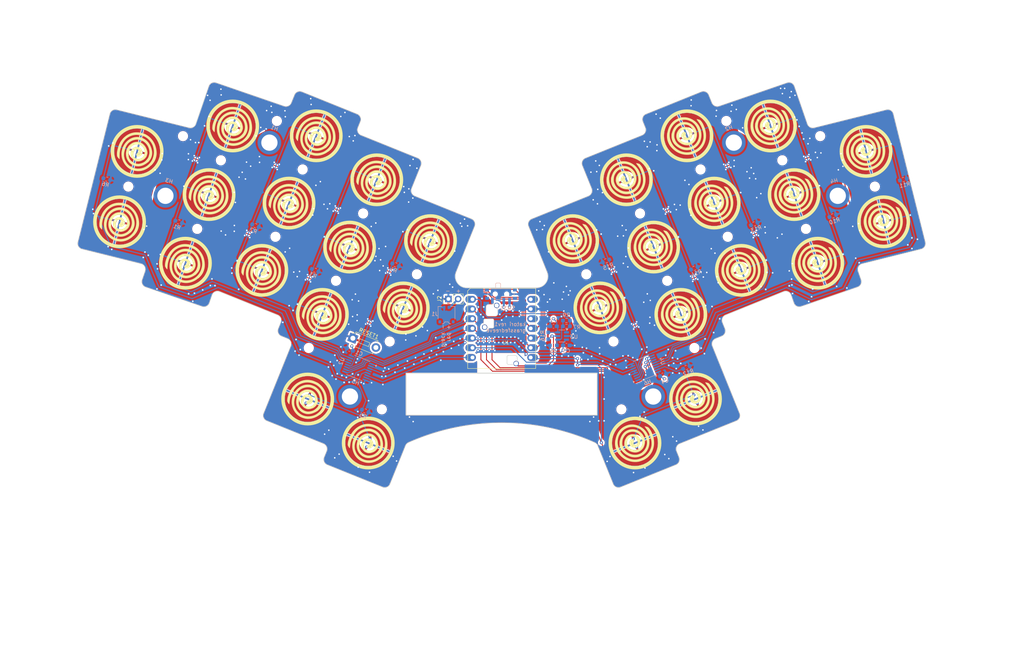
<source format=kicad_pcb>
(kicad_pcb (version 20240108) (generator "pcbnew") (generator_version "8.0")
  (title_block (title "katori") (date "2024-11-16") (rev "0.1") (company "grassfedreeve"))
  (layers (0 "F.Cu" signal) (1 "In1.Cu" signal) (2 "In2.Cu" signal) (31 "B.Cu" signal) (34 "B.Paste" user) (35 "F.Paste" user) (36 "B.SilkS" user "B.Silkscreen") (37 "F.SilkS" user "F.Silkscreen") (38 "B.Mask" user) (39 "F.Mask" user) (44 "Edge.Cuts" user))
  (net 0 "")
  (net 1 "GND")
  (net 2 "+3V3")
  (net 3 "APLEX_OUT")
  (net 4 "/BATT_RAW")
  (net 5 "COL4")
  (net 6 "COL2")
  (net 7 "COL1")
  (net 8 "COL0")
  (net 9 "COL3")
  (net 10 "COL5")
  (net 11 "ADC")
  (net 12 "Net-(U3--)")
  (net 13 "COL9")
  (net 14 "COL8")
  (net 15 "COL6")
  (net 16 "COL7")
  (net 17 "ADC_ENABLE")
  (net 18 "ROW0")
  (net 19 "ROW1")
  (net 20 "ROW2")
  (net 21 "ROW3")
  (net 22 "+BATT")
  (net 23 "APLEX_EN1")
  (net 24 "AMUX_SEL_1")
  (net 25 "AMUX_SEL_2")
  (net 26 "APLEX_EN0")
  (net 27 "AMUX_SEL_0")
  (net 29 "COL10")
  (net 30 "COL11")
  (net 32 "/NRST")
  (footprint "MountingHole:MountingHole_2.2mm_M2" (layer "F.Cu") (at 123.10191 86.270442 -22)
    (property "Reference" "PH6" (hide yes))
    (property "Value" "MountingHole")
  )
  (footprint "capacitive_sensors:katori_pad_1U_90deg" (layer "F.Cu") (at 112.425639 112.695169 68)
    (property "Reference" "SW23")
    (property "Value" "EC_SW" (hide yes))
  )
  (footprint "MountingHole:MountingHole_2.2mm_M2" (layer "F.Cu") (at 238.9704 90.313162 19)
    (property "Reference" "PH19" (hide yes))
    (property "Value" "MountingHole")
  )
  (footprint "capacitive_sensors:katori_pad_1U_90deg" (layer "F.Cu") (at 103.706047 83.557016 68)
    (property "Reference" "SW13")
    (property "Value" "EC_SW" (hide yes))
  )
  (footprint "MountingHole:MountingHole_2.2mm_M2" (layer "F.Cu") (at 242.70482 66.01914)
    (property "Reference" "PH22" (hide yes))
    (property "Value" "MountingHole")
  )
  (footprint "MountingHole:MountingHole_2.2mm_M2" (layer "F.Cu") (at 137.159645 102.196208 -22)
    (property "Reference" "PH9" (hide yes))
    (property "Value" "MountingHole")
  )
  (footprint "MountingHole:MountingHole_2.2mm_M2" (layer "F.Cu") (at 61.647085 79.236948 -14)
    (property "Reference" "PH1" (hide yes))
    (property "Value" "MountingHole")
  )
  (footprint "katori:xiao-ble-tht-cutout-topre-no-reset-outline" (layer "F.Cu") (at 159.325092 116.377959)
    (property "Reference" "U1")
    (property "Value" "SeeeduinoXIAO_Hybrid" (hide yes))
    (fp_line (start -4.69926 -0.748553) (end -4.700011 -2.091984) (stroke (width 0.12)) (layer "Edge.Cuts"))
    (fp_line (start -4.318999 -2.473004) (end -2.413243 -2.475752) (stroke (width 0.12)) (layer "Edge.Cuts"))
    (fp_line (start -4.068391 -5.590809) (end -4.068391 -3.914409) (stroke (width 0.12)) (layer "Edge.Cuts"))
    (fp_line (start -2.413248 -0.062745) (end -4.013438 -0.062742) (stroke (width 0.12)) (layer "Edge.Cuts"))
    (fp_line (start -2.032258 -2.094745) (end -2.03225 -0.443753) (stroke (width 0.12)) (layer "Edge.Cuts"))
    (fp_line (start -1.706191 -6.276609) (end -3.382591 -6.276609) (stroke (width 0.12)) (layer "Edge.Cuts"))
    (fp_line (start -1.706191 -3.228609) (end -3.382591 -3.228609) (stroke (width 0.12)) (layer "Edge.Cuts"))
    (fp_line (start -1.020391 -5.590809) (end -1.02039 -3.914409) (stroke (width 0.12)) (layer "Edge.Cuts"))
    (fp_line (start 1.417609 9.079126) (end 1.417609 7.42811) (stroke (width 0.12)) (layer "Edge.Cuts"))
    (fp_line (start 1.798634 7.047114) (end 3.398811 7.047613) (stroke (width 0.12)) (layer "Edge.Cuts"))
    (fp_line (start 3.398802 9.460611) (end 1.798609 9.460122) (stroke (width 0.12)) (layer "Edge.Cuts"))
    (fp_line (start 4.084612 7.733418) (end 4.084605 8.774819) (stroke (width 0.12)) (layer "Edge.Cuts"))
    (fp_arc (start -4.700011 -2.091984) (mid -4.588425 -2.361412) (end -4.318999 -2.473004) (stroke (width 0.12)) (layer "Edge.Cuts"))
    (fp_arc (start -4.69926 -0.748553) (mid -4.095632 -0.666369) (end -4.013438 -0.062742) (stroke (width 0.12)) (layer "Edge.Cuts"))
    (fp_arc (start -4.068391 -5.590809) (mid -3.87561 -6.083828) (end -3.382591 -6.276609) (stroke (width 0.12)) (layer "Edge.Cuts"))
    (fp_arc (start -3.382591 -3.228609) (mid -3.877142 -3.419858) (end -4.068391 -3.914409) (stroke (width 0.12)) (layer "Edge.Cuts"))
    (fp_arc (start -2.413243 -2.475752) (mid -2.143836 -2.364159) (end -2.032258 -2.094745) (stroke (width 0.12)) (layer "Edge.Cuts"))
    (fp_arc (start -2.03225 -0.443753) (mid -2.143839 -0.174341) (end -2.413248 -0.062745) (stroke (width 0.12)) (layer "Edge.Cuts"))
    (fp_arc (start -1.020391 -5.590809) (mid -1.624 -5.673) (end -1.706191 -6.276609) (stroke (width 0.12)) (layer "Edge.Cuts"))
    (fp_arc (start -1.02039 -3.914409) (mid -1.212085 -3.420303) (end -1.706191 -3.228609) (stroke (width 0.12)) (layer "Edge.Cuts"))
    (fp_arc (start 1.417609 7.42811) (mid 1.529225 7.158711) (end 1.798634 7.047114) (stroke (width 0.12)) (layer "Edge.Cuts"))
    (fp_arc (start 1.798609 9.460122) (mid 1.529197 9.348537) (end 1.417609 9.079126) (stroke (width 0.12)) (layer "Edge.Cuts"))
    (fp_arc (start 3.398802 9.460611) (mid 3.480997 8.857002) (end 4.084605 8.774819) (stroke (width 0.12)) (layer "Edge.Cuts"))
    (fp_arc (start 3.398811 7.047613) (mid 3.896184 7.236043) (end 4.084612 7.733418) (stroke (width 0.12)) (layer "Edge.Cuts"))
  )
  (footprint "capacitive_sensors:katori_pad_1U_90deg" (layer "F.Cu") (at 133.600894 111.004432 68)
    (property "Reference" "SW15")
    (property "Value" "EC_SW" (hide yes))
  )
  (footprint "katori:Bumpon" (layer "F.Cu") (at 232.691713 58.365899)
    (property "Reference" "BUMP2" (hide yes))
    (property "Value" "MountingHole")
  )
  (footprint "MountingHole:MountingHole_2.2mm_M2" (layer "F.Cu") (at 232.784605 72.348316 19)
    (property "Reference" "PH18" (hide yes))
    (property "Value" "MountingHole")
  )
  (footprint "katori:Bumpon" (layer "F.Cu") (at 191.224613 152.394231)
    (property "Reference" "BUMP6" (hide yes))
    (property "Value" "MountingHole")
  )
  (footprint "capacitive_sensors:katori_pad_1U_90deg" (layer "F.Cu") (at 229.691713 63.365903 -71)
    (property "Reference" "SW9")
    (property "Value" "EC_SW" (hide yes))
  )
  (footprint "MountingHole:MountingHole_2.2mm_M2" (layer "F.Cu") (at 115.984398 103.886929 -22)
    (property "Reference" "PH7" (hide yes))
    (property "Value" "MountingHole")
  )
  (footprint "capacitive_sensors:katori_pad_1U_90deg" (layer "F.Cu") (at 242.063308 99.295611 -71)
    (property "Reference" "SW26")
    (property "Value" "EC_SW" (hide yes))
  )
  (footprint "capacitive_sensors:katori_pad_1U_90deg" (layer "F.Cu") (at 207.826576 65.940532 -68)
    (property "Reference" "SW8")
    (property "Value" "EC_SW" (hide yes))
  )
  (footprint "MountingHole:MountingHole_2.2mm_M2" (layer "F.Cu") (at 79.679744 90.313152 -19)
    (property "Reference" "PH3" (hide yes))
    (property "Value" "MountingHole")
  )
  (footprint "capacitive_sensors:katori_pad_1U_90deg" (layer "F.Cu") (at 199.106983 95.078689 -68)
    (property "Reference" "SW17")
    (property "Value" "EC_SW" (hide yes))
  )
  (footprint "MountingHole:MountingHole_2.2mm_M2" (layer "F.Cu") (at 218.135928 62.056778)
    (property "Reference" "PH24" (hide yes))
    (property "Value" "MountingHole")
  )
  (footprint "MountingHole:MountingHole_2.2mm_M2" (layer "F.Cu") (at 85.865543 72.348297 -19)
    (property "Reference" "PH2" (hide yes))
    (property "Value" "MountingHole")
  )
  (footprint "capacitive_sensors:katori_pad_1U_90deg" (layer "F.Cu") (at 126.660666 77.462174 68)
    (property "Reference" "SW4")
    (property "Value" "EC_SW" (hide yes))
  )
  (footprint "MountingHole:MountingHole_2.2mm_M2" (layer "F.Cu") (at 190.665846 137.585994 22)
    (property "Reference" "PH28" (hide yes))
    (property "Value" "MountingHole")
  )
  (footprint "capacitive_sensors:katori_pad_1U_90deg" (layer "F.Cu") (at 235.877499 81.330746 -71)
    (property "Reference" "SW19")
    (property "Value" "EC_SW" (hide yes))
  )
  (footprint "katori:Bumpon" (layer "F.Cu") (at 171.931732 90.387954)
    (property "Reference" "BUMP8" (hide yes))
    (property "Value" "MountingHole")
  )
  (footprint "MountingHole:MountingHole_2.2mm_M2" (layer "F.Cu") (at 211.385348 74.748778 22)
    (property "Reference" "PH16" (hide yes))
    (property "Value" "MountingHole")
  )
  (footprint "capacitive_sensors:katori_pad_1U" (layer "F.Cu") (at 124.425521 146.394243 68)
    (property "Reference" "SW28")
    (property "Value" "EC_SW" (hide yes))
  )
  (footprint "MountingHole:MountingHole_2.2mm_M2" (layer "F.Cu") (at 181.490491 102.196188 22)
    (property "Reference" "PH11" (hide yes))
    (property "Value" "MountingHole")
  )
  (footprint "MountingHole:MountingHole_2.2mm_M2" (layer "F.Cu") (at 75.945322 66.019145)
    (property "Reference" "PH21" (hide yes))
    (property "Value" "MountingHole")
  )
  (footprint "capacitive_sensors:katori_pad_1U" (layer "F.Cu") (at 108.588412 134.872603 68)
    (property "Reference" "SW27")
    (property "Value" "EC_SW" (hide yes))
  )
  (footprint "capacitive_sensors:katori_pad_1U_90deg" (layer "F.Cu") (at 254.704808 70.019133 -76)
    (property "Reference" "SW10")
    (property "Value" "EC_SW" (hide yes))
  )
  (footprint "Button_Switch_THT:SW_PUSH_1P1T_6x3.5mm_H5.0_APEM_MJTP1250" (layer "F.Cu") (at 120.401542 118.951403 -22)
    (property "Reference" "RESET1")
    (property "Value" "SW_PUSH")
  )
  (footprint "capacitive_sensors:katori_pad_1U_90deg" (layer "F.Cu") (at 206.224484 112.695172 -68)
    (property "Reference" "SW24")
    (property "Value" "EC_SW" (hide yes))
  )
  (footprint "MountingHole:MountingHole_2.2mm_M2" (layer "F.Cu") (at 195.548236 86.270448 22)
    (property "Reference" "PH13" (hide yes))
    (property "Value" "MountingHole")
  )
  (footprint "MountingHole:MountingHole_2.2mm_M2" (layer "F.Cu") (at 127.984275 137.586022 -22)
    (property "Reference" "PH27" (hide yes))
    (property "Value" "MountingHole")
  )
  (footprint "katori:Bumpon" (layer "F.Cu") (at 146.718422 90.387944)
    (property "Reference" "BUMP7" (hide yes))
    (property "Value" "MountingHole")
  )
  (footprint "MountingHole:MountingHole_2.2mm_M2" (layer "F.Cu") (at 130.042146 119.8127 -22)
    (property "Reference" "PH10" (hide yes))
    (property "Value" "MountingHole")
  )
  (footprint "capacitive_sensors:katori_pad_1U_90deg" (layer "F.Cu") (at 177.931735 93.387955 -68)
    (property "Reference" "SW6")
    (property "Value" "EC_SW" (hide yes))
  )
  (footprint "MountingHole:MountingHole_2.2mm_M2" (layer "F.Cu") (at 257.003066 79.236951 13)
    (property "Reference" "PH20" (hide yes))
    (property "Value" "MountingHole")
  )
  (footprint "MountingHole:MountingHole_2.2mm_M2" (layer "F.Cu") (at 100.51422 62.056753)
    (property "Reference" "PH23" (hide yes))
    (property "Value" "MountingHole")
  )
  (footprint "MountingHole:MountingHole_2.2mm_M2" (layer "F.Cu") (at 202.665744 103.886935 22)
    (property "Reference" "PH14" (hide yes))
    (property "Value" "MountingHole")
  )
  (footprint "katori:Bumpon" (layer "F.Cu") (at 85.958437 58.365883)
    (property "Reference" "BUMP1" (hide yes))
    (property "Value" "MountingHole")
  )
  (footprint "capacitive_sensors:katori_pad_1U_90deg" (layer "F.Cu") (at 191.989441 77.462183 -68)
    (property "Reference" "SW7")
    (property "Value" "EC_SW" (hide yes))
  )
  (footprint "katori:Bumpon" (layer "F.Cu") (at 54.348804 91.454755)
    (property "Reference" "BUMP3" (hide yes))
    (property "Value" "MountingHole")
  )
  (footprint "capacitive_sensors:katori_pad_1U_90deg" (layer "F.Cu") (at 259.301345 88.454775 -76)
    (property "Reference" "SW20")
    (property "Value" "EC_SW" (hide yes))
  )
  (footprint "MountingHole:MountingHole_2.2mm_M2" (layer "F.Cu") (at 188.608003 119.812686 22)
    (property "Reference" "PH12" (hide yes))
    (property "Value" "MountingHole")
  )
  (footprint "capacitive_sensors:katori_pad_1U_90deg" (layer "F.Cu") (at 63.945324 70.019148 76)
    (property "Reference" "SW1")
    (property "Value" "EC_SW" (hide yes))
  )
  (footprint "capacitive_sensors:katori_pad_1U_90deg" (layer "F.Cu") (at 88.958429 63.365883 71)
    (property "Reference" "SW2")
    (property "Value" "EC_SW" (hide yes))
  )
  (footprint "MountingHole:MountingHole_2.2mm_M2" (layer "F.Cu") (at 108.866873 121.50341 -22)
    (property "Reference" "PH8" (hide yes))
    (property "Value" "MountingHole")
  )
  (footprint "capacitive_sensors:katori_pad_1U_90deg" (layer "F.Cu") (at 222.061618 101.173534 -68)
    (property "Reference" "SW25")
    (property "Value" "EC_SW" (hide yes))
  )
  (footprint "MountingHole:MountingHole_2.2mm_M2" (layer "F.Cu") (at 107.264809 74.748772 -22)
    (property "Reference" "PH4" (hide yes))
    (property "Value" "MountingHole")
  )
  (footprint "capacitive_sensors:katori_pad_1U" (layer "F.Cu") (at 210.061729 134.872597 -68)
    (property "Reference" "SW30")
    (property "Value" "EC_SW" (hide yes))
  )
  (footprint "katori:Bumpon" (layer "F.Cu") (at 127.425521 152.394248)
    (property "Reference" "BUMP5" (hide yes))
    (property "Value" "MountingHole")
  )
  (footprint "capacitive_sensors:katori_pad_1U_90deg" (layer "F.Cu") (at 214.944089 83.557023 -68)
    (property "Reference" "SW18")
    (property "Value" "EC_SW" (hide yes))
  )
  (footprint "capacitive_sensors:katori_pad_1U_90deg" (layer "F.Cu") (at 96.588521 101.173524 68)
    (property "Reference" "SW22")
    (property "Value" "EC_SW" (hide yes))
  )
  (footprint "MountingHole:MountingHole_2.2mm_M2" (layer "F.Cu") (at 218.502855 92.3653 22)
    (property "Reference" "PH17" (hide yes))
    (property "Value" "MountingHole")
  )
  (footprint "Connector_PinHeader_2.54mm:PinHeader_1x02_P2.54mm_Vertical" (layer "F.Cu") (at 145.406651 108.66887 90)
    (property "Reference" "J2")
    (property "Value" "Solder")
  )
  (footprint "capacitive_sensors:katori_pad_1U_90deg" (layer "F.Cu") (at 119.543179 95.078664 68)
    (property "Reference" "SW14")
    (property "Value" "EC_SW" (hide yes))
  )
  (footprint "capacitive_sensors:katori_pad_1U_90deg" (layer "F.Cu") (at 185.049243 111.00445 -68)
    (property "Reference" "SW16")
    (property "Value" "EC_SW" (hide yes))
  )
  (footprint "MountingHole:MountingHole_2.2mm_M2" (layer "F.Cu") (at 100.14728 92.365282 -22)
    (property "Reference" "PH5" (hide yes))
    (property "Value" "MountingHole")
  )
  (footprint "katori:Bumpon" (layer "F.Cu") (at 264.301343 91.454778)
    (property "Reference" "BUMP4" (hide yes))
    (property "Value" "MountingHole")
  )
  (footprint "capacitive_sensors:katori_pad_1U_90deg" (layer "F.Cu") (at 110.823573 65.940545 68)
    (property "Reference" "SW3")
    (property "Value" "EC_SW" (hide yes))
  )
  (footprint "capacitive_sensors:katori_pad_1U_90deg" (layer "F.Cu") (at 140.718419 93.387941 68)
    (property "Reference" "SW5")
    (property "Value" "EC_SW" (hide yes))
  )
  (footprint "capacitive_sensors:katori_pad_1U" (layer "F.Cu") (at 194.224613 146.394228 -68)
    (property "Reference" "SW29")
    (property "Value" "EC_SW" (hide yes))
  )
  (footprint "capacitive_sensors:katori_pad_1U_90deg" (layer "F.Cu") (at 59.348807 88.454756 76)
    (property "Reference" "SW11")
    (property "Value" "EC_SW" (hide yes))
  )
  (footprint "capacitive_sensors:katori_pad_1U_90deg" (layer "F.Cu") (at 82.772621 81.330742 71)
    (property "Reference" "SW12")
    (property "Value" "EC_SW" (hide yes))
  )
  (footprint "MountingHole:MountingHole_2.2mm_M2" (layer "F.Cu") (at 209.783246 121.503429 22)
    (property "Reference" "PH15" (hide yes))
    (property "Value" "MountingHole")
  )
  (footprint "capacitive_sensors:katori_pad_1U_90deg" (layer "F.Cu") (at 76.586854 99.295596 71)
    (property "Reference" "SW21")
    (property "Value" "EC_SW" (hide yes))
  )
  (footprint "katori:MountingHole_3mm_Pad_NonPTH_TopOnly" (layer "B.Cu") (at 199.0105 134.214536 -158)
    (property "Reference" "H6")
    (property "Value" "MountingHole")
  )
  (footprint "Package_SO:TSSOP-16_4.4x5mm_P0.65mm" (layer "B.Cu") (at 121.81964 126.736683 158)
    (property "Reference" "U2")
    (property "Value" "74HC4051")
  )
  (footprint "Resistor_SMD:R_0603_1608Metric_Pad0.98x0.95mm_HandSolder" (layer "B.Cu") (at 225.423776 89.013537 22)
    (property "Reference" "R13")
    (property "Value" "100k")
  )
  (footprint "Capacitor_SMD:C_0603_1608Metric_Pad1.08x0.95mm_HandSolder" (layer "B.Cu") (at 119.626094 121.89691 -22)
    (property "Reference" "C1")
    (property "Value" "100n")
  )
  (footprint "katori:MountingHole_3mm_Pad_NonPTH_TopOnly" (layer "B.Cu") (at 220.089335 67.729886 -161)
    (property "Reference" "H2")
    (property "Value" "MountingHole")
  )
  (footprint "Resistor_SMD:R_0603_1608Metric_Pad0.98x0.95mm_HandSolder" (layer "B.Cu") (at 172.87655 120.821089 180)
    (property "Reference" "R8")
    (property "Value" "1k")
  )
  (footprint "Resistor_SMD:R_0603_1608Metric_Pad0.98x0.95mm_HandSolder" (layer "B.Cu") (at 207.673808 126.599666 22)
    (property "Reference" "R12")
    (property "Value" "100k")
  )
  (footprint "katori:MountingHole_3mm_Pad_NonPTH_TopOnly" (layer "B.Cu") (at 98.560809 67.729873 161)
    (property "Reference" "H1")
    (property "Value" "MountingHole")
  )
  (footprint "Resistor_SMD:R_0603_1608Metric_Pad0.98x0.95mm_HandSolder" (layer "B.Cu") (at 209.74716 100.632122 22)
    (property "Reference" "R14")
    (property "Value" "100k")
  )
  (footprint "Connector_JST:JST_ACH_BM02B-ACHSS-GAN-ETF_1x02-1MP_P1.20mm_Vertical" (layer "B.Cu") (at 144.907997 112.748001 180)
    (property "Reference" "J1")
    (property "Value" "JST ACH")
  )
  (footprint "Resistor_SMD:R_0603_1608Metric_Pad0.98x0.95mm_HandSolder" (layer "B.Cu") (at 171.539057 118.321117 -90)
    (property "Reference" "R16")
    (property "Value" "1M")
  )
  (footprint "Resistor_SMD:R_0603_1608Metric_Pad0.98x0.95mm_HandSolder" (layer "B.Cu") (at 131.578774 99.72566 -22)
    (property "Reference" "R4")
    (property "Value" "100k")
  )
  (footprint "Resistor_SMD:R_0603_1608Metric_Pad0.98x0.95mm_HandSolder" (layer "B.Cu") (at 56.005893 77.28925 -14)
    (property "Reference" "R6")
    (property "Value" "100k")
  )
  (footprint "Capacitor_SMD:C_0603_1608Metric_Pad1.08x0.95mm_HandSolder" (layer "B.Cu") (at 172.901566 115.821104)
    (property "Reference" "C2")
    (property "Value" "100n")
  )
  (footprint "Package_SO:TSSOP-16_4.4x5mm_P0.65mm" (layer "B.Cu") (at 196.830502 126.73668 22)
    (property "Reference" "U4")
    (property "Value" "74HC4051")
  )
  (footprint "Resistor_SMD:R_0603_1608Metric_Pad0.98x0.95mm_HandSolder" (layer "B.Cu") (at 176.289052 114.321105 180)
    (property "Reference" "R9")
    (property "Value" "DNP")
  )
  (footprint "Button_Switch_SMD:SW_SPDT_PCM12" (layer "B.Cu") (at 159.157603 107.723446)
    (property "Reference" "SW31")
    (property "Value" "POWER")
  )
  (footprint "Resistor_SMD:R_0603_1608Metric_Pad0.98x0.95mm_HandSolder" (layer "B.Cu") (at 94.912078 89.478271 -22)
    (property "Reference" "R2")
    (property "Value" "100k")
  )
  (footprint "Resistor_SMD:R_0603_1608Metric_Pad0.98x0.95mm_HandSolder" (layer "B.Cu") (at 110.534262 101.163469 -22)
    (property "Reference" "R3")
    (property "Value" "100k")
  )
  (footprint "Package_TO_SOT_SMD:SOT-23-6" (layer "B.Cu") (at 175.151565 118.371111 180)
    (property "Reference" "U3")
    (property "Value" "OPA357AIDBVR")
  )
  (footprint "katori:MountingHole_3mm_Pad_NonPTH_TopOnly" (layer "B.Cu") (at 71.350042 81.656173 166)
    (property "Reference" "H3")
    (property "Value" "MountingHole")
  )
  (footprint "Resistor_SMD:R_0603_1608Metric_Pad0.98x0.95mm_HandSolder" (layer "B.Cu") (at 176.289053 115.821116 180)
    (property "Reference" "R7")
    (property "Value" "100k")
  )
  (footprint "Resistor_SMD:R_0603_1608Metric_Pad0.98x0.95mm_HandSolder" (layer "B.Cu") (at 186.640897 98.684759 -158)
    (property "Reference" "R15")
    (property "Value" "100k")
  )
  (footprint "Resistor_SMD:R_0603_1608Metric_Pad0.98x0.95mm_HandSolder" (layer "B.Cu") (at 74.823245 88.479924 -19)
    (property "Reference" "R1")
    (property "Value" "100k")
  )
  (footprint "Resistor_SMD:R_0603_1608Metric_Pad0.98x0.95mm_HandSolder" (layer "B.Cu") (at 264.463315 77.392895 14)
    (property "Reference" "R11")
    (property "Value" "100k")
  )
  (footprint "Resistor_SMD:R_0603_1608Metric_Pad0.98x0.95mm_HandSolder" (layer "B.Cu") (at 245.982365 86.908893 19)
    (property "Reference" "R10")
    (property "Value" "100k")
  )
  (footprint "Resistor_SMD:R_0603_1608Metric_Pad0.98x0.95mm_HandSolder" (layer "B.Cu") (at 123.620826 138.007244 -22)
    (property "Reference" "R5")
    (property "Value" "100k")
  )
  (footprint "katori:MountingHole_3mm_Pad_NonPTH_TopOnly" (layer "B.Cu") (at 247.300112 81.656169 -166)
    (property "Reference" "H4")
    (property "Value" "MountingHole")
  )
  (footprint "Capacitor_SMD:C_0603_1608Metric_Pad1.08x0.95mm_HandSolder" (layer "B.Cu") (at 176.289036 120.821103)
    (property "Reference" "C3")
    (property "Value" "220pF")
  )
  (footprint "katori:MountingHole_3mm_Pad_NonPTH_TopOnly" (layer "B.Cu") (at 119.639628 134.21456 158)
    (property "Reference" "H5")
    (property "Value" "MountingHole")
  )
  (footprint "Capacitor_SMD:C_0603_1608Metric_Pad1.08x0.95mm_HandSolder" (layer "B.Cu") (at 201.585351 128.577387 -158)
    (property "Reference" "C4")
    (property "Value" "100n")
  )
  (gr_arc (start 150.206749 105.737976) (mid 147.71954 104.415576) (end 147.425192 101.614119) (stroke (width 0.15)) (layer "Edge.Cuts"))
  (gr_arc (start 214.488954 121.004327) (mid 214.499031 119.856353) (end 215.317798 119.051612) (stroke (width 0.15)) (layer "Edge.Cuts"))
  (gr_line (start 48.438074 93.773191) (end 56.808564 60.200964) (stroke (width 0.15)) (layer "Edge.Cuts"))
  (gr_line (start 168.443397 105.737962) (end 150.206749 105.737976) (stroke (width 0.15)) (layer "Edge.Cuts"))
  (gr_line (start 97.872555 140.573481) (end 112.70746 146.567171) (stroke (width 0.15)) (layer "Edge.Cuts"))
  (gr_line (start 152.263165 89.639739) (end 147.425192 101.614119) (stroke (width 0.15)) (layer "Edge.Cuts"))
  (gr_line (start 253.674436 99.442383) (end 269.119503 95.591514) (stroke (width 0.15)) (layer "Edge.Cuts"))
  (gr_arc (start 253.396064 103.642865) (mid 253.325971 104.788774) (end 252.466136 105.549475) (stroke (width 0.15)) (layer "Edge.Cuts"))
  (gr_arc (start 205.113785 148.519874) (mid 205.123831 147.371884) (end 205.942643 146.567172) (stroke (width 0.15)) (layer "Edge.Cuts"))
  (gr_arc (start 83.550026 107.638472) (mid 84.34625 106.76186) (end 85.530227 106.73604) (stroke (width 0.15)) (layer "Edge.Cuts"))
  (gr_arc (start 171.224951 101.614144) (mid 170.930599 104.415629) (end 168.443397 105.737962) (stroke (width 0.15)) (layer "Edge.Cuts"))
  (gr_arc (start 112.707482 146.567194) (mid 113.526373 147.371853) (end 113.536336 148.519872) (stroke (width 0.15)) (layer "Edge.Cuts"))
  (gr_arc (start 211.574739 54.395793) (mid 212.722776 54.405765) (end 213.527449 55.224668) (stroke (width 0.15)) (layer "Edge.Cuts"))
  (gr_arc (start 196.937382 63.814914) (mid 196.927416 64.962956) (end 196.108512 65.767605) (stroke (width 0.15)) (layer "Edge.Cuts"))
  (gr_line (start 66.184013 105.549483) (end 80.934099 110.628342) (stroke (width 0.15)) (layer "Edge.Cuts"))
  (gr_line (start 121.712754 63.814922) (end 122.368341 62.192348) (stroke (width 0.15)) (layer "Edge.Cuts"))
  (gr_arc (start 252.619033 101.386215) (mid 252.719055 100.182096) (end 253.674436 99.442383) (stroke (width 0.15)) (layer "Edge.Cuts"))
  (gr_line (start 216.246366 58.159624) (end 234.038963 52.033123) (stroke (width 0.15)) (layer "Edge.Cuts"))
  (gr_line (start 66.031104 101.386208) (end 65.254088 103.642874) (stroke (width 0.15)) (layer "Edge.Cuts"))
  (gr_poly (pts (xy 134.32506 128.094243) (xy 184.325068 128.094247) (xy 184.325069 139.094243) (xy 134.325064 139.094242)) (stroke (width 0.2)) (fill none) (layer "Edge.Cuts"))
  (gr_line (start 181.273564 71.761321) (end 196.108512 65.767605) (stroke (width 0.15)) (layer "Edge.Cuts"))
  (gr_arc (start 183.68597 146.262255) (mid 184.155546 146.590637) (end 184.467719 147.071138) (stroke (width 0.15)) (layer "Edge.Cuts"))
  (gr_line (start 253.396064 103.642865) (end 252.619026 101.386233) (stroke (width 0.15)) (layer "Edge.Cuts"))
  (gr_line (start 166.386996 89.639769) (end 171.224951 101.614144) (stroke (width 0.15)) (layer "Edge.Cuts"))
  (gr_arc (start 79.299656 62.851531) (mid 78.597114 63.68139) (end 77.518516 63.81861) (stroke (width 0.15)) (layer "Edge.Cuts"))
  (gr_arc (start 103.332337 119.051619) (mid 104.151237 119.856271) (end 104.161179 121.004288) (stroke (width 0.15)) (layer "Edge.Cuts"))
  (gr_arc (start 190.476417 157.938974) (mid 189.328409 157.928943) (end 188.523731 157.11011) (stroke (width 0.15)) (layer "Edge.Cuts"))
  (gr_line (start 130.126408 157.110115) (end 134.182409 147.071145) (stroke (width 0.15)) (layer "Edge.Cuts"))
  (gr_line (start 214.367258 57.303239) (end 213.527449 55.224668) (stroke (width 0.15)) (layer "Edge.Cuts"))
  (gr_line (start 84.611166 52.033135) (end 102.403758 58.159625) (stroke (width 0.15)) (layer "Edge.Cuts"))
  (gr_line (start 97.043682 138.620791) (end 104.161179 121.004288) (stroke (width 0.15)) (layer "Edge.Cuts"))
  (gr_line (start 136.599342 81.693389) (end 151.434284 87.687072) (stroke (width 0.15)) (layer "Edge.Cuts"))
  (gr_line (start 190.476417 157.938974) (end 204.940494 152.09513) (stroke (width 0.15)) (layer "Edge.Cuts"))
  (gr_arc (start 180.444719 73.713987) (mid 180.454818 72.566039) (end 181.273564 71.761321) (stroke (width 0.15)) (layer "Edge.Cuts"))
  (gr_line (start 113.709661 152.095138) (end 128.173716 157.938984) (stroke (width 0.15)) (layer "Edge.Cuts"))
  (gr_line (start 82.840729 109.698427) (end 83.550026 107.638472) (stroke (width 0.15)) (layer "Edge.Cuts"))
  (gr_line (start 217.94254 112.868124) (end 233.119945 106.736046) (stroke (width 0.15)) (layer "Edge.Cuts"))
  (gr_arc (start 122.541613 65.7676) (mid 121.72281 64.962912) (end 121.712754 63.814922) (stroke (width 0.15)) (layer "Edge.Cuts"))
  (gr_arc (start 82.840735 109.698413) (mid 82.079941 110.558066) (end 80.934117 110.628344) (stroke (width 0.15)) (layer "Edge.Cuts"))
  (gr_line (start 196.281838 62.192339) (end 196.937382 63.814914) (stroke (width 0.15)) (layer "Edge.Cuts"))
  (gr_line (start 58.626891 59.108422) (end 77.518516 63.81861) (stroke (width 0.15)) (layer "Edge.Cuts"))
  (gr_arc (start 241.131637 63.818639) (mid 240.053017 63.681386) (end 239.350478 62.851531) (stroke (width 0.15)) (layer "Edge.Cuts"))
  (gr_arc (start 49.530626 95.591521) (mid 48.607857 94.908577) (end 48.438074 93.773191) (stroke (width 0.15)) (layer "Edge.Cuts"))
  (gr_arc (start 66.184008 105.549479) (mid 65.324383 104.788674) (end 65.254088 103.642874) (stroke (width 0.15)) (layer "Edge.Cuts"))
  (gr_line (start 85.530227 106.73604) (end 100.70758 112.868111) (stroke (width 0.15)) (layer "Edge.Cuts"))
  (gr_line (start 122.541609 65.767589) (end 137.376562 71.761312) (stroke (width 0.15)) (layer "Edge.Cuts"))
  (gr_arc (start 121.539442 60.239669) (mid 122.358366 61.044318) (end 122.368341 62.192348) (stroke (width 0.15)) (layer "Edge.Cuts"))
  (gr_arc (start 104.282893 57.303254) (mid 103.514175 58.106314) (end 102.403758 58.159625) (stroke (width 0.15)) (layer "Edge.Cuts"))
  (gr_line (start 135.7705 79.740679) (end 138.205421 73.71399) (stroke (width 0.15)) (layer "Edge.Cuts"))
  (gr_arc (start 64.975731 99.442409) (mid 65.931027 100.182141) (end 66.031104 101.386208) (stroke (width 0.15)) (layer "Edge.Cuts"))
  (gr_arc (start 237.716044 110.628346) (mid 236.570105 110.558302) (end 235.809403 109.698436) (stroke (width 0.15)) (layer "Edge.Cuts"))
  (gr_line (start 167.215837 87.687091) (end 182.050783 81.693368) (stroke (width 0.15)) (layer "Edge.Cuts"))
  (gr_arc (start 137.376558 71.761319) (mid 138.195395 72.565996) (end 138.205421 73.71399) (stroke (width 0.15)) (layer "Edge.Cuts"))
  (gr_arc (start 216.246366 58.159624) (mid 215.136029 58.106161) (end 214.367258 57.303239) (stroke (width 0.15)) (layer "Edge.Cuts"))
  (gr_arc (start 100.70758 112.868111) (mid 101.526358 113.67281) (end 101.536471 114.82078) (stroke (width 0.15)) (layer "Edge.Cuts"))
  (gr_line (start 101.536471 114.82078) (end 100.880899 116.443372) (stroke (width 0.15)) (layer "Edge.Cuts"))
  (gr_arc (start 260.02324 59.108428) (mid 261.158704 59.278069) (end 261.841578 60.200974) (stroke (width 0.15)) (layer "Edge.Cuts"))
  (gr_arc (start 270.212085 93.773211) (mid 270.042443 94.908691) (end 269.119503 95.591514) (stroke (width 0.15)) (layer "Edge.Cuts"))
  (gr_line (start 214.488955 121.004294) (end 221.606466 138.620794) (stroke (width 0.15)) (layer "Edge.Cuts"))
  (gr_line (start 49.530626 95.591521) (end 64.975731 99.442409) (stroke (width 0.15)) (layer "Edge.Cuts"))
  (gr_arc (start 97.872555 140.573481) (mid 97.053635 139.768831) (end 97.043682 138.620791) (stroke (width 0.15)) (layer "Edge.Cuts"))
  (gr_arc (start 82.704518 52.963044) (mid 83.465279 52.103248) (end 84.611166 52.033135) (stroke (width 0.15)) (layer "Edge.Cuts"))
  (gr_arc (start 217.113677 114.820792) (mid 217.123913 113.672895) (end 217.94254 112.868124) (stroke (width 0.15)) (layer "Edge.Cuts"))
  (gr_line (start 180.444729 73.713997) (end 182.879647 79.740701) (stroke (width 0.15)) (layer "Edge.Cuts"))
  (gr_arc (start 113.709661 152.095138) (mid 112.891014 151.290373) (end 112.880786 150.142436) (stroke (width 0.15)) (layer "Edge.Cuts"))
  (gr_arc (start 56.808564 60.200964) (mid 57.491392 59.277985) (end 58.626891 59.108422) (stroke (width 0.15)) (layer "Edge.Cuts"))
  (gr_arc (start 134.182409 147.071145) (mid 134.494601 146.590655) (end 134.964162 146.262249) (stroke (width 0.15)) (layer "Edge.Cuts"))
  (gr_arc (start 151.434295 87.687075) (mid 152.253193 88.491744) (end 152.263166 89.639777) (stroke (width 0.15)) (layer "Edge.Cuts"))
  (gr_arc (start 101.709763 118.396057) (mid 100.890903 117.591384) (end 100.880899 116.443372) (stroke (width 0.15)) (layer "Edge.Cuts"))
  (gr_line (start 184.467719 147.071138) (end 188.523731 157.11011) (stroke (width 0.15)) (layer "Edge.Cuts"))
  (gr_arc (start 130.126417 157.110119) (mid 129.321719 157.928924) (end 128.173716 157.938984) (stroke (width 0.15)) (layer "Edge.Cuts"))
  (gr_arc (start 217.76925 116.443354) (mid 217.759321 117.591425) (end 216.940389 118.396065) (stroke (width 0.15)) (layer "Edge.Cuts"))
  (gr_line (start 205.942643 146.567172) (end 220.777599 140.573469) (stroke (width 0.15)) (layer "Edge.Cuts"))
  (gr_arc (start 205.769358 150.142434) (mid 205.759378 151.290471) (end 204.940494 152.09513) (stroke (width 0.15)) (layer "Edge.Cuts"))
  (gr_line (start 235.100106 107.638485) (end 235.809403 109.698436) (stroke (width 0.15)) (layer "Edge.Cuts"))
  (gr_line (start 217.76925 116.443354) (end 217.113677 114.820792) (stroke (width 0.15)) (layer "Edge.Cuts"))
  (gr_line (start 79.299656 62.851531) (end 82.704518 52.963044) (stroke (width 0.15)) (layer "Edge.Cuts"))
  (gr_line (start 101.709776 118.396059) (end 103.332339 119.051616) (stroke (width 0.15)) (layer "Edge.Cuts"))
  (gr_line (start 113.536336 148.519872) (end 112.880786 150.142436) (stroke (width 0.15)) (layer "Edge.Cuts"))
  (gr_line (start 235.945594 52.96307) (end 239.350478 62.851531) (stroke (width 0.15)) (layer "Edge.Cuts"))
  (gr_arc (start 234.038963 52.033123) (mid 235.184902 52.103149) (end 235.945594 52.96307) (stroke (width 0.15)) (layer "Edge.Cuts"))
  (gr_line (start 205.769358 150.142434) (end 205.113798 148.519863) (stroke (width 0.15)) (layer "Edge.Cuts"))
  (gr_line (start 121.539442 60.239669) (end 107.075395 54.395791) (stroke (width 0.15)) (layer "Edge.Cuts"))
  (gr_arc (start 221.606457 138.620816) (mid 221.596496 139.768842) (end 220.777599 140.573469) (stroke (width 0.15)) (layer "Edge.Cuts"))
  (gr_arc (start 136.599342 81.693389) (mid 135.780572 80.888662) (end 135.7705 79.740679) (stroke (width 0.15)) (layer "Edge.Cuts"))
  (gr_arc (start 105.122689 55.224662) (mid 105.927342 54.405751) (end 107.075395 54.395791) (stroke (width 0.15)) (layer "Edge.Cuts"))
  (gr_line (start 261.841578 60.200974) (end 270.212069 93.773208) (stroke (width 0.15)) (layer "Edge.Cuts"))
  (gr_line (start 211.574739 54.395793) (end 197.110685 60.23966) (stroke (width 0.15)) (layer "Edge.Cuts"))
  (gr_arc (start 166.38699 89.639762) (mid 166.397174 88.491856) (end 167.215837 87.687091) (stroke (width 0.15)) (layer "Edge.Cuts"))
  (gr_line (start 105.122689 55.224662) (end 104.282892 57.303243) (stroke (width 0.15)) (layer "Edge.Cuts"))
  (gr_arc (start 196.281842 62.192332) (mid 196.29191 61.044372) (end 197.110685 60.23966) (stroke (width 0.15)) (layer "Edge.Cuts"))
  (gr_line (start 241.131637 63.818639) (end 260.023241 59.108428) (stroke (width 0.15)) (layer "Edge.Cuts"))
  (gr_arc (start 134.964162 146.262249) (mid 159.325068 141.094232) (end 183.685973 146.262252) (stroke (width 0.15)) (layer "Edge.Cuts"))
  (gr_arc (start 233.119934 106.736041) (mid 234.303943 106.761755) (end 235.100106 107.638485) (stroke (width 0.15)) (layer "Edge.Cuts"))
  (gr_line (start 237.716044 110.628346) (end 252.466136 105.549475) (stroke (width 0.15)) (layer "Edge.Cuts"))
  (gr_arc (start 182.879647 79.740701) (mid 182.869693 80.888739) (end 182.050783 81.693368) (stroke (width 0.15)) (layer "Edge.Cuts"))
  (gr_line (start 215.317798 119.051612) (end 216.940389 118.396065) (stroke (width 0.15)) (layer "Edge.Cuts"))
  (gr_text "red +" (at 145.079287 119.923288 -89) (layer "B.SilkS") (effects (font (size 1 1)) (justify left bottom mirror)))
  (gr_text "katori rev1\ngrassfedreeve\n" (at 165.748288 117.47029 0) (layer "B.SilkS") (effects (font (size 1 1)) (justify left bottom mirror)))
  (gr_text "black -" (at 143.605693 121.449241 -89) (layer "B.SilkS") (effects (font (size 1 1)) (justify left bottom mirror)))
  (gr_text "+  -" (at 148.744286 107.125289 0) (layer "B.SilkS") (effects (font (size 1 1)) (justify left bottom mirror)))
  (via (at 191.542607 108.355346) (size 0.8) (drill 0.4) (layers "F.Cu" "B.Cu") (net 1))
  (via (at 214.38318 110.629162) (size 0.8) (drill 0.4) (layers "F.Cu" "B.Cu") (net 1))
  (via (at 106.44731 101.456184) (size 0.8) (drill 0.4) (layers "F.Cu" "B.Cu") (net 1))
  (via (at 177.261737 106.52879) (size 0.8) (drill 0.4) (layers "F.Cu" "B.Cu") (net 1))
  (via (at 192.452323 123.498843) (size 0.8) (drill 0.4) (layers "F.Cu" "B.Cu") (net 1))
  (via (at 186.164056 134.873) (size 0.8) (drill 0.4) (layers "F.Cu" "B.Cu") (net 1))
  (via (at 130.865803 101.075834) (size 0.8) (drill 0.4) (layers "F.Cu" "B.Cu") (net 1))
  (via (at 115.25575 85.655335) (size 0.8) (drill 0.4) (layers "F.Cu" "B.Cu") (net 1))
  (via (at 248.131598 70.616406) (size 0.8) (drill 0.4) (layers "F.Cu" "B.Cu") (net 1))
  (via (at 164.825708 122.096291) (size 0.8) (drill 0.4) (layers "F.Cu" "B.Cu") (net 1))
  (via (at 84.31457 105.182491) (size 0.8) (drill 0.4) (layers "F.Cu" "B.Cu") (net 1))
  (via (at 181.552942 121.561819) (size 0.8) (drill 0.4) (layers "F.Cu" "B.Cu") (net 1))
  (via (at 198.189811 67.543505) (size 0.8) (drill 0.4) (layers "F.Cu" "B.Cu") (net 1))
  (via (at 105.894729 110.025096) (size 0.8) (drill 0.4) (layers "F.Cu" "B.Cu") (net 1))
  (via (at 232.809768 54.883766) (size 0.8) (drill 0.4) (layers "F.Cu" "B.Cu") (net 1))
  (via (at 227.17889 105.373073) (size 0.8) (drill 0.4) (layers "F.Cu" "B.Cu") (net 1))
  (via (at 162.766772 120.094249) (size 0.8) (drill 0.4) (layers "F.Cu" "B.Cu") (net 1))
  (via (at 148.910908 89.647523) (size 0.8) (drill 0.4) (layers "F.Cu" "B.Cu") (net 1))
  (via (at 182.427549 140.779986) (size 0.8) (drill 0.4) (layers "F.Cu" "B.Cu") (net 1))
  (via (at 116.807775 149.306992) (size 0.8) (drill 0.4) (layers "F.Cu" "B.Cu") (net 1))
  (via (at 109.332818 104.185884) (size 0.8) (drill 0.4) (layers "F.Cu" "B.Cu") (net 1))
  (via (at 238.372939 66.752144) (size 0.8) (drill 0.4) (layers "F.Cu" "B.Cu") (net 1))
  (via (at 153.866766 112.752535) (size 0.8) (drill 0.4) (layers "F.Cu" "B.Cu") (net 1))
  (via (at 180.263335 124.488585) (size 0.8) (drill 0.4) (layers "F.Cu" "B.Cu") (net 1))
  (via (at 127.65618 98.41292) (size 0.8) (drill 0.4) (layers "F.Cu" "B.Cu") (net 1))
  (via (at 125.630824 114.433983) (size 0.8) (drill 0.4) (layers "F.Cu" "B.Cu") (net 1))
  (via (at 181.933335 124.488585) (size 0.8) (drill 0.4) (layers "F.Cu" "B.Cu") (net 1))
  (via (at 148.113684 120.783318) (size 0.8) (drill 0.4) (layers "F.Cu" "B.Cu") (net 1))
  (via (at 228.24796 89.826091) (size 0.8) (drill 0.4) (layers "F.Cu" "B.Cu") (net 1))
  (via (at 113.757681 85.063888) (size 0.8) (drill 0.4) (layers "F.Cu" "B.Cu") (net 1))
  (via (at 210.669749 103.509426) (size 0.8) (drill 0.4) (layers "F.Cu" "B.Cu") (net 1))
  (via (at 178.753244 117.028997) (size 0.8) (drill 0.4) (layers "F.Cu" "B.Cu") (net 1))
  (via (at 266.277419 86.703949) (size 0.8) (drill 0.4) (layers "F.Cu" "B.Cu") (net 1))
  (via (at 83.042215 56.639052) (size 0.8) (drill 0.4) (layers "F.Cu" "B.Cu") (net 1))
  (via (at 112.843521 83.876703) (size 0.8) (drill 0.4) (layers "F.Cu" "B.Cu") (net 1))
  (via (at 95.982159 72.895547) (size 0.8) (drill 0.4) (layers "F.Cu" "B.Cu") (net 1))
  (via (at 99.278367 74.213944) (size 0.8) (drill 0.4) (layers "F.Cu" "B.Cu") (net 1))
  (via (at 193.247904 98.227828) (size 0.8) (drill 0.4) (layers "F.Cu" "B.Cu") (net 1))
  (via (at 69.131879 106.0509) (size 0.8) (drill 0.4) (layers "F.Cu" "B.Cu") (net 1))
  (via (at 128.786602 126.723111) (size 0.8) (drill 0.4) (layers "F.Cu" "B.Cu") (net 1))
  (via (at 137.155856 74.424251) (size 0.8) (drill 0.4) (layers "F.Cu" "B.Cu") (net 1))
  (via (at 128.978206 101.877058) (size 0.8) (drill 0.4) (layers "F.Cu" "B.Cu") (net 1))
  (via (at 93.649958 73.893301) (size 0.8) (drill 0.4) (layers "F.Cu" "B.Cu") (net 1))
  (via (at 133.971926 126.786131) (size 0.8) (drill 0.4) (layers "F.Cu" "B.Cu") (net 1))
  (via (at 212.412084 123.000702) (size 0.8) (drill 0.4) (layers "F.Cu" "B.Cu") (net 1))
  (via (at 92.077305 92.037224) (size 0.8) (drill 0.4) (layers "F.Cu" "B.Cu") (net 1))
  (via (at 78.957745 107.173643) (size 0.8) (drill 0.4) (layers "F.Cu" "B.Cu") (net 1))
  (via (at 199.134658 75.083145) (size 0.8) (drill 0.4) (layers "F.Cu" "B.Cu") (net 1))
  (via (at 235.401937 99.411924) (size 0.8) (drill 0.4) (layers "F.Cu" "B.Cu") (net 1))
  (via (at 219.329969 74.22436) (size 0.8) (drill 0.4) (layers "F.Cu" "B.Cu") (net 1))
  (via (at 228.762253 101.688677) (size 0.8) (drill 0.4) (layers "F.Cu" "B.Cu") (net 1))
  (via (at 185.788446 124.93491) (size 0.8) (drill 0.4) (layers "F.Cu" "B.Cu") (net 1))
  (via (at 52.330333 85.173908) (size 0.8) (drill 0.4) (layers "F.Cu" "B.Cu") (net 1))
  (via (at 160.676 120.094246) (size 0.8) (drill 0.4) (layers "F.Cu" "B.Cu") (net 1))
  (via (at 207.292666 77.593735) (size 0.8) (drill 0.4) (layers "F.Cu" "B.Cu") (net 1))
  (via (at 136.380234 125.763874) (size 0.8) (drill 0.4) (layers "F.Cu" "B.Cu") (net 1))
  (via (at 120.230576 108.870923) (size 0.8) (drill 0.4) (layers "F.Cu" "B.Cu") (net 1))
  (via (at 189.204664 125.891786) (size 0.8) (drill 0.4) (layers "F.Cu" "B.Cu") (net 1))
  (via (at 160.691 118.719) (size 0.8) (drill 0.4) (layers "F.Cu" "B.Cu") (net 1))
  (via (at 120.316916 128.277376) (size 0.8) (drill 0.4) (layers "F.Cu" "B.Cu") (net 1))
  (via (at 122.584042 130.53007) (size 0.8) (drill 0.4) (layers "F.Cu" "B.Cu") (net 1))
  (via (at 223.537655 75.338607) (size 0.8) (drill 0.4) (layers "F.Cu" "B.Cu") (net 1))
  (via (at 200.864379 61.312898) (size 0.8) (drill 0.4) (layers "F.Cu" "B.Cu") (net 1))
  (via (at 139.003063 123.075319) (size 0.8) (drill 0.4) (layers "F.Cu" "B.Cu") (net 1))
  (via (at 142.303389 123.249637) (size 0.8) (drill 0.4) (layers "F.Cu" "B.Cu") (net 1))
  (via (at 204.122324 144.749173) (size 0.8) (drill 0.4) (layers "F.Cu" "B.Cu") (net 1))
  (via (at 240.726875 106.039566) (size 0.8) (drill 0.4) (layers "F.Cu" "B.Cu") (net 1))
  (via (at 57.606253 67.815923) (size 0.8) (drill 0.4) (layers "F.Cu" "B.Cu") (net 1))
  (via (at 268.158849 93.039543) (size 0.8) (drill 0.4) (layers "F.Cu" "B.Cu") (net 1))
  (via (at 170.75121 120.819247) (size 0.8) (drill 0.4) (layers "F.Cu" "B.Cu") (net 1))
  (via (at 69.964822 75.749137) (size 0.8) (drill 0.4) (layers "F.Cu" "B.Cu") (net 1))
  (via (at 121.798013 152.724807) (size 0.8) (drill 0.4) (layers "F.Cu" "B.Cu") (net 1))
  (via (at 82.761886 60.866471) (size 0.8) (drill 0.4) (layers "F.Cu" "B.Cu") (net 1))
  (via (at 126.180333 98.646014) (size 0.8) (drill 0.4) (layers "F.Cu" "B.Cu") (net 1))
  (via (at 140.448335 124.037058) (size 0.8) (drill 0.4) (layers "F.Cu" "B.Cu") (net 1))
  (via (at 176.815896 123.594247) (size 0.8) (drill 0.4) (layers "F.Cu" "B.Cu") (net 1))
  (via (at 111.894401 77.935296) (size 0.8) (drill 0.4) (layers "F.Cu" "B.Cu") (net 1))
  (via (at 239.75424 70.860531) (size 0.8) (drill 0.4) (layers "F.Cu" "B.Cu") (net 1))
  (via (at 119.474991 66.132065) (size 0.8) (drill 0.4) (layers "F.Cu" "B.Cu") (net 1))
  (via (at 136.914482 118.331658) (size 0.8) (drill 0.4) (layers "F.Cu" "B.Cu") (net 1))
  (via (at 103.854458 95.384506) (size 0.8) (drill 0.4) (layers "F.Cu" "B.Cu") (net 1))
  (via (at 205.830053 128.126523) (size 0.8) (drill 0.4) (layers "F.Cu" "B.Cu") (net 1))
  (via (at 136.182393 140.779736) (size 0.8) (drill 0.4) (layers "F.Cu" "B.Cu") (net 1))
  (via (at 164.995096 120.215067) (size 0.8) (drill 0.4) (layers "F.Cu" "B.Cu") (net 1))
  (via (at 154.191 108.535) (size 0.8) (drill 0.4) (layers "F.Cu" "B.Cu") (net 1))
  (via (at 162.253333 113.247955) (size 0.8) (drill 0.4) (layers "F.Cu" "B.Cu") (net 1))
  (via (at 78.879432 71.150783) (size 0.8) (drill 0.4) (layers "F.Cu" "B.Cu") (net 1))
  (via (at 192.352053 100.270105) (size 0.8) (drill 0.4) (layers "F.Cu" "B.Cu") (net 1))
  (via (at 224.216323 77.02156) (size 0.8) (drill 0.4) (layers "F.Cu" "B.Cu") (net 1))
  (via (at 65.549904 97.803183) (size 0.8) (drill 0.4) (layers "F.Cu" "B.Cu") (net 1))
  (via (at 228.345503 91.337167) (size 0.8) (drill 0.4) (layers "F.Cu" "B.Cu") (net 1))
  (via (at 121.777728 128.532459) (size 0.8) (drill 0.4) (layers "F.Cu" "B.Cu") (net 1))
  (via (at 83.528267 103.405973) (size 0.8) (drill 0.4) (layers "F.Cu" "B.Cu") (net 1))
  (via (at 120.506733 67.269346) (size 0.8) (drill 0.4) (layers "F.Cu" "B.Cu") (net 1))
  (via (at 205.055414 85.276477) (size 0.8) (drill 0.4) (layers "F.Cu" "B.Cu") (net 1))
  (via (at 65.999459 96.376546) (size 0.8) (drill 0.4) (layers "F.Cu" "B.Cu") (net 1))
  (via (at 237.203523 63.452677) (size 0.8) (drill 0.4) (layers "F.Cu" "B.Cu") (net 1))
  (via (at 186.164052 140.584) (size 0.8) (drill 0.4) (layers "F.Cu" "B.Cu") (net 1))
  (via (at 248.696869 96.952874) (size 0.8) (drill 0.4) (layers "F.Cu" "B.Cu") (net 1))
  (via (at 85.938426 90.890946) (size 0.8) (drill 0.4) (layers "F.Cu" "B.Cu") (net 1))
  (via (at 125.2982 130.602107) (size 0.8) (drill 0.4) (layers "F.Cu" "B.Cu") (net 1))
  (via (at 154.629159 118.644244) (size 0.8) (drill 0.4) (layers "F.Cu" "B.Cu") (net 1))
  (via (at 76.171438 79.140722) (size 0.8) (drill 0.4) (layers "F.Cu" "B.Cu") (net 1))
  (via (at 191.2028 92.138206) (size 0.8) (drill 0.4) (layers "F.Cu" "B.Cu") (net 1))
  (via (at 134.674616 124.912639) (size 0.8) (drill 0.4) (layers "F.Cu" "B.Cu") (net 1))
  (via (at 121.076866 107.395126) (size 0.8) (drill 0.4) (layers "F.Cu" "B.Cu") (net 1))
  (via (at 99.023554 58.203696) (size 0.8) (drill 0.4) (layers "F.Cu" "B.Cu") (net 1))
  (via (at 157.548 120.094245) (size 0.8) (drill 0.4) (layers "F.Cu" "B.Cu") (net 1))
  (via (at 126.404801 88.7699) (size 0.8) (drill 0.4) (layers "F.Cu" "B.Cu") (net 1))
  (via (at 161.749 118.644246) (size 0.8) (drill 0.4) (layers "F.Cu" "B.Cu") (net 1))
  (via (at 92.294006 77.249381) (size 0.8) (drill 0.4) (layers "F.Cu" "B.Cu") (net 1))
  (via (at 204.069448 124.081581) (size 0.8) (drill 0.4) (layers "F.Cu" "B.Cu") (net 1))
  (via (at 202.027892 149.411155) (size 0.8) (drill 0.4) (layers "F.Cu" "B.Cu") (net 1))
  (via (at 235.987799 61.006122) (size 0.8) (drill 0.4) (layers "F.Cu" "B.Cu") (net 1))
  (via (at 105.54198 119.282705) (size 0.8) (drill 0.4) (layers "F.Cu" "B.Cu") (net 1))
  (via (at 120.331069 113.268928) (size 0.8) (drill 0.4) (layers "F.Cu" "B.Cu") (net 1))
  (via (at 89.368993 90.94301) (size 0.8) (drill 0.4) (layers "F.Cu" "B.Cu") (net 1))
  (via (at 121.535349 112.828759) (size 0.8) (drill 0.4) (layers "F.Cu" "B.Cu") (net 1))
  (via (at 138.644532 116.02207) (size 0.8) (drill 0.4) (layers "F.Cu" "B.Cu") (net 1))
  (via (at 199.995752 68.310083) (size 0.8) (drill 0.4) (layers "F.Cu" "B.Cu") (net 1))
  (via (at 172.991775 104.458271) (size 0.8) (drill 0.4) (layers "F.Cu" "B.Cu") (net 1))
  (via (at 228.607981 98.490019) (size 0.8) (drill 0.4) (layers "F.Cu" "B.Cu") (net 1))
  (via (at 191.884154 90.598) (size 0.8) (drill 0.4) (layers "F.Cu" "B.Cu") (net 1))
  (via (at 187.689492 149.933001) (size 0.8) (drill 0.4) (layers "F.Cu" "B.Cu") (net 1))
  (via (at 239.686188 109.31866) (size 0.8) (drill 0.4) (layers "F.Cu" "B.Cu") (net 1))
  (via (at 117.242776 60.87329) (size 0.8) (drill 0.4) (layers "F.Cu" "B.Cu") (net 1))
  (via (at 212.565266 119.125789) (size 0.8) (drill 0.4) (layers "F.Cu" "B.Cu") (net 1))
  (via (at 144.093348 122.489843) (size 0.8) (drill 0.4) (layers "F.Cu" "B.Cu") (net 1))
  (via (at 197.353787 121.274808) (size 0.8) (drill 0.4) (layers "F.Cu" "B.Cu") (net 1))
  (via (at 210.867085 141.991556) (size 0.8) (drill 0.4) (layers "F.Cu" "B.Cu") (net 1))
  (via (at 197.939314 74.505566) (size 0.8) (drill 0.4) (layers "F.Cu" "B.Cu") (net 1))
  (via (at 171.335576 113.247961) (size 0.8) (drill 0.4) (layers "F.Cu" "B.Cu") (net 1))
  (via (at 189.697611 92.212366) (size 0.8) (drill 0.4) (layers "F.Cu" "B.Cu") (net 1))
  (via (at 110.141068 85.023833) (size 0.8) (drill 0.4) (layers "F.Cu" "B.Cu") (net 1))
  (via (at 163.736975 118.956943) (size 0.8) (drill 0.4) (layers "F.Cu" "B.Cu") (net 1))
  (via (at 199.336815 115.54354) (size 0.8) (drill 0.4) (layers "F.Cu" "B.Cu") (net 1))
  (via (at 128.335543 100.013412) (size 0.8) (drill 0.4) (layers "F.Cu" "B.Cu") (net 1))
  (via (at 170.431003 107.542037) (size 0.8) (drill 0.4) (layers "F.Cu" "B.Cu") (net 1))
  (via (at 66.426802 89.590445) (size 0.8) (drill 0.4) (layers "F.Cu" "B.Cu") (net 1))
  (via (at 230.260979 101.826578) (size 0.8) (drill 0.4) (layers "F.Cu" "B.Cu") (net 1))
  (via (at 134.234981 119.411836) (size 0.8) (drill 0.4) (layers "F.Cu" "B.Cu") (net 1))
  (via (at 121.514243 114.341939) (size 0.8) (drill 0.4) (layers "F.Cu" "B.Cu") (net 1))
  (via (at 104.752495 111.651819) (size 0.8) (drill 0.4) (layers "F.Cu" "B.Cu") (net 1))
  (via (at 105.842563 102.819945) (size 0.8) (drill 0.4) (layers "F.Cu" "B.Cu") (net 1))
  (via (at 139.905471 116.95037) (size 0.8) (drill 0.4) (layers "F.Cu" "B.Cu") (net 1))
  (via (at 131.433435 127.863662) (size 0.8) (drill 0.4) (layers "F.Cu" "B.Cu") (net 1))
  (via (at 204.090945 128.061154) (size 0.8) (drill 0.4) (layers "F.Cu" "B.Cu") (net 1))
  (via (at 266.714088 95.475493) (size 0.8) (drill 0.4) (layers "F.Cu" "B.Cu") (net 1))
  (via (at 140.955764 122.246455) (size 0.8) (drill 0.4) (layers "F.Cu" "B.Cu") (net 1))
  (via (at 129.521377 100.532641) (size 0.8) (drill 0.4) (layers "F.Cu" "B.Cu") (net 1))
  (via (at 158.576 120.094245) (size 0.8) (drill 0.4) (layers "F.Cu" "B.Cu") (net 1))
  (via (at 248.511906 72.309127) (size 0.8) (drill 0.4) (layers "F.Cu" "B.Cu") (net 1))
  (via (at 102.72933 60.944937) (size 0.8) (drill 0.4) (layers "F.Cu" "B.Cu") (net 1))
  (via (at 114.364109 83.731221) (size 0.8) (drill 0.4) (layers "F.Cu" "B.Cu") (net 1))
  (via (at 219.578004 57.906275) (size 0.8) (drill 0.4) (layers "F.Cu" "B.Cu") (net 1))
  (via (at 110.732797 78.904167) (size 0.8) (drill 0.4) (layers "F.Cu" "B.Cu") (net 1))
  (via (at 192.763815 128.411399) (size 0.8) (drill 0.4) (layers "F.Cu" "B.Cu") (net 1))
  (via (at 197.050074 128.577068) (size 0.8) (drill 0.4) (layers "F.Cu" "B.Cu") (net 1))
  (via (at 169.367024 88.405428) (size 0.8) (drill 0.4) (layers "F.Cu" "B.Cu") (net 1))
  (via (at 165.770657 123.064852) (size 0.8) (drill 0.4) (layers "F.Cu" "B.Cu") (net 1))
  (via (at 234.601778 101.308411) (size 0.8) (drill 0.4) (layers "F.Cu" "B.Cu") (net 1))
  (via (at 215.158991 96.676601) (size 0.8) (drill 0.4) (layers "F.Cu" "B.Cu") (net 1))
  (via (at 153.179159 120.094244) (size 0.8) (drill 0.4) (layers "F.Cu" "B.Cu") (net 1))
  (via (at 184.996302 123.023449) (size 0.8) (drill 0.4) (layers "F.Cu" "B.Cu") (net 1))
  (via (at 233.396484 53.518821) (size 0.8) (drill 0.4) (layers "F.Cu" "B.Cu") (net 1))
  (via (at 104.938429 101.628499) (size 0.8) (drill 0.4) (layers "F.Cu" "B.Cu") (net 1))
  (via (at 191.072523 123.573247) (size 0.8) (drill 0.4) (layers "F.Cu" "B.Cu") (net 1))
  (via (at 175.100587 123.594238) (size 0.8) (drill 0.4) (layers "F.Cu" "B.Cu") (net 1))
  (via (at 79.218957 67.705737) (size 0.8) (drill 0.4) (layers "F.Cu" "B.Cu") (net 1))
  (via (at 197.240125 122.634513) (size 0.8) (drill 0.4) (layers "F.Cu" "B.Cu") (net 1))
  (via (at 172.030252 114.444602) (size 0.8) (drill 0.4) (layers "F.Cu" "B.Cu") (net 1))
  (via (at 224.643703 74.31113) (size 0.8) (drill 0.4) (layers "F.Cu" "B.Cu") (net 1))
  (via (at 203.005879 84.540678) (size 0.8) (drill 0.4) (layers "F.Cu" "B.Cu") (net 1))
  (via (at 170.024788 90.468093) (size 0.8) (drill 0.4) (layers "F.Cu" "B.Cu") (net 1))
  (via (at 90.086951 98.662999) (size 0.8) (drill 0.4) (layers "F.Cu" "B.Cu") (net 1))
  (via (at 77.357132 72.160152) (size 0.8) (drill 0.4) (layers "F.Cu" "B.Cu") (net 1))
  (via (at 198.146887 113.463217) (size 0.8) (drill 0.4) (layers "F.Cu" "B.Cu") (net 1))
  (via (at 164.381515 119.601485) (size 0.8) (drill 0.4) (layers "F.Cu" "B.Cu") (net 1))
  (via (at 227.163282 81.082433) (size 0.8) (drill 0.4) (layers "F.Cu" "B.Cu") (net 1))
  (via (at 203.093645 150.48423) (size 0.8) (drill 0.4) (layers "F.Cu" "B.Cu") (net 1))
  (via (at 158.576 118.644245) (size 0.8) (drill 0.4) (layers "F.Cu" "B.Cu") (net 1))
  (via (at 112.919565 92.371154) (size 0.8) (drill 0.4) (layers "F.Cu" "B.Cu") (net 1))
  (via (at 142.778251 121.472838) (size 0.8) (drill 0.4) (layers "F.Cu" "B.Cu") (net 1))
  (via (at 65.729705 90.44429) (size 0.8) (drill 0.4) (layers "F.Cu" "B.Cu") (net 1))
  (via (at 114.981693 128.75901) (size 0.8) (drill 0.4) (layers "F.Cu" "B.Cu") (net 1))
  (via (at 114.003658 126.50813) (size 0.8) (drill 0.4) (layers "F.Cu" "B.Cu") (net 1))
  (via (at 70.251021 105.019367) (size 0.8) (drill 0.4) (layers "F.Cu" "B.Cu") (net 1))
  (via (at 193.879795 116.543419) (size 0.8) (drill 0.4) (layers "F.Cu" "B.Cu") (net 1))
  (via (at 118.692171 129.200225) (size 0.8) (drill 0.4) (layers "F.Cu" "B.Cu") (net 1))
  (via (at 124.761691 154.039027) (size 0.8) (drill 0.4) (layers "F.Cu" "B.Cu") (net 1))
  (via (at 208.851544 86.762293) (size 0.8) (drill 0.4) (layers "F.Cu" "B.Cu") (net 1))
  (via (at 182.694675 75.46334) (size 0.8) (drill 0.4) (layers "F.Cu" "B.Cu") (net 1))
  (via (at 146.790592 119.769712) (size 0.8) (drill 0.4) (layers "F.Cu" "B.Cu") (net 1))
  (via (at 180.451214 121.323859) (size 0.8) (drill 0.4) (layers "F.Cu" "B.Cu") (net 1))
  (via (at 106.657479 121.910681) (size 0.8) (drill 0.4) (layers "F.Cu" "B.Cu") (net 1))
  (via (at 202.204627 86.428263) (size 0.8) (drill 0.4) (layers "F.Cu" "B.Cu") (net 1))
  (via (at 88.687615 100.546457) (size 0.8) (drill 0.4) (layers "F.Cu" "B.Cu") (net 1))
  (via (at 133.495874 91.026005) (size 0.8) (drill 0.4) (layers "F.Cu" "B.Cu") (net 1))
  (via (at 191.181204 99.335302) (size 0.8) (drill 0.4) (layers "F.Cu" "B.Cu") (net 1))
  (via (at 147.063953 96.122295) (size 0.8) (drill 0.4) (layers "F.Cu" "B.Cu") (net 1))
  (via (at 142.653812 106.409316) (size 0.8) (drill 0.4) (layers "F.Cu" "B.Cu") (net 1))
  (via (at 199.758074 60.261902) (size 0.8) (drill 0.4) (layers "F.Cu" "B.Cu") (net 1))
  (via (at 196.516825 129.833335) (size 0.8) (drill 0.4) (layers "F.Cu" "B.Cu") (net 1))
  (via (at 205.384624 124.315906) (size 0.8) (drill 0.4) (layers "F.Cu" "B.Cu") (net 1))
  (via (at 138.365466 124.921182) (size 0.8) (drill 0.4) (layers "F.Cu" "B.Cu") (net 1))
  (via (at 186.164054 129.183852) (size 0.8) (drill 0.4) (layers "F.Cu" "B.Cu") (net 1))
  (via (at 196.967864 139.705902) (size 0.8) (drill 0.4) (layers "F.Cu" "B.Cu") (net 1))
  (via (at 123.254665 130.855006) (size 0.8) (drill 0.4) (layers "F.Cu" "B.Cu") (net 1))
  (via (at 125.087635 115.778399) (size 0.8) (drill 0.4) (layers "F.Cu" "B.Cu") (net 1))
  (via (at 184.714052 140.584) (size 0.8) (drill 0.4) (layers "F.Cu" "B.Cu") (net 1))
  (via (at 217.98556 74.767539) (size 0.8) (drill 0.4) (layers "F.Cu" "B.Cu") (net 1))
  (via (at 168.522033 90.568225) (size 0.8) (drill 0.4) (layers "F.Cu" "B.Cu") (net 1))
  (via (at 142.093368 118.820141) (size 0.8) (drill 0.4) (layers "F.Cu" "B.Cu") (net 1))
  (via (at 123.036544 139.087473) (size 0.8) (drill 0.4) (layers "F.Cu" "B.Cu") (net 1))
  (via (at 184.491135 79.95832) (size 0.8) (drill 0.4) (layers "F.Cu" "B.Cu") (net 1))
  (via (at 184.415117 83.750919) (size 0.8) (drill 0.4) (layers "F.Cu" "B.Cu") (net 1))
  (via (at 209.325342 104.052593) (size 0.8) (drill 0.4) (layers "F.Cu" "B.Cu") (net 1))
  (via (at 66.874381 97.212457) (size 0.8) (drill 0.4) (layers "F.Cu" "B.Cu") (net 1))
  (via (at 95.071915 65.955624) (size 0.8) (drill 0.4) (layers "F.Cu" "B.Cu") (net 1))
  (via (at 191.810432 124.838998) (size 0.8) (drill 0.4) (layers "F.Cu" "B.Cu") (net 1))
  (via (at 121.899818 109.202593) (size 0.8) (drill 0.4) (layers "F.Cu" "B.Cu") (net 1))
  (via (at 220.745 59.037991) (size 0.8) (drill 0.4) (layers "F.Cu" "B.Cu") (net 1))
  (via (at 247.007066 105.376591) (size 0.8) (drill 0.4) (layers "F.Cu" "B.Cu") (net 1))
  (via (at 68.651301 74.876639) (size 0.8) (drill 0.4) (layers "F.Cu" "B.Cu") (net 1))
  (via (at 148.54472 88.834025) (size 0.8) (drill 0.4) (layers "F.Cu" "B.Cu") (net 1))
  (via (at 153.221 110.756664) (size 0.8) (drill 0.4) (layers "F.Cu" "B.Cu") (net 1))
  (via (at 265.618786 94.483062) (size 0.8) (drill 0.4) (layers "F.Cu" "B.Cu") (net 1))
  (via (at 194.841499 124.574347) (size 0.8) (drill 0.4) (layers "F.Cu" "B.Cu") (net 1))
  (via (at 220.158198 73.902805) (size 0.8) (drill 0.4) (layers "F.Cu" "B.Cu") (net 1))
  (via (at 215.557048 59.290793) (size 0.8) (drill 0.4) (layers "F.Cu" "B.Cu") (net 1))
  (via (at 211.500325 101.584918) (size 0.8) (drill 0.4) (layers "F.Cu" "B.Cu") (net 1))
  (via (at 208.949595 56.55501) (size 0.8) (drill 0.4) (layers "F.Cu" "B.Cu") (net 1))
  (via (at 175.187477 108.729983) (size 0.8) (drill 0.4) (layers "F.Cu" "B.Cu") (net 1))
  (via (at 153.179159 122.185628) (size 0.8) (drill 0.4) (layers "F.Cu" "B.Cu") (net 1))
  (via (at 116.600169 86.198511) (size 0.8) (drill 0.4) (layers "F.Cu" "B.Cu") (net 1))
  (via (at 196.528893 109.523073) (size 0.8) (drill 0.4) (layers "F.Cu" "B.Cu") (net 1))
  (via (at 172.176212 121.960622) (size 0.8) (drill 0.4) (layers "F.Cu" "B.Cu") (net 1))
  (via (at 127.412521 101.230459) (size 0.8) (drill 0.4) (layers "F.Cu" "B.Cu") (net 1))
  (via (at 89.346552 80.735293) (size 0.8) (drill 0.4) (layers "F.Cu" "B.Cu") (net 1))
  (via (at 236.09957 55.332094) (size 0.8) (drill 0.4) (layers "F.Cu" "B.Cu") (net 1))
  (via (at 135.348409 73.72702) (size 0.8) (drill 0.4) (layers "F.Cu" "B.Cu") (net 1))
  (via (at 171.335573 111.797964) (size 0.8) (drill 0.4) (layers "F.Cu" "B.Cu") (net 1))
  (via (at 188.624277 124.562405) (size 0.8) (drill 0.4) (layers "F.Cu" "B.Cu") (net 1))
  (via (at 70.405543 72.243053) (size 0.8) (drill 0.4) (layers "F.Cu" "B.Cu") (net 1))
  (via (at 218.786793 72.87995) (size 0.8) (drill 0.4) (layers "F.Cu" "B.Cu") (net 1))
  (via (at 191.834556 97.564195) (size 0.8) (drill 0.4) (layers "F.Cu" "B.Cu") (net 1))
  (via (at 252.717033 88.916846) (size 0.8) (drill 0.4) (layers "F.Cu" "B.Cu") (net 1))
  (via (at 121.662316 139.696427) (size 0.8) (drill 0.4) (layers "F.Cu" "B.Cu") (net 1))
  (via (at 123.743221 115.235225) (size 0.8) (drill 0.4) (layers "F.Cu" "B.Cu") (net 1))
  (via (at 208.906209 58.063795) (size 0.8) (drill 0.4) (layers "F.Cu" "B.Cu") (net 1))
  (via (at 226.534307 92.055699) (size 0.8) (drill 0.4) (layers "F.Cu" "B.Cu") (net 1))
  (via (at 117.886513 122.597551) (size 0.8) (drill 0.4) (layers "F.Cu" "B.Cu") (net 1))
  (via (at 157.548 118.644245) (size 0.8) (drill 0.4) (layers "F.Cu" "B.Cu") (net 1))
  (via (at 251.210224 89.650458) (size 0.8) (drill 0.4) (layers "F.Cu" "B.Cu") (net 1))
  (via (at 92.620457 90.692815) (size 0.8) (drill 0.4) (layers "F.Cu" "B.Cu") (net 1))
  (via (at 226.0786 82.137991) (size 0.8) (drill 0.4) (layers "F.Cu" "B.Cu") (net 1))
  (via (at 184.902097 73.694022) (size 0.8) (drill 0.4) (layers "F.Cu" "B.Cu") (net 1))
  (via (at 101.165972 73.412711) (size 0.8) (drill 0.4) (layers "F.Cu" "B.Cu") (net 1))
  (via (at 128.412031 127.566665) (size 0.8) (drill 0.4) (layers "F.Cu" "B.Cu") (net 1))
  (via (at 78.510369 109.272418) (size 0.8) (drill 0.4) (layers "F.Cu" "B.Cu") (net 1))
  (via (at 161.702 120.094246) (size 0.8) (drill 0.4) (layers "F.Cu" "B.Cu") (net 1))
  (via (at 70.025924 97.003094) (size 0.8) (drill 0.4) (layers "F.Cu" "B.Cu") (net 1))
  (via (at 213.016891 101.723093) (size 0.8) (drill 0.4) (layers "F.Cu" "B.Cu") (net 1))
  (via (at 228.440967 106.156563) (size 0.8) (drill 0.4) (layers "F.Cu" "B.Cu") (net 1))
  (via (at 219.374004 59.510068) (size 0.8) (drill 0.4) (layers "F.Cu" "B.Cu") (net 1))
  (via (at 120.772076 129.892582) (size 0.8) (drill 0.4) (layers "F.Cu" "B.Cu") (net 1))
  (via (at 220.174289 72.38684) (size 0.8) (drill 0.4) (layers "F.Cu" "B.Cu") (net 1))
  (via (at 217.44236 73.423121) (size 0.8) (drill 0.4) (layers "F.Cu" "B.Cu") (net 1))
  (via (at 102.625429 59.389176) (size 0.8) (drill 0.4) (layers "F.Cu" "B.Cu") (net 1))
  (via (at 215.457215 60.802514) (size 0.8) (drill 0.4) (layers "F.Cu" "B.Cu") (net 1))
  (via (at 135.215155 139.589609) (size 0.8) (drill 0.4) (layers "F.Cu" "B.Cu") (net 1))
  (via (at 208.534902 85.138574) (size 0.8) (drill 0.4) (layers "F.Cu" "B.Cu") (net 1))
  (via (at 252.912918 99.183256) (size 0.8) (drill 0.4) (layers "F.Cu" "B.Cu") (net 1))
  (via (at 175.608347 111.827535) (size 0.8) (drill 0.4) (layers "F.Cu" "B.Cu") (net 1))
  (via (at 130.322624 102.42025) (size 0.8) (drill 0.4) (layers "F.Cu" "B.Cu") (net 1))
  (via (at 129.792893 126.984799) (size 0.8) (drill 0.4) (layers "F.Cu" "B.Cu") (net 1))
  (via (at 108.531581 102.298263) (size 0.8) (drill 0.4) (layers "F.Cu" "B.Cu") (net 1))
  (via (at 249.688994 105.795125) (size 0.8) (drill 0.4) (layers "F.Cu" "B.Cu") (net 1))
  (via (at 154.508115 113.393885) (size 0.8) (drill 0.4) (layers "F.Cu" "B.Cu") (net 1))
  (via (at 234.751419 55.870531) (size 0.8) (drill 0.4) (layers "F.Cu" "B.Cu") (net 1))
  (via (at 238.855323 72.7036) (size 0.8) (drill 0.4) (layers "F.Cu" "B.Cu") (net 1))
  (via (at 208.782147 102.708191) (size 0.8) (drill 0.4) (layers "F.Cu" "B.Cu") (net 1))
  (via (at 162.80556 118.644246) (size 0.8) (drill 0.4) (layers "F.Cu" "B.Cu") (net 1))
  (via (at 153.179159 118.640278) (size 0.8) (drill 0.4) (layers "F.Cu" "B.Cu") (net 1))
  (via (at 96.294632 63.745989) (size 0.8) (drill 0.4) (layers "F.Cu" "B.Cu") (net 1))
  (via (at 113.01233 144.076522) (size 0.8) (drill 0.4) (layers "F.Cu" "B.Cu") (net 1))
  (via (at 93.421717 92.5804) (size 0.8) (drill 0.4) (layers "F.Cu" "B.Cu") (net 1))
  (via (at 212.126081 102.921018) (size 0.8) (drill 0.4) (layers "F.Cu" "B.Cu") (net 1))
  (via (at 69.268227 100.789093) (size 0.8) (drill 0.4) (layers "F.Cu" "B.Cu") (net 1))
  (via (at 197.458045 107.334105) (size 0.8) (drill 0.4) (layers "F.Cu" "B.Cu") (net 1))
  (via (at 97.833452 59.327462) (size 0.8) (drill 0.4) (layers "F.Cu" "B.Cu") (net 1))
  (via (at 195.224212 116.000239) (size 0.8) (drill 0.4) (layers "F.Cu" "B.Cu") (net 1))
  (via (at 81.577181 63.315964) (size 0.8) (drill 0.4) (layers "F.Cu" "B.Cu") (net 1))
  (via (at 170.493786 89.437873) (size 0.8) (drill 0.4) (layers "F.Cu" "B.Cu") (net 1))
  (via (at 199.957108 69.82461) (size 0.8) (drill 0.4) (layers "F.Cu" "B.Cu") (net 1))
  (via (at 119.437733 130.458964) (size 0.8) (drill 0.4) (layers "F.Cu" "B.Cu") (net 1))
  (via (at 239.983022 66.61047) (size 0.8) (drill 0.4) (layers "F.Cu" "B.Cu") (net 1))
  (via (at 235.203281 103.462743) (size 0.8) (drill 0.4) (layers "F.Cu" "B.Cu") (net 1))
  (via (at 102.695093 96.343543) (size 0.8) (drill 0.4) (layers "F.Cu" "B.Cu") (net 1))
  (via (at 203.066016 126.050871) (size 0.8) (drill 0.4) (layers "F.Cu" "B.Cu") (net 1))
  (via (at 92.574573 72.828111) (size 0.8) (drill 0.4) (layers "F.Cu" "B.Cu") (net 1))
  (via (at 135.057154 79.826176) (size 0.8) (drill 0.4) (layers "F.Cu" "B.Cu") (net 1))
  (via (at 77.377985 70.650492) (size 0.8) (drill 0.4) (layers "F.Cu" "B.Cu") (net 1))
  (via (at 211.541671 121.537221) (size 0.8) (drill 0.4) (layers "F.Cu" "B.Cu") (net 1))
  (via (at 134.703416 90.498891) (size 0.8) (drill 0.4) (layers "F.Cu" "B.Cu") (net 1))
  (via (at 171.610421 96.32312) (size 0.8) (drill 0.4) (layers "F.Cu" "B.Cu") (net 1))
  (via (at 85.939693 55.232116) (size 0.8) (drill 0.4) (layers "F.Cu" "B.Cu") (net 1))
  (via (at 136.166393 72.082976) (size 0.8) (drill 0.4) (layers "F.Cu" "B.Cu") (net 1))
  (via (at 134.998605 83.287585) (size 0.8) (drill 0.4) (layers "F.Cu" "B.Cu") (net 1))
  (via (at 80.067527 67.700295) (size 0.8) (drill 0.4) (layers "F.Cu" "B.Cu") (net 1))
  (via (at 127.99756 128.963086) (size 0.8) (drill 0.4) (layers "F.Cu" "B.Cu") (net 1))
  (via (at 143.422924 124.725637) (size 0.8) (drill 0.4) (layers "F.Cu" "B.Cu") (net 1))
  (via (at 131.838352 151.10449) (size 0.8) (drill 0.4) (layers "F.Cu" "B.Cu") (net 1))
  (via (at 118.330541 59.826501) (size 0.8) (drill 0.4) (layers "F.Cu" "B.Cu") (net 1))
  (via (at 204.857536 122.239919) (size 0.8) (drill 0.4) (layers "F.Cu" "B.Cu") (net 1))
  (via (at 115.798921 84.310913) (size 0.8) (drill 0.4) (layers "F.Cu" "B.Cu") (net 1))
  (via (at 106.313356 123.401043) (size 0.8) (drill 0.4) (layers "F.Cu" "B.Cu") (net 1))
  (via (at 234.608224 105.228693) (size 0.8) (drill 0.4) (layers "F.Cu" "B.Cu") (net 1))
  (via (at 148.45621 119.062701) (size 0.8) (drill 0.4) (layers "F.Cu" "B.Cu") (net 1))
  (via (at 198.075903 115.008308) (size 0.8) (drill 0.4) (layers "F.Cu" "B.Cu") (net 1))
  (via (at 178.292346 123.594237) (size 0.8) (drill 0.4) (layers "F.Cu" "B.Cu") (net 1))
  (via (at 235.459303 107.257068) (size 0.8) (drill 0.4) (layers "F.Cu" "B.Cu") (net 1))
  (via (at 221.899385 80.796444) (size 0.8) (drill 0.4) (layers "F.Cu" "B.Cu") (net 1))
  (via (at 208.354179 78.685377) (size 0.8) (drill 0.4) (layers "F.Cu" "B.Cu") (net 1))
  (via (at 124.525041 135.316329) (size 0.8) (drill 0.4) (layers "F.Cu" "B.Cu") (net 1))
  (via (at 215.674008 102.850976) (size 0.8) (drill 0.4) (layers "F.Cu" "B.Cu") (net 1))
  (via (at 136.790013 124.014689) (size 0.8) (drill 0.4) (layers "F.Cu" "B.Cu") (net 1))
  (via (at 183.957872 72.525298) (size 0.8) (drill 0.4) (layers "F.Cu" "B.Cu") (net 1))
  (via (at 159.348092 114.206429) (size 0.8) (drill 0.4) (layers "F.Cu" "B.Cu") (net 1))
  (via (at 176.843516 107.612095) (size 0.8) (drill 0.4) (layers "F.Cu" "B.Cu") (net 1))
  (via (at 133.874047 80.749934) (size 0.8) (drill 0.4) (layers "F.Cu" "B.Cu") (net 1))
  (via (at 133.704853 79.233361) (size 0.8) (drill 0.4) (layers "F.Cu" "B.Cu") (net 1))
  (via (at 196.853888 152.946305) (size 0.8) (drill 0.4) (layers "F.Cu" "B.Cu") (net 1))
  (via (at 115.656561 150.272453) (size 0.8) (drill 0.4) (layers "F.Cu" "B.Cu") (net 1))
  (via (at 117.273369 121.193618) (size 0.8) (drill 0.4) (layers "F.Cu" "B.Cu") (net 1))
  (via (at 251.979013 97.97796) (size 0.8) (drill 0.4) (layers "F.Cu" "B.Cu") (net 1))
  (via (at 185.715794 80.821271) (size 0.8) (drill 0.4) (layers "F.Cu" "B.Cu") (net 1))
  (via (at 109.483768 57.737178) (size 0.8) (drill 0.4) (layers "F.Cu" "B.Cu") (net 1))
  (via (at 188.067391 102.157239) (size 0.8) (drill 0.4) (layers "F.Cu" "B.Cu") (net 1))
  (via (at 171.953122 108.729987) (size 0.8) (drill 0.4) (layers "F.Cu" "B.Cu") (net 1))
  (via (at 205.108576 145.890285) (size 0.8) (drill 0.4) (layers "F.Cu" "B.Cu") (net 1))
  (via (at 193.854907 154.129801) (size 0.8) (drill 0.4) (layers "F.Cu" "B.Cu") (net 1))
  (via (at 236.616661 61.748296) (size 0.8) (drill 0.4) (layers "F.Cu" "B.Cu") (net 1))
  (via (at 80.250429 71.62286) (size 0.8) (drill 0.4) (layers "F.Cu" "B.Cu") (net 1))
  (via (at 184.201837 90.567281) (size 0.8) (drill 0.4) (layers "F.Cu" "B.Cu") (net 1))
  (via (at 178.039042 118.821124) (size 0.8) (drill 0.4) (layers "F.Cu" "B.Cu") (net 1))
  (via (at 109.875987 102.841458) (size 0.8) (drill 0.4) (layers "F.Cu" "B.Cu") (net 1))
  (via (at 70.522103 70.572993) (size 0.8) (drill 0.4) (layers "F.Cu" "B.Cu") (net 1))
  (via (at 205.024977 126.882399) (size 0.8) (drill 0.4) (layers "F.Cu" "B.Cu") (net 1))
  (via (at 231.484039 92.669392) (size 0.8) (drill 0.4) (layers "F.Cu" "B.Cu") (net 1))
  (via (at 118.102725 130.526106) (size 0.8) (drill 0.4) (layers "F.Cu" "B.Cu") (net 1))
  (via (at 156.098 120.094245) (size 0.8) (drill 0.4) (layers "F.Cu" "B.Cu") (net 1))
  (via (at 159.618 118.644245) (size 0.8) (drill 0.4) (layers "F.Cu" "B.Cu") (net 1))
  (via (at 91.443008 75.484935) (size 0.8) (drill 0.4) (layers "F.Cu" "B.Cu") (net 1))
  (via (at 247.448752 74.853851) (size 0.8) (drill 0.4) (layers "F.Cu" "B.Cu") (net 1))
  (via (at 235.29584 105.00395) (size 0.8) (drill 0.4) (layers "F.Cu" "B.Cu") (net 1))
  (via (at 183.399496 139.584214) (size 0.8) (drill 0.4) (layers "F.Cu" "B.Cu") (net 1))
  (via (at 87.082532 91.89485) (size 0.8) (drill 0.4) (layers "F.Cu" "B.Cu") (net 1))
  (via (at 156.098 118.644245) (size 0.8) (drill 0.4) (layers "F.Cu" "B.Cu") (net 1))
  (via (at 184.951029 121.445115) (size 0.8) (drill 0.4) (layers "F.Cu" "B.Cu") (net 1))
  (via (at 197.433899 68.79786) (size 0.8) (drill 0.4) (layers "F.Cu" "B.Cu") (net 1))
  (via (at 103.739712 110.417412) (size 0.8) (drill 0.4) (layers "F.Cu" "B.Cu") (net 1))
  (via (at 132.168664 125.976348) (size 0.8) (drill 0.4) (layers "F.Cu" "B.Cu") (net 1))
  (via (at 77.420386 107.303234) (size 0.8) (drill 0.4) (layers "F.Cu" "B.Cu") (net 1))
  (via (at 85.876811 53.721297) (size 0.8) (drill 0.4) (layers "F.Cu" "B.Cu") (net 1))
  (via (at 202.931912 121.898758) (size 0.8) (drill 0.4) (layers "F.Cu" "B.Cu") (net 1))
  (via (at 157.548 122.18563) (size 0.8) (drill 0.4) (layers "F.Cu" "B.Cu") (net 1))
  (via (at 204.560475 83.911796) (size 0.8) (drill 0.4) (layers "F.Cu" "B.Cu") (net 1))
  (via (at 180.718166 122.782708) (size 0.8) (drill 0.4) (layers "F.Cu" "B.Cu") (net 1))
  (via (at 121.688751 138.143232) (size 0.8) (drill 0.4) (layers "F.Cu" "B.Cu") (net 1))
  (via (at 146.182699 121.602975) (size 0.8) (drill 0.4) (layers "F.Cu" "B.Cu") (net 1))
  (via (at 163.981007 113.247957) (size 0.8) (drill 0.4) (layers "F.Cu" "B.Cu") (net 1))
  (via (at 149.722628 120.100362) (size 0.8) (drill 0.4) (layers "F.Cu" "B.Cu") (net 1))
  (via (at 114.505798 125.147124) (size 0.8) (drill 0.4) (layers "F.Cu" "B.Cu") (net 1))
  (via (at 222.402005 63.850276) (size 0.8) (drill 0.4) (layers "F.Cu" "B.Cu") (net 1))
  (via (at 134.277261 117.87587) (size 0.8) (drill 0.4) (layers "F.Cu" "B.Cu") (net 1))
  (via (at 128.2557 131.089809) (size 0.8) (drill 0.4) (layers "F.Cu" "B.Cu") (net 1))
  (via (at 235.127039 54.362874) (size 0.8) (drill 0.4) (layers "F.Cu" "B.Cu") (net 1))
  (via (at 107.988392 103.642698) (size 0.8) (drill 0.4) (layers "F.Cu" "B.Cu") (net 1))
  (via (at 195.522614 139.399702) (size 0.8) (drill 0.4) (layers "F.Cu" "B.Cu") (net 1))
  (via (at 121.247855 125.282192) (size 0.8) (drill 0.4) (layers "F.Cu" "B.Cu") (net 1))
  (via (at 95.952086 71.380071) (size 0.8) (drill 0.4) (layers "F.Cu" "B.Cu") (net 1))
  (via (at 82.386524 55.345587) (size 0.8) (drill 0.4) (layers "F.Cu" "B.Cu") (net 1))
  (via (at 238.38325 71.332612) (size 0.8) (drill 0.4) (layers "F.Cu" "B.Cu") (net 1))
  (via (at 154.671 110.756664) (size 0.8) (drill 0.4) (layers "F.Cu" "B.Cu") (net 1))
  (via (at 154.629159 120.094244) (size 0.8) (drill 0.4) (layers "F.Cu" "B.Cu") (net 1))
  (via (at 175.527615 106.829996) (size 0.8) (drill 0.4) (layers "F.Cu" "B.Cu") (net 1))
  (via (at 188.868626 100.269642) (size 0.8) (drill 0.4) (layers "F.Cu" "B.Cu") (net 1))
  (via (at 52.534197 86.311405) (size 0.8) (drill 0.4) (layers "F.Cu" "B.Cu") (net 1))
  (via (at 215.99533 104.399737) (size 0.8) (drill 0.4) (layers "F.Cu" "B.Cu") (net 1))
  (via (at 128.981695 128.904361) (size 0.8) (drill 0.4) (layers "F.Cu" "B.Cu") (net 1))
  (via (at 154.629159 122.185629) (size 0.8) (drill 0.4) (layers "F.Cu" "B.Cu") (net 1))
  (via (at 130.946389 149.861371) (size 0.8) (drill 0.4) (layers "F.Cu" "B.Cu") (net 1))
  (via (at 193.672566 124.016807) (size 0.8) (drill 0.4) (layers "F.Cu" "B.Cu") (net 1))
  (via (at 126.429896 97.506458) (size 0.8) (drill 0.4) (layers "F.Cu" "B.Cu") (net 1))
  (via (at 212.010556 142.971619) (size 0.8) (drill 0.4) (layers "F.Cu" "B.Cu") (net 1))
  (via (at 266.690672 92.665151) (size 0.8) (drill 0.4) (layers "F.Cu" "B.Cu") (net 1))
  (via (at 240.226327 72.231531) (size 0.8) (drill 0.4) (layers "F.Cu" "B.Cu") (net 1))
  (via (at 187.764441 125.773668) (size 0.8) (drill 0.4) (layers "F.Cu" "B.Cu") (net 1))
  (via (at 194.68103 114.655822) (size 0.8) (drill 0.4) (layers "F.Cu" "B.Cu") (net 1))
  (via (at 178.039033 117.821113) (size 0.8) (drill 0.4) (layers "F.Cu" "B.Cu") (net 1))
  (via (at 57.293923 95.7004) (size 0.8) (drill 0.4) (layers "F.Cu" "B.Cu") (net 1))
  (via (at 150.43043 89.510111) (size 0.8) (drill 0.4) (layers "F.Cu" "B.Cu") (net 1))
  (via (at 201.661457 85.083862) (size 0.8) (drill 0.4) (layers "F.Cu" "B.Cu") (net 1))
  (via (at 89.661744 83.384848) (size 0.8) (drill 0.4) (layers "F.Cu" "B.Cu") (net 1))
  (via (at 253.036881 90.719869) (size 0.8) (drill 0.4) (layers "F.Cu" "B.Cu") (net 1))
  (via (at 210.126568 102.164996) (size 0.8) (drill 0.4) (layers "F.Cu" "B.Cu") (net 1))
  (via (at 248.646027 73.931597) (size 0.8) (drill 0.4) (layers "F.Cu" "B.Cu") (net 1))
  (via (at 99.204454 59.799536) (size 0.8) (drill 0.4) (layers "F.Cu" "B.Cu") (net 1))
  (via (at 196.009563 121.822548) (size 0.8) (drill 0.4) (layers "F.Cu" "B.Cu") (net 1))
  (via (at 172.176211 123.410641) (size 0.8) (drill 0.4) (layers "F.Cu" "B.Cu") (net 1))
  (via (at 79.778357 72.99386) (size 0.8) (drill 0.4) (layers "F.Cu" "B.Cu") (net 1))
  (via (at 240.438175 108.07215) (size 0.8) (drill 0.4) (layers "F.Cu" "B.Cu") (net 1))
  (via (at 192.4901 95.324515) (size 0.8) (drill 0.4) (layers "F.Cu" "B.Cu") (net 1))
  (via (at 178.461147 120.845357) (size 0.8) (drill 0.4) (layers "F.Cu" "B.Cu") (net 1))
  (via (at 69.146322 99.467238) (size 0.8) (drill 0.4) (layers "F.Cu" "B.Cu") (net 1))
  (via (at 225.809795 77.19555) (size 0.8) (drill 0.4) (layers "F.Cu" "B.Cu") (net 1))
  (via (at 186.947803 151.208148) (size 0.8) (drill 0.4) (layers "F.Cu" "B.Cu") (net 1))
  (via (at 242.509815 78.985178) (size 0.8) (drill 0.4) (layers "F.Cu" "B.Cu") (net 1))
  (via (at 174.995105 113.247965) (size 0.8) (drill 0.4) (layers "F.Cu" "B.Cu") (net 1))
  (via (at 117.542637 128.708977) (size 0.8) (drill 0.4) (layers "F.Cu" "B.Cu") (net 1))
  (via (at 159.649 120.094245) (size 0.8) (drill 0.4) (layers "F.Cu" "B.Cu") (net 1))
  (via (at 206.205949 125.547944) (size 0.8) (drill 0.4) (layers "F.Cu" "B.Cu") (net 1))
  (via (at 193.336615 115.198999) (size 0.8) (drill 0.4) (layers "F.Cu" "B.Cu") (net 1))
  (via (at 237.95711 65.180545) (size 0.8) (drill 0.4) (layers "F.Cu" "B.Cu") (net 1))
  (via (at 114.113694 143.032554) (size 0.8) (drill 0.4) (layers "F.Cu" "B.Cu") (net 1))
  (via (at 176.283634 105.37915) (size 0.8) (drill 0.4) (layers "F.Cu" "B.Cu") (net 1))
  (via (at 125.212434 89.678092) (size 0.8) (drill 0.4) (layers "F.Cu" "B.Cu") (net 1))
  (via (at 146.499825 105.565179) (size 0.8) (drill 0.4) (layers "F.Cu" "B.Cu") (net 1))
  (via (at 190.897311 89.449408) (size 0.8) (drill 0.4) (layers "F.Cu" "B.Cu") (net 1))
  (via (at 187.524209 100.812822) (size 0.8) (drill 0.4) (layers "F.Cu" "B.Cu") (net 1))
  (via (at 56.491681 68.583363) (size 0.8) (drill 0.4) (layers "F.Cu" "B.Cu") (net 1))
  (via (at 119.300126 115.281786) (size 0.8) (drill 0.4) (layers "F.Cu" "B.Cu") (net 1))
  (via (at 109.367363 56.204946) (size 0.8) (drill 0.4) (layers "F.Cu" "B.Cu") (net 1))
  (via (at 89.392492 89.422184) (size 0.8) (drill 0.4) (layers "F.Cu" "B.Cu") (net 1))
  (via (at 225.29147 75.808714) (size 0.8) (drill 0.4) (layers "F.Cu" "B.Cu") (net 1))
  (via (at 162.253333 111.797955) (size 0.8) (drill 0.4) (layers "F.Cu" "B.Cu") (net 1))
  (via (at 139.56662 113.976695) (size 0.8) (drill 0.4) (layers "F.Cu" "B.Cu") (net 1))
  (via (at 143.429517 108.320604) (size 0.8) (drill 0.4) (layers "F.Cu" "B.Cu") (net 1))
  (via (at 145.756248 104.816118) (size 0.8) (drill 0.4) (layers "F.Cu" "B.Cu") (net 1))
  (via (at 149.627985 87.747508) (size 0.8) (drill 0.4) (layers "F.Cu" "B.Cu") (net 1))
  (via (at 212.736606 110.423642) (size 0.8) (drill 0.4) (layers "F.Cu" "B.Cu") (net 1))
  (via (at 214.195385 95.500385) (size 0.8) (drill 0.4) (layers "F.Cu" "B.Cu") (net 1))
  (via (at 121.616747 124.369147) (size 0.8) (drill 0.4) (layers "F.Cu" "B.Cu") (net 1))
  (via (at 169.014317 106.542297) (size 0.8) (drill 0.4) (layers "F.Cu" "B.Cu") (net 1))
  (via (at 97.714016 64.128072) (size 0.8) (drill 0.4) (layers "F.Cu" "B.Cu") (net 1))
  (via (at 216.425158 113.86939) (size 0.8) (drill 0.4) (layers "F.Cu" "B.Cu") (net 1))
  (via (at 117.143357 84.854098) (size 0.8) (drill 0.4) (layers "F.Cu" "B.Cu") (net 1))
  (via (at 191.962755 126.599556) (size 0.8) (drill 0.4) (layers "F.Cu" "B.Cu") (net 1))
  (via (at 124.286414 113.89081) (size 0.8) (drill 0.4) (layers "F.Cu" "B.Cu") (net 1))
  (via (at 196.629999 138.277123) (size 0.8) (drill 0.4) (layers "F.Cu" "B.Cu") (net 1))
  (via (at 99.821549 72.869535) (size 0.8) (drill 0.4) (layers "F.Cu" "B.Cu") (net 1))
  (via (at 177.010611 113.097634) (size 0.8) (drill 0.4) (layers "F.Cu" "B.Cu") (net 1))
  (via (at 105.268594 122.349646) (size 0.8) (drill 0.4) (layers "F.Cu" "B.Cu") (net 1))
  (via (at 115.98508 129.670519) (size 0.8) (drill 0.4) (layers "F.Cu" "B.Cu") (net 1))
  (via (at 185.39144 91.663301) (size 0.8) (drill 0.4) (layers "F.Cu" "B.Cu") (net 1))
  (via (at 182.875207 123.698307) (size 0.8) (drill 0.4) (layers "F.Cu" "B.Cu") (net 1))
  (via (at 109.904873 86.690537) (size 0.8) (drill 0.4) (layers "F.Cu" "B.Cu") (net 1))
  (via (at 115.418481 126.077043) (size 0.8) (drill 0.4) (layers "F.Cu" "B.Cu") (net 1))
  (via (at 156.098 122.18563) (size 0.8) (drill 0.4) (layers "F.Cu" "B.Cu") (net 1))
  (via (at 116.337132 128.241272) (size 0.8) (drill 0.4) (layers "F.Cu" "B.Cu") (net 1))
  (via (at 241.457386 70.274104) (size 0.8) (drill 0.4) (layers "F.Cu" "B.Cu") (net 1))
  (via (at 56.340394 94.962359) (size 0.8) (drill 0.4) (layers "F.Cu" "B.Cu") (net 1))
  (via (at 120.943452 65.872433) (size 0.8) (drill 0.4) (layers "F.Cu" "B.Cu") (net 1))
  (via (at 183.301791 82.699244) (size 0.8) (drill 0.4) (layers "F.Cu" "B.Cu") (net 1))
  (via (at 232.695878 91.696575) (size 0.8) (drill 0.4) (layers "F.Cu" "B.Cu") (net 1))
  (via (at 81.104047 106.310984) (size 0.8) (drill 0.4) (layers "F.Cu" "B.Cu") (net 1))
  (via (at 242.888721 70.422287) (size 0.8) (drill 0.4) (layers "F.Cu" "B.Cu") (net 1))
  (via (at 232.336917 53.513034) (size 0.8) (drill 0.4) (layers "F.Cu" "B.Cu") (net 1))
  (via (at 205.600329 92.42958) (size 0.8) (drill 0.4) (layers "F.Cu" "B.Cu") (net 1))
  (via (at 198.236945 109.046289) (size 0.8) (drill 0.4) (layers "F.Cu" "B.Cu") (net 1))
  (via (at 128.969024 94.91665) (size 0.8) (drill 0.4) (layers "F.Cu" "B.Cu") (net 1))
  (via (at 141.462923 107.314749) (size 0.8) (drill 0.4) (layers "F.Cu" "B.Cu") (net 1))
  (via (at 203.549058 85.885073) (size 0.8) (drill 0.4) (layers "F.Cu" "B.Cu") (net 1))
  (via (at 173.62621 121.960628) (size 0.8) (drill 0.4) (layers "F.Cu" "B.Cu") (net 1))
  (via (at 239.516278 68.027718) (size 0.8) (drill 0.4) (layers "F.Cu" "B.Cu") (net 1))
  (via (at 173.626214 123.410632) (size 0.8) (drill 0.4) (layers "F.Cu" "B.Cu") (net 1))
  (via (at 77.92283 66.963421) (size 0.8) (drill 0.4) (layers "F.Cu" "B.Cu") (net 1))
  (via (at 241.946095 71.639382) (size 0.8) (drill 0.4) (layers "F.Cu" "B.Cu") (net 1))
  (via (at 225.991124 90.711297) (size 0.8) (drill 0.4) (layers "F.Cu" "B.Cu") (net 1))
  (via (at 171.331005 109.46664) (size 0.8) (drill 0.4) (layers "F.Cu" "B.Cu") (net 1))
  (via (at 102.060665 114.792271) (size 0.8) (drill 0.4) (layers "F.Cu" "B.Cu") (net 1))
  (via (at 116.277687 124.799854) (size 0.8) (drill 0.4) (layers "F.Cu" "B.Cu") (net 1))
  (via (at 214.838051 117.482432) (size 0.8) (drill 0.4) (layers "F.Cu" "B.Cu") (net 1))
  (via (at 160.553333 113.247955) (size 0.8) (drill 0.4) (layers "F.Cu" "B.Cu") (net 1))
  (via (at 93.9649 91.235993) (size 0.8) (drill 0.4) (layers "F.Cu" "B.Cu") (net 1))
  (via (at 88.739849 101.911846) (size 0.8) (drill 0.4) (layers "F.Cu" "B.Cu") (net 1))
  (via (at 78.40737 72.521777) (size 0.8) (drill 0.4) (layers "F.Cu" "B.Cu") (net 1))
  (via (at 204.344921 125.534153) (size 0.8) (drill 0.4) (layers "F.Cu" "B.Cu") (net 1))
  (via (at 189.411806 101.614058) (size 0.8) (drill 0.4) (layers "F.Cu" "B.Cu") (net 1))
  (via (at 163.89271 121.16329) (size 0.8) (drill 0.4) (layers "F.Cu" "B.Cu") (net 1))
  (via (at 100.622796 74.757124) (size 0.8) (drill 0.4) (layers "F.Cu" "B.Cu") (net 1))
  (via (at 90.512643 106.122805) (size 0.8) (drill 0.4) (layers "F.Cu" "B.Cu") (net 1))
  (via (at 136.093462 82.239495) (size 0.8) (drill 0.4) (layers "F.Cu" "B.Cu") (net 1))
  (via (at 163.981009 111.797957) (size 0.8) (drill 0.4) (layers "F.Cu" "B.Cu") (net 1))
  (via (at 225.189882 92.59888) (size 0.8) (drill 0.4) (layers "F.Cu" "B.Cu") (net 1))
  (via (at 83.115811 105.158644) (size 0.8) (drill 0.4) (layers "F.Cu" "B.Cu") (net 1))
  (via (at 158.852347 112.681347) (size 0.8) (drill 0.4) (layers "F.Cu" "B.Cu") (net 1))
  (via (at 202.267365 123.40757) (size 0.8) (drill 0.4) (layers "F.Cu" "B.Cu") (net 1))
  (via (at 184.210795 75.318294) (size 0.8) (drill 0.4) (layers "F.Cu" "B.Cu") (net 1))
  (via (at 206.060757 84.088359) (size 0.8) (drill 0.4) (layers "F.Cu" "B.Cu") (net 1))
  (via (at 160.553333 111.797955) (size 0.8) (drill 0.4) (layers "F.Cu" "B.Cu") (net 1))
  (via (at 127.249168 95.478711) (size 0.8) (drill 0.4) (layers "F.Cu" "B.Cu") (net 1))
  (via (at 196.684515 67.369753) (size 0.8) (drill 0.4) (layers "F.Cu" "B.Cu") (net 1))
  (via (at 261.251868 68.054263) (size 0.8) (drill 0.4) (layers "F.Cu" "B.Cu") (net 1))
  (via (at 90.619704 76.777814) (size 0.8) (drill 0.4) (layers "F.Cu" "B.Cu") (net 1))
  (via (at 224.64671 91.254465) (size 0.8) (drill 0.4) (layers "F.Cu" "B.Cu") (net 1))
  (via (at 115.670846 123.408154) (size 0.8) (drill 0.4) (layers "F.Cu" "B.Cu") (net 1))
  (via (at 144.776536 120.624628) (size 0.8) (drill 0.4) (layers "F.Cu" "B.Cu") (net 1))
  (segment (start 176.28906 118.3711) (end 177.489073 118.371103) (width 0.25) (layer "B.Cu") (net 1))
  (segment (start 177.151532 120.821098) (end 178.436894 120.821104) (width 0.25) (layer "B.Cu") (net 1))
  (segment (start 178.436894 120.821104) (end 178.461147 120.845357) (width 0.25) (layer "B.Cu") (net 1))
  (segment (start 194.097204 127.40748) (end 194.054692 127.507658) (width 0.25) (layer "B.Cu") (net 1))
  (segment (start 172.030263 115.812305) (end 172.039068 115.821102) (width 0.25) (layer "B.Cu") (net 1))
  (segment (start 177.489073 118.371103) (end 178.039033 117.821113) (width 0.25) (layer "B.Cu") (net 1))
  (segment (start 192.141987 126.177302) (end 193.324219 125.699649) (width 0.25) (layer "B.Cu") (net 1))
  (segment (start 192.959635 127.950091) (end 194.054701 127.507654) (width 0.25) (layer "B.Cu") (net 1))
  (segment (start 191.962755 126.599556) (end 192.141987 126.177302) (width 0.25) (layer "B.Cu") (net 1))
  (segment (start 128.3343 126.915099) (end 125.325934 125.699645) (width 0.25) (layer "B.Cu") (net 1))
  (segment (start 192.763815 128.411399) (end 192.959635 127.950091) (width 0.25) (layer "B.Cu") (net 1))
  (segment (start 124.935769 129.748292) (end 125.2982 130.602107) (width 0.25) (layer "B.Cu") (net 1))
  (segment (start 191.962755 126.599556) (end 192.386662 126.779493) (width 0.25) (layer "B.Cu") (net 1))
  (segment (start 192.386662 126.779493) (end 193.567702 126.302319) (width 0.25) (layer "B.Cu") (net 1))
  (segment (start 172.030252 114.444602) (end 172.030263 115.812305) (width 0.25) (layer "B.Cu") (net 1))
  (segment (start 123.248695 130.84095) (end 123.254665 130.855006) (width 0.25) (layer "B.Cu") (net 1))
  (segment (start 123.864963 129.315651) (end 124.935769 129.748292) (width 0.25) (layer "B.Cu") (net 1))
  (segment (start 128.31438 127.608105) (end 128.412031 127.566665) (width 0.25) (layer "B.Cu") (net 1))
  (segment (start 192.763815 128.411399) (end 193.148664 128.57476) (width 0.25) (layer "B.Cu") (net 1))
  (segment (start 193.148664 128.57476) (end 194.298188 128.110321) (width 0.25) (layer "B.Cu") (net 1))
  (segment (start 177.58904 118.371112) (end 178.039042 118.821124) (width 0.25) (layer "B.Cu") (net 1))
  (segment (start 171.962191 120.819245) (end 171.964054 120.82111) (width 0.25) (layer "B.Cu") (net 1))
  (segment (start 123.621465 129.918319) (end 123.248695 130.84095) (width 0.25) (layer "B.Cu") (net 1))
  (segment (start 125.082424 126.302314) (end 128.31438 127.608105) (width 0.25) (layer "B.Cu") (net 1))
  (segment (start 194.054689 127.507662) (end 194.054692 127.507658) (width 0.25) (layer "B.Cu") (net 1))
  (segment (start 123.864953 129.315655) (end 123.864959 129.315646) (width 0.25) (layer "B.Cu") (net 1))
  (segment (start 176.28906 118.3711) (end 177.58904 118.371112) (width 0.25) (layer "B.Cu") (net 1))
  (segment (start 125.325928 125.699652) (end 125.32592 125.699654) (width 0.25) (layer "B.Cu") (net 1))
  (segment (start 170.75121 120.819247) (end 171.962191 120.819245) (width 0.25) (layer "B.Cu") (net 1))
  (segment (start 128.786602 126.723111) (end 128.3343 126.915099) (width 0.25) (layer "B.Cu") (net 1))
  (via (at 172.896078 113.840632) (size 0.8) (drill 0.4) (layers "F.Cu" "B.Cu") (net 2))
  (via (at 201.932334 129.569667) (size 0.8) (drill 0.4) (layers "F.Cu" "B.Cu") (net 2))
  (via (at 120.119121 120.985242) (size 0.8) (drill 0.4) (layers "F.Cu" "B.Cu") (net 2))
  (segment (start 174.014055 117.421129) (end 174.014066 116.071137) (width 0.25) (layer "B.Cu") (net 2))
  (segment (start 174.014055 117.421129) (end 171.551552 117.421137) (width 0.25) (layer "B.Cu") (net 2))
  (segment (start 173.76406 114.708597) (end 172.896078 113.840632) (width 0.25) (layer "B.Cu") (net 2))
  (segment (start 171.551552 117.421137) (end 171.539069 117.408613) (width 0.25) (layer "B.Cu") (net 2))
  (segment (start 174.014066 116.071137) (end 173.764054 115.82111) (width 0.25) (layer "B.Cu") (net 2))
  (segment (start 200.333512 127.781413) (end 200.336784 127.773699) (width 0.25) (layer "B.Cu") (net 2))
  (segment (start 120.485598 121.848607) (end 120.348208 122.188652) (width 0.25) (layer "B.Cu") (net 2))
  (segment (start 200.874624 129.120697) (end 201.932334 129.569667) (width 0.25) (layer "B.Cu") (net 2))
  (segment (start 200.785648 128.900482) (end 200.874624 129.120697) (width 0.25) (layer "B.Cu") (net 2))
  (segment (start 200.785648 128.900482) (end 200.333512 127.781413) (width 0.25) (layer "B.Cu") (net 2))
  (segment (start 119.896088 123.253793) (end 120.348206 122.188651) (width 0.25) (layer "B.Cu") (net 2))
  (segment (start 120.119121 120.985242) (end 120.485598 121.848607) (width 0.25) (layer "B.Cu") (net 2))
  (segment (start 173.764054 115.82111) (end 173.76406 114.708597) (width 0.25) (layer "B.Cu") (net 2))
  (segment (start 120.017788 123.555026) (end 119.896088 123.253793) (width 0.25) (layer "B.Cu") (net 2))
  (via (at 175.439068 122.048862) (size 0.8) (drill 0.4) (layers "F.Cu" "B.Cu") (net 3))
  (segment (start 128.424043 128.353454) (end 128.424052 128.353454) (width 0.25) (layer "B.Cu") (net 3))
  (segment (start 195.457419 127.890257) (end 194.322047 125.080103) (width 0.25) (layer "B.Cu") (net 3))
  (segment (start 167.728693 122.685631) (end 174.80229 122.68563) (width 0.25) (layer "B.Cu") (net 3))
  (segment (start 180.844826 122.048866) (end 175.439068 122.048862) (width 0.25) (layer "B.Cu") (net 3))
  (segment (start 175.426534 122.036327) (end 175.439068 122.048862) (width 0.25) (layer "B.Cu") (net 3))
  (segment (start 175.426562 120.183597) (end 176.289044 119.321109) (width 0.25) (layer "B.Cu") (net 3))
  (segment (start 175.426548 120.821097) (end 175.426562 120.183597) (width 0.25) (layer "B.Cu") (net 3))
  (segment (start 124.994756 127.060794) (end 124.838948 126.904991) (width 0.25) (layer "B.Cu") (net 3))
  (segment (start 194.541678 128.712993) (end 195.225466 128.436726) (width 0.25) (layer "B.Cu") (net 3))
  (segment (start 163.128685 119.373958) (end 163.128695 119.369246) (width 0.25) (layer "B.Cu") (net 3))
  (segment (start 128.424052 128.353454) (end 150.650757 118.91879) (width 0.25) (layer "B.Cu") (net 3))
  (segment (start 167.728693 122.685631) (end 166.440348 122.685628) (width 0.25) (layer "B.Cu") (net 3))
  (segment (start 195.225466 128.436726) (end 195.457419 127.890257) (width 0.25) (layer "B.Cu") (net 3))
  (segment (start 151.942903 118.920637) (end 152.391511 119.369244) (width 0.25) (layer "B.Cu") (net 3))
  (segment (start 150.652606 118.920627) (end 151.942903 118.920637) (width 0.25) (layer "B.Cu") (net 3))
  (segment (start 152.391511 119.369244) (end 163.128695 119.369246) (width 0.25) (layer "B.Cu") (net 3))
  (segment (start 191.862409 124.036049) (end 188.616188 125.34761) (width 0.25) (layer "B.Cu") (net 3))
  (segment (start 150.650757 118.91879) (end 150.652606 118.920627) (width 0.25) (layer "B.Cu") (net 3))
  (segment (start 124.838953 126.904981) (end 128.424043 128.353454) (width 0.25) (layer "B.Cu") (net 3))
  (segment (start 174.80229 122.68563) (end 175.439068 122.048862) (width 0.25) (layer "B.Cu") (net 3))
  (segment (start 194.322047 125.080103) (end 191.862409 124.036049) (width 0.25) (layer "B.Cu") (net 3))
  (segment (start 166.440348 122.685628) (end 163.128685 119.373958) (width 0.25) (layer "B.Cu") (net 3))
  (segment (start 188.616188 125.34761) (end 180.844826 122.048866) (width 0.25) (layer "B.Cu") (net 3))
  (segment (start 152.430269 118.713763) (end 151.942903 118.920637) (width 0.25) (layer "B.Cu") (net 3))
  (segment (start 175.426538 120.821103) (end 175.426534 122.036327) (width 0.25) (layer "B.Cu") (net 3))
  (via (at 159.90761 110.817389) (size 0.8) (drill 0.4) (layers "F.Cu" "B.Cu") (net 4))
  (segment (start 145.587127 110.793873) (end 145.508 110.873) (width 0.5) (layer "B.Cu") (net 4))
  (segment (start 159.90761 109.503453) (end 159.848018 109.563036) (width 0.5) (layer "B.Cu") (net 4))
  (segment (start 145.821665 110.793873) (end 145.506657 110.793873) (width 0.5) (layer "B.Cu") (net 4))
  (segment (start 147.946661 108.668872) (end 145.821665 110.793873) (width 0.5) (layer "B.Cu") (net 4))
  (segment (start 145.821665 110.793873) (end 145.587127 110.793873) (width 0.5) (layer "B.Cu") (net 4))
  (segment (start 159.90761 110.817389) (end 159.907611 109.203445) (width 0.5) (layer "B.Cu") (net 4))
  (segment (start 127.944029 108.718916) (end 127.928374 108.757636) (width 0.25) (layer "F.Cu") (net 5))
  (segment (start 120.168011 126.019552) (end 126.979546 109.160405) (width 0.25) (layer "B.Cu") (net 5))
  (segment (start 127.272855 109.035903) (end 127.928374 108.757636) (width 0.25) (layer "B.Cu") (net 5))
  (segment (start 139.652156 92.957158) (end 135.100254 91.118055) (width 0.25) (layer "B.Cu") (net 5))
  (segment (start 133.901474 91.626942) (end 127.458243 107.574494) (width 0.25) (layer "B.Cu") (net 5))
  (segment (start 132.534635 110.57363) (end 127.944029 108.718916) (width 0.25) (layer "B.Cu") (net 5))
  (segment (start 135.100254 91.118055) (end 133.901474 91.626942) (width 0.25) (layer "B.Cu") (net 5))
  (segment (start 119.043814 125.965694) (end 119.684782 126.224664) (width 0.25) (layer "B.Cu") (net 5))
  (segment (start 127.944029 108.718916) (end 127.458243 107.574494) (width 0.25) (layer "B.Cu") (net 5))
  (segment (start 126.979546 109.160405) (end 127.272855 109.035903) (width 0.25) (layer "B.Cu") (net 5))
  (segment (start 119.684782 126.224664) (end 120.168011 126.019552) (width 0.25) (layer "B.Cu") (net 5))
  (segment (start 97.948808 81.230966) (end 97.075465 81.601644) (width 0.25) (layer "B.Cu") (net 6))
  (segment (start 95.661339 100.798895) (end 91.177939 98.98751) (width 0.25) (layer "B.Cu") (net 6))
  (segment (start 102.778847 83.182433) (end 98.00282 81.252775) (width 0.25) (layer "B.Cu") (net 6))
  (segment (start 98.00282 81.252775) (end 97.948808 81.230966) (width 0.25) (layer "B.Cu") (net 6))
  (segment (start 106.794694 118.318437) (end 116.441229 122.215889) (width 0.25) (layer "B.Cu") (net 6))
  (segment (start 91.177939 98.98751) (end 90.977994 98.906726) (width 0.25) (layer "B.Cu") (net 6))
  (segment (start 90.977994 98.906726) (end 90.519858 97.827376) (width 0.25) (layer "B.Cu") (net 6))
  (segment (start 116.441229 122.215889) (end 117.105333 123.78041) (width 0.25) (layer "B.Cu") (net 6))
  (segment (start 104.118071 64.17063) (end 105.251766 63.689377) (width 0.25) (layer "B.Cu") (net 6))
  (segment (start 89.215159 101.176106) (end 91.343908 106.191123) (width 0.25) (layer "B.Cu") (net 6))
  (segment (start 117.105333 123.78041) (end 119.53081 124.760365) (width 0.25) (layer "B.Cu") (net 6))
  (segment (start 90.519858 97.827376) (end 97.075465 81.601644) (width 0.25) (layer "B.Cu") (net 6))
  (segment (start 91.177939 98.98751) (end 89.876148 99.540086) (width 0.25) (layer "B.Cu") (net 6))
  (segment (start 103.779691 111.215505) (end 106.794694 118.318437) (width 0.25) (layer "B.Cu") (net 6))
  (segment (start 97.599922 80.303602) (end 104.118071 64.17063) (width 0.25) (layer "B.Cu") (net 6))
  (segment (start 91.343908 106.191123) (end 103.779691 111.215505) (width 0.25) (layer "B.Cu") (net 6))
  (segment (start 105.251766 63.689377) (end 109.757314 65.509737) (width 0.25) (layer "B.Cu") (net 6))
  (segment (start 98.00282 81.252775) (end 97.599922 80.303602) (width 0.25) (layer "B.Cu") (net 6))
  (segment (start 89.876148 99.540086) (end 89.215159 101.176106) (width 0.25) (layer "B.Cu") (net 6))
  (segment (start 70.846701 97.319105) (end 70.613612 97.432793) (width 0.25) (layer "B.Cu") (net 7))
  (segment (start 90.546835 106.895903) (end 102.729542 111.818035) (width 0.25) (layer "B.Cu") (net 7))
  (segment (start 78.11789 106.776627) (end 82.472751 104.652622) (width 0.25) (layer "B.Cu") (net 7))
  (segment (start 105.571204 118.51258) (end 116.203904 122.808471) (width 0.25) (layer "B.Cu") (net 7))
  (segment (start 71.627386 94.526879) (end 70.746148 97.086157) (width 0.25) (layer "B.Cu") (net 7))
  (segment (start 69.713248 100.047653) (end 71.961237 104.656715) (width 0.25) (layer "B.Cu") (net 7))
  (segment (start 82.472751 104.652622) (end 83.068364 104.362119) (width 0.25) (layer "B.Cu") (net 7))
  (segment (start 83.629689 104.123843) (end 90.519488 106.907504) (width 0.25) (layer "B.Cu") (net 7))
  (segment (start 75.641299 98.970026) (end 70.846701 97.319105) (width 0.25) (layer "B.Cu") (net 7))
  (segment (start 77.070521 79.367347) (end 76.802156 79.49825) (width 0.25) (layer "B.Cu") (net 7))
  (segment (start 83.068364 104.362119) (end 83.629689 104.123843) (width 0.25) (layer "B.Cu") (net 7))
  (segment (start 116.874441 124.388166) (end 119.287315 125.363029) (width 0.25) (layer "B.Cu") (net 7))
  (segment (start 76.802156 79.49825) (end 71.627386 94.526879) (width 0.25) (layer "B.Cu") (net 7))
  (segment (start 83.2917 61.414696) (end 82.939457 61.586492) (width 0.25) (layer "B.Cu") (net 7))
  (segment (start 70.613612 97.432793) (end 69.713248 100.047653) (width 0.25) (layer "B.Cu") (net 7))
  (segment (start 82.939457 61.586492) (end 76.921925 79.062671) (width 0.25) (layer "B.Cu") (net 7))
  (segment (start 70.862426 97.324527) (end 75.641299 98.970026) (width 0.25) (layer "B.Cu") (net 7))
  (segment (start 102.729542 111.818035) (end 105.571204 118.51258) (width 0.25) (layer "B.Cu") (net 7))
  (segment (start 71.961237 104.656715) (end 78.11789 106.776627) (width 0.25) (layer "B.Cu") (net 7))
  (segment (start 81.685284 80.95634) (end 77.070521 79.367347) (width 0.25) (layer "B.Cu") (net 7))
  (segment (start 75.499476 98.921173) (end 70.862426 97.324527) (width 0.25) (layer "B.Cu") (net 7))
  (segment (start 90.519488 106.907504) (end 90.546835 106.895903) (width 0.25) (layer "B.Cu") (net 7))
  (segment (start 116.203904 122.808471) (end 116.874441 124.388166) (width 0.25) (layer "B.Cu") (net 7))
  (segment (start 76.921925 79.062671) (end 77.070521 79.367347) (width 0.25) (layer "B.Cu") (net 7))
  (segment (start 87.87107 62.9915) (end 83.2917 61.414696) (width 0.25) (layer "B.Cu") (net 7))
  (segment (start 70.746148 97.086157) (end 70.862426 97.324527) (width 0.25) (layer "B.Cu") (net 7))
  (segment (start 53.843064 87.082026) (end 58.232975 88.176565) (width 0.25) (layer "F.Cu") (net 8))
  (segment (start 53.843079 87.082029) (end 53.843064 87.082026) (width 0.25) (layer "F.Cu") (net 8))
  (segment (start 52.965789 85.622047) (end 53.638475 86.741556) (width 0.25) (layer "B.Cu") (net 8))
  (segment (start 69.305385 104.795036) (end 66.054988 97.137592) (width 0.25) (layer "B.Cu") (net 8))
  (segment (start 69.695481 105.594862) (end 69.305385 104.795036) (width 0.25) (layer "B.Cu") (net 8))
  (segment (start 115.791009 128.810169) (end 114.580942 125.959434) (width 0.25) (layer "B.Cu") (net 8))
  (segment (start 101.835858 112.407152) (end 85.162438 105.670655) (width 0.25) (layer "B.Cu") (net 8))
  (segment (start 124.595438 127.50766) (end 123.438094 127.040056) (width 0.25) (layer "B.Cu") (net 8))
  (segment (start 106.141026 122.549487) (end 101.835858 112.407152) (width 0.25) (layer "B.Cu") (net 8))
  (segment (start 57.104021 94.905856) (end 53.638475 86.741556) (width 0.25) (layer "B.Cu") (net 8))
  (segment (start 78.333764 108.569257) (end 69.695481 105.594862) (width 0.25) (layer "B.Cu") (net 8))
  (segment (start 53.638475 86.741556) (end 53.843064 87.082026) (width 0.25) (layer "B.Cu") (net 8))
  (segment (start 114.580942 125.959434) (end 106.141026 122.549487) (width 0.25) (layer "B.Cu") (net 8))
  (segment (start 120.762909 129.108854) (end 118.698828 129.985002) (width 0.25) (layer "B.Cu") (net 8))
  (segment (start 62.82949 69.740942) (end 57.848843 68.499135) (width 0.25) (layer "B.Cu") (net 8))
  (segment (start 58.378507 88.212835) (end 53.843079 87.082029) (width 0.25) (layer "B.Cu") (net 8))
  (segment (start 66.054988 97.137592) (end 57.104021 94.905856) (width 0.25) (layer "B.Cu") (net 8))
  (segment (start 57.848843 68.499135) (end 57.126848 68.932947) (width 0.25) (layer "B.Cu") (net 8))
  (segment (start 123.438094 127.040056) (end 121.218003 127.982403) (width 0.25) (layer "B.Cu") (net 8))
  (segment (start 85.162438 105.670655) (end 78.333764 108.569257) (width 0.25) (layer "B.Cu") (net 8))
  (segment (start 118.698828 129.985002) (end 115.791009 128.810169) (width 0.25) (layer "B.Cu") (net 8))
  (segment (start 57.126848 68.932947) (end 52.965789 85.622047) (width 0.25) (layer "B.Cu") (net 8))
  (segment (start 121.218003 127.982403) (end 120.762909 129.108854) (width 0.25) (layer "B.Cu") (net 8))
  (segment (start 106.861474 110.447101) (end 106.807477 110.425286) (width 0.25) (layer "F.Cu") (net 9))
  (segment (start 115.009437 88.200337) (end 113.511034 91.909073) (width 0.25) (layer "B.Cu") (net 9))
  (segment (start 105.321662 112.178437) (end 107.802484 118.022902) (width 0.25) (layer "B.Cu") (net 9))
  (segment (start 116.32561 121.466475) (end 116.679474 121.609443) (width 0.25) (layer "B.Cu") (net 9))
  (segment (start 106.807477 110.425286) (end 105.869046 110.823592) (width 0.25) (layer "B.Cu") (net 9))
  (segment (start 117.384219 123.192047) (end 119.774313 124.15769) (width 0.25) (layer "B.Cu") (net 9))
  (segment (start 120.141569 75.49792) (end 115.009437 88.200337) (width 0.25) (layer "B.Cu") (net 9))
  (segment (start 111.498451 112.320583) (end 106.861474 110.447101) (width 0.25) (layer "B.Cu") (net 9))
  (segment (start 113.832299 92.771324) (end 113.024042 93.114415) (width 0.25) (layer "B.Cu") (net 9))
  (segment (start 113.886301 92.793147) (end 113.832299 92.771324) (width 0.25) (layer "B.Cu") (net 9))
  (segment (start 105.869046 110.823592) (end 105.321662 112.178437) (width 0.25) (layer "B.Cu") (net 9))
  (segment (start 106.861474 110.447101) (end 106.430952 109.432869) (width 0.25) (layer "B.Cu") (net 9))
  (segment (start 120.949796 75.154842) (end 120.141569 75.49792) (width 0.25) (layer "B.Cu") (net 9))
  (segment (start 117.356278 123.203893) (end 117.384219 123.192047) (width 0.25) (layer "B.Cu") (net 9))
  (segment (start 113.886301 92.793147) (end 113.511034 91.909073) (width 0.25) (layer "B.Cu") (net 9))
  (segment (start 107.802484 118.022902) (end 116.32561 121.466475) (width 0.25) (layer "B.Cu") (net 9))
  (segment (start 125.594442 77.03138) (end 120.949796 75.154842) (width 0.25) (layer "B.Cu") (net 9))
  (segment (start 116.679474 121.609443) (end 117.356278 123.203893) (width 0.25) (layer "B.Cu") (net 9))
  (segment (start 113.024042 93.114415) (end 106.430952 109.432869) (width 0.25) (layer "B.Cu") (net 9))
  (segment (start 118.476903 94.647885) (end 113.886301 92.793147) (width 0.25) (layer "B.Cu") (net 9))
  (segment (start 195.45635 129.044484) (end 194.785166 129.315668) (width 0.25) (layer "B.Cu") (net 10))
  (segment (start 195.154236 117.762398) (end 195.153455 117.76418) (width 0.25) (layer "B.Cu") (net 10))
  (segment (start 195.103418 125.81279) (end 195.944479 127.894511) (width 0.25) (layer "B.Cu") (net 10))
  (segment (start 191.061645 107.632911) (end 190.578827 108.770368) (width 0.25) (layer "B.Cu") (net 10))
  (segment (start 196.795122 121.827402) (end 195.103418 125.81279) (width 0.25) (layer "B.Cu") (net 10))
  (segment (start 190.578827 108.770368) (end 185.976444 110.629859) (width 0.25) (layer "B.Cu") (net 10))
  (segment (start 184.543487 91.499924) (end 191.061645 107.632911) (width 0.25) (layer "B.Cu") (net 10))
  (segment (start 195.153455 117.76418) (end 196.795122 121.827402) (width 0.25) (layer "B.Cu") (net 10))
  (segment (start 178.858892 93.013339) (end 183.598077 91.098613) (width 0.25) (layer "B.Cu") (net 10))
  (segment (start 191.698479 109.209113) (end 195.154236 117.762398) (width 0.25) (layer "B.Cu") (net 10))
  (segment (start 183.598077 91.098613) (end 184.543487 91.499924) (width 0.25) (layer "B.Cu") (net 10))
  (segment (start 190.622862 108.752545) (end 191.698479 109.209113) (width 0.25) (layer "B.Cu") (net 10))
  (segment (start 195.944479 127.894511) (end 195.45635 129.044484) (width 0.25) (layer "B.Cu") (net 10))
  (segment (start 190.578827 108.770368) (end 190.622862 108.752545) (width 0.25) (layer "B.Cu") (net 10))
  (segment (start 151.705091 108.757957) (end 153.376957 108.757957) (width 0.25) (layer "B.Cu") (net 11))
  (segment (start 176.289056 117.421126) (end 176.289076 116.733604) (width 0.25) (layer "B.Cu") (net 11))
  (segment (start 176.289076 116.733604) (end 177.201559 115.82112) (width 0.25) (layer "B.Cu") (net 11))
  (segment (start 153.376957 108.757957) (end 153.946 109.327) (width 0.25) (layer "B.Cu") (net 11))
  (segment (start 177.201556 114.321119) (end 175.403394 112.522957) (width 0.25) (layer "B.Cu") (net 11))
  (segment (start 160.036043 112.522957) (end 158.973 113.586) (width 0.25) (layer "B.Cu") (net 11))
  (segment (start 175.403394 112.522957) (end 160.036043 112.522957) (width 0.25) (layer "B.Cu") (net 11))
  (segment (start 155.725535 113.586) (end 153.953268 111.813732) (width 0.25) (layer "B.Cu") (net 11))
  (segment (start 153.946 109.327) (end 153.946 111.806464) (width 0.25) (layer "B.Cu") (net 11))
  (segment (start 158.973 113.586) (end 155.725535 113.586) (width 0.25) (layer "B.Cu") (net 11))
  (segment (start 153.946 111.806464) (end 153.953268 111.813732) (width 0.25) (layer "B.Cu") (net 11))
  (segment (start 177.20156 115.821104) (end 177.201534 114.321097) (width 0.25) (layer "B.Cu") (net 11))
  (segment (start 175.03906 116.158599) (end 175.376558 115.821129) (width 0.25) (layer "B.Cu") (net 12))
  (segment (start 175.03906 118.958619) (end 175.03906 116.158599) (width 0.25) (layer "B.Cu") (net 12))
  (segment (start 175.376558 115.821129) (end 175.376553 114.321104) (width 0.25) (layer "B.Cu") (net 12))
  (segment (start 173.789058 120.821095) (end 173.789039 119.546114) (width 0.25) (layer "B.Cu") (net 12))
  (segment (start 174.014024 119.321118) (end 174.676565 119.321111) (width 0.25) (layer "B.Cu") (net 12))
  (segment (start 174.676565 119.321111) (end 175.03906 118.958619) (width 0.25) (layer "B.Cu") (net 12))
  (segment (start 173.789039 119.546114) (end 174.014024 119.321118) (width 0.25) (layer "B.Cu") (net 12))
  (segment (start 267.181434 93.290042) (end 267.47278 92.805153) (width 0.25) (layer "B.Cu") (net 13))
  (segment (start 265.296038 86.960088) (end 265.274441 86.965485) (width 0.25) (layer "B.Cu") (net 13))
  (segment (start 252.086669 99.225286) (end 252.086308 99.224217) (width 0.25) (layer "B.Cu") (net 13))
  (segment (start 248.796405 105.971348) (end 240.689903 108.762642) (width 0.25) (layer "B.Cu") (net 13))
  (segment (start 211.942558 122.44827) (end 215.980904 112.934538) (width 0.25) (layer "B.Cu") (net 13))
  (segment (start 255.820638 69.740941) (end 260.648135 68.537318) (width 0.25) (layer "B.Cu") (net 13))
  (segment (start 266.142216 87.468535) (end 265.296038 86.960088) (width 0.25) (layer "B.Cu") (net 13))
  (segment (start 261.5153 69.058359) (end 265.773134 86.135555) (width 0.25) (layer "B.Cu") (net 13))
  (segment (start 250.038536 103.424629) (end 252.086669 99.225286) (width 0.25) (layer "B.Cu") (net 13))
  (segment (start 204.38355 124.736606) (end 205.307755 125.128913) (width 0.25) (layer "B.Cu") (net 13))
  (segment (start 260.648135 68.537318) (end 261.5153 69.058359) (width 0.25) (layer "B.Cu") (net 13))
  (segment (start 199.849797 126.568369) (end 204.38355 124.736606) (width 0.25) (layer "B.Cu") (net 13))
  (segment (start 248.796405 105.971348) (end 250.038536 103.424629) (width 0.25) (layer "B.Cu") (net 13))
  (segment (start 233.90355 105.693322) (end 233.930047 105.704561) (width 0.25) (layer "B.Cu") (net 13))
  (segment (start 266.059039 95.158019) (end 252.409695 98.561179) (width 0.25) (layer "B.Cu") (net 13))
  (segment (start 265.773134 86.135555) (end 265.274441 86.965485) (width 0.25) (layer "B.Cu") (net 13))
  (segment (start 233.355277 105.914825) (end 233.90355 105.693322) (width 0.25) (layer "B.Cu") (net 13))
  (segment (start 267.47278 92.805153) (end 266.142216 87.468535) (width 0.25) (layer "B.Cu") (net 13))
  (segment (start 252.086308 99.224217) (end 252.409695 98.561179) (width 0.25) (layer "B.Cu") (net 13))
  (segment (start 240.402752 108.861509) (end 233.930047 105.704561) (width 0.25) (layer "B.Cu") (net 13))
  (segment (start 240.689903 108.762642) (end 240.402752 108.861509) (width 0.25) (layer "B.Cu") (net 13))
  (segment (start 215.980904 112.934538) (end 233.355277 105.914825) (width 0.25) (layer "B.Cu") (net 13))
  (segment (start 205.307755 125.128913) (end 211.942558 122.44827) (width 0.25) (layer "B.Cu") (net 13))
  (segment (start 266.100687 95.088705) (end 266.059039 95.158019) (width 0.25) (layer "B.Cu") (net 13))
  (segment (start 265.274441 86.965485) (end 260.417185 88.17655) (width 0.25) (layer "B.Cu") (net 13))
  (segment (start 266.100687 95.088705) (end 267.181434 93.290042) (width 0.25) (layer "B.Cu") (net 13))
  (segment (start 241.614278 79.395848) (end 242.606851 79.879959) (width 0.25) (layer "B.Cu") (net 14))
  (segment (start 203.077367 124.5633) (end 204.299859 121.683299) (width 0.25) (layer "B.Cu") (net 14))
  (segment (start 235.25366 104.185989) (end 235.399937 104.248087) (width 0.25) (layer "B.Cu") (net 14))
  (segment (start 241.601829 79.35972) (end 241.614278 79.395848) (width 0.25) (layer "B.Cu") (net 14))
  (segment (start 212.757028 118.26639) (end 215.314191 112.242055) (width 0.25) (layer "B.Cu") (net 14))
  (segment (start 249.24108 99.265712) (end 248.727601 97.774494) (width 0.25) (layer "B.Cu") (net 14))
  (segment (start 235.399937 104.248087) (end 237.277634 105.16389) (width 0.25) (layer "B.Cu") (net 14))
  (segment (start 204.299859 121.683299) (end 212.757028 118.26639) (width 0.25) (layer "B.Cu") (net 14))
  (segment (start 242.606851 79.879959) (end 248.239177 96.237432) (width 0.25) (layer "B.Cu") (net 14))
  (segment (start 240.709563 106.837754) (end 246.524516 104.835514) (width 0.25) (layer "B.Cu") (net 14))
  (segment (start 230.779036 62.991498) (end 235.248929 61.452382) (width 0.25) (layer "B.Cu") (net 14))
  (segment (start 241.601829 79.35972) (end 236.823018 81.005186) (width 0.25) (layer "B.Cu") (net 14))
  (segment (start 235.248929 61.452382) (end 235.848727 61.744933) (width 0.25) (layer "B.Cu") (net 14))
  (segment (start 243.008818 98.970039) (end 247.693052 97.357117) (width 0.25) (layer "B.Cu") (net 14))
  (segment (start 247.797858 97.321033) (end 243.008818 98.970039) (width 0.25) (layer "B.Cu") (net 14))
  (segment (start 247.693052 97.357117) (end 243.00884 98.970037) (width 0.25) (layer "B.Cu") (net 14))
  (segment (start 199.606292 125.96569) (end 203.077367 124.5633) (width 0.25) (layer "B.Cu") (net 14))
  (segment (start 233.106544 105.053483) (end 235.25366 104.185989) (width 0.25) (layer "B.Cu") (net 14))
  (segment (start 235.848727 61.744933) (end 241.784803 78.984571) (width 0.25) (layer "B.Cu") (net 14))
  (segment (start 215.314191 112.242055) (end 233.106544 105.053483) (width 0.25) (layer "B.Cu") (net 14))
  (segment (start 241.784803 78.984571) (end 241.601829 79.35972) (width 0.25) (layer "B.Cu") (net 14))
  (segment (start 246.524516 104.835514) (end 249.24108 99.265712) (width 0.25) (layer "B.Cu") (net 14))
  (segment (start 248.727601 97.774494) (end 247.797858 97.321033) (width 0.25) (layer "B.Cu") (net 14))
  (segment (start 237.277634 105.16389) (end 240.709563 106.837754) (width 0.25) (layer "B.Cu") (net 14))
  (segment (start 248.239177 96.237432) (end 247.693052 97.357117) (width 0.25) (layer "B.Cu") (net 14))
  (segment (start 204.636564 92.844574) (end 204.680629 92.8268) (width 0.25) (layer "B.Cu") (net 15))
  (segment (start 197.655798 75.172838) (end 198.601228 75.574139) (width 0.25) (layer "B.Cu") (net 15))
  (segment (start 195.646631 125.956048) (end 196.617926 123.667855) (width 0.25) (layer "B.Cu") (net 15))
  (segment (start 195.830685 129.594281) (end 196.489505 128.042223) (width 0.25) (layer "B.Cu") (net 15))
  (segment (start 205.119361 91.707139) (end 204.636564 92.844574) (width 0.25) (layer "B.Cu") (net 15))
  (segment (start 204.636564 92.844574) (end 200.173232 94.647863) (width 0.25) (layer "B.Cu") (net 15))
  (segment (start 196.489505 128.042223) (end 195.646631 125.956048) (width 0.25) (layer "B.Cu") (net 15))
  (segment (start 195.028663 129.918333) (end 195.830685 129.594281) (width 0.25) (layer "B.Cu") (net 15))
  (segment (start 205.756207 93.283377) (end 212.311827 109.509067) (width 0.25) (layer "B.Cu") (net 15))
  (segment (start 196.617926 123.667855) (end 211.035631 117.842704) (width 0.25) (layer "B.Cu") (net 15))
  (segment (start 211.035631 117.842704) (end 213.042233 113.115449) (width 0.25) (layer "B.Cu") (net 15))
  (segment (start 213.042233 113.115449) (end 211.939526 110.386153) (width 0.25) (layer "B.Cu") (net 15))
  (segment (start 204.680629 92.8268) (end 205.756207 93.283377) (width 0.25) (layer "B.Cu") (net 15))
  (segment (start 193.055705 77.03138) (end 197.655798 75.172838) (width 0.25) (layer "B.Cu") (net 15))
  (segment (start 198.601228 75.574139) (end 205.119361 91.707139) (width 0.25) (layer "B.Cu") (net 15))
  (segment (start 211.939526 110.386153) (end 207.151676 112.320581) (width 0.25) (layer "B.Cu") (net 15))
  (segment (start 212.311827 109.509067) (end 211.939526 110.386153) (width 0.25) (layer "B.Cu") (net 15))
  (segment (start 227.657339 98.874096) (end 228.566268 99.259925) (width 0.25) (layer "B.Cu") (net 16))
  (segment (start 221.162527 80.695436) (end 220.983623 81.116902) (width 0.25) (layer "B.Cu") (net 16))
  (segment (start 214.837034 111.194526) (end 211.969125 117.950891) (width 0.25) (layer "B.Cu") (net 16))
  (segment (start 208.892822 65.50973) (end 213.539281 63.632465) (width 0.25) (layer "B.Cu") (net 16))
  (segment (start 227.72957 105.977034) (end 227.732552 105.984406) (width 0.25) (layer "B.Cu") (net 16))
  (segment (start 221.003287 81.165563) (end 221.424747 81.344484) (width 0.25) (layer "B.Cu") (net 16))
  (segment (start 228.09275 97.848359) (end 227.657339 98.874096) (width 0.25) (layer "B.Cu") (net 16))
  (segment (start 227.657339 98.874096) (end 227.63756 98.92068) (width 0.25) (layer "B.Cu") (net 16))
  (segment (start 214.419598 64.006138) (end 221.162527 80.695436) (width 0.25) (layer "B.Cu") (net 16))
  (segment (start 204.034523 121.15668) (end 202.846478 123.955536) (width 0.25) (layer "B.Cu") (net 16))
  (segment (start 220.983623 81.116902) (end 215.871273 83.18243) (width 0.25) (layer "B.Cu") (net 16))
  (segment (start 221.424747 81.344484) (end 228.09275 97.848359) (width 0.25) (layer "B.Cu") (net 16))
  (segment (start 220.983623 81.116902) (end 221.003287 81.165563) (width 0.25) (layer "B.Cu") (net 16))
  (segment (start 227.732552 105.984406) (end 214.837034 111.194526) (width 0.25) (layer "B.Cu") (net 16))
  (segment (start 228.566268 99.259925) (end 229.54868 101.691472) (width 0.25) (layer "B.Cu") (net 16))
  (segment (start 227.63756 98.92068) (end 222.98878 100.798927) (width 0.25) (layer "B.Cu") (net 16))
  (segment (start 229.54868 101.691472) (end 227.72957 105.977034) (width 0.25) (layer "B.Cu") (net 16))
  (segment (start 202.846478 123.955536) (end 199.362806 125.363028) (width 0.25) (layer "B.Cu") (net 16))
  (segment (start 211.969125 117.950891) (end 204.034523 121.15668) (width 0.25) (layer "B.Cu") (net 16))
  (segment (start 213.539281 63.632465) (end 214.419598 64.006138) (width 0.25) (layer "B.Cu") (net 16))
  (segment (start 163.135089 125.721213) (end 163.135098 125.585954) (width 0.25) (layer "F.Cu") (net 17))
  (segment (start 166.053692 126.213596) (end 163.689062 126.213596) (width 0.25) (layer "F.Cu") (net 17))
  (segment (start 172.901217 124.696441) (end 171.384056 126.213598) (width 0.25) (layer "F.Cu") (net 17))
  (segment (start 163.627474 126.213599) (end 163.135089 125.721213) (width 0.25) (layer "F.Cu") (net 17))
  (segment (start 163.372912 125.89744) (end 163.372918 125.588641) (width 0.25) (layer "F.Cu") (net 17))
  (segment (start 163.689062 126.213596) (end 163.372912 125.89744) (width 0.25) (layer "F.Cu") (net 17))
  (segment (start 171.384056 126.213598) (end 166.053692 126.213596) (width 0.25) (layer "F.Cu") (net 17))
  (segment (start 172.901216 118.733254) (end 172.901217 124.696441) (width 0.25) (layer "F.Cu") (net 17))
  (segment (start 166.053692 126.213596) (end 163.627474 126.213599) (width 0.25) (layer "F.Cu") (net 17))
  (segment (start 172.53906 118.371103) (end 172.901216 118.733254) (width 0.25) (layer "F.Cu") (net 17))
  (via (at 172.53906 118.371103) (size 0.8) (drill 0.4) (layers "F.Cu" "B.Cu") (net 17))
  (segment (start 171.53905 119.233601) (end 172.401533 118.37113) (width 0.25) (layer "B.Cu") (net 17))
  (segment (start 172.53906 118.371103) (end 174.014053 118.371092) (width 0.25) (layer "B.Cu") (net 17))
  (segment (start 172.401533 118.37113) (end 172.53906 118.371103) (width 0.25) (layer "B.Cu") (net 17))
  (segment (start 172.356325 95.640572) (end 172.100983 95.743737) (width 0.25) (layer "F.Cu") (net 18))
  (segment (start 184.349844 73.135203) (end 183.977549 74.012287) (width 0.25) (layer "F.Cu") (net 18))
  (segment (start 135.529097 82.793423) (end 134.258134 79.799309) (width 0.25) (layer "F.Cu") (net 18))
  (segment (start 94.685009 65.337693) (end 90.045761 63.740282) (width 0.25) (layer "F.Cu") (net 18))
  (segment (start 169.706006 115.159232) (end 169.706004 106.759543) (width 0.25) (layer "F.Cu") (net 18))
  (segment (start 248.450406 71.578544) (end 248.795389 71.49254) (width 0.25) (layer "F.Cu") (net 18))
  (segment (start 198.453975 65.065687) (end 197.239178 67.927598) (width 0.25) (layer "F.Cu") (net 18))
  (segment (start 190.923168 77.892962) (end 185.509685 80.080174) (width 0.25) (layer "F.Cu") (net 18))
  (segment (start 166.945106 116.377961) (end 168.487268 116.37796) (width 0.25) (layer "F.Cu") (net 18))
  (segment (start 183.410471 75.348236) (end 185.283506 79.984162) (width 0.25) (layer "F.Cu") (net 18))
  (segment (start 185.509685 80.080174) (end 185.283506 79.984162) (width 0.25) (layer "F.Cu") (net 18))
  (segment (start 228.604375 63.740294) (end 223.819458 65.387885) (width 0.25) (layer "F.Cu") (net 18))
  (segment (start 82.43923 56.12651) (end 78.532407 67.472739) (width 0.25) (layer "F.Cu") (net 18))
  (segment (start 97.609018 58.483408) (end 98.75499 58.877996) (width 0.25) (layer "F.Cu") (net 18))
  (segment (start 165.606013 108.959224) (end 165.60601 109.332016) (width 0.25) (layer "F.Cu") (net 18))
  (segment (start 117.792145 60.312037) (end 109.416962 56.928251) (width 0.25) (layer "F.Cu") (net 18))
  (segment (start 168.484596 116.380635) (end 169.706006 115.159232) (width 0.25) (layer "F.Cu") (net 18))
  (segment (start 96.706052 58.172491) (end 85.884285 54.446255) (width 0.25) (layer "F.Cu") (net 18))
  (segment (start 215.496114 60.078558) (end 215.414848 60.038921) (width 0.25) (layer "F.Cu") (net 18))
  (segment (start 111.889829 66.371353) (end 116.437841 68.208873) (width 0.25) (layer "F.Cu") (net 18))
  (segment (start 133.374066 80.174548) (end 134.258134 79.799309) (width 0.25) (layer "F.Cu") (net 18))
  (segment (start 222.072314 64.535734) (end 221.830673 64.417879) (width 0.25) (layer "F.Cu") (net 18))
  (segment (start 146.319165 95.650818) (end 146.319164 104.359213) (width 0.25) (layer "F.Cu") (net 18))
  (segment (start 219.84029 58.637382) (end 219.872315 58.571704) (width 0.25) (layer "F.Cu") (net 18))
  (segment (start 199.945347 61.549398) (end 198.453374 65.064215) (width 0.25) (layer "F.Cu") (net 18))
  (segment (start 176.865448 93.818756) (end 172.356325 95.640572) (width 0.25) (layer "F.Cu") (net 18))
  (segment (start 169.238508 90.457354) (end 169.901575 88.895204) (width 0.25) (layer "F.Cu") (net 18))
  (segment (start 166.945104 116.142819) (end 165.606005 114.803726) (width 0.25) (layer "F.Cu") (net 18))
  (segment (start 171.223898 95.371447) (end 169.238508 90.457354) (width 0.25) (layer "F.Cu") (net 18))
  (segment (start 169.706004 106.759543) (end 172.356324 104.109219) (width 0.25) (layer "F.Cu") (net 18))
  (segment (start 221.830673 64.417879) (end 219.84029 58.637382) (width 0.25) (layer "F.Cu") (net 18))
  (segment (start 197.239178 67.927598) (end 184.349844 73.135203) (width 0.25) (layer "F.Cu") (net 18))
  (segment (start 239.408387 67.168447) (end 248.450406 71.578544) (width 0.25) (layer "F.Cu") (net 18))
  (segment (start 198.453374 65.064215) (end 198.453975 65.065687) (width 0.25) (layer "F.Cu") (net 18))
  (segment (start 135.657274 72.599132) (end 122.954844 67.467014) (width 0.25) (layer "F.Cu") (net 18))
  (segment (start 208.913064 57.279087) (end 207.138034 57.996228) (width 0.25) (layer "F.Cu") (net 18))
  (segment (start 149.711262 89.601932) (end 149.60076 89.34157) (width 0.25) (layer "F.Cu") (net 18))
  (segment (start 78.532407 67.472739) (end 70.17571 71.548587) (width 0.25) (layer "F.Cu") (net 18))
  (segment (start 200.276888 60.768326) (end 199.945347 61.549398) (width 0.25) (layer "F.Cu") (net 18))
  (segment (start 127.726953 77.892978) (end 133.374066 80.174548) (width 0.25) (layer "F.Cu") (net 18))
  (segment (start 146.319165 95.650818) (end 146.324635 95.653035) (width 0.25) (layer "F.Cu") (net 18))
  (segment (start 70.147513 71.565529) (end 65.061161 70.297366) (width 0.25) (layer "F.Cu") (net 18))
  (segment (start 146.319164 104.359213) (end 148.119169 106.159214) (width 0.25) (layer "F.Cu") (net 18))
  (segment (start 109.416962 56.928251) (end 102.727288 60.191028) (width 0.25) (layer "F.Cu") (net 18))
  (segment (start 146.840712 87.363621) (end 135.529097 82.793423) (width 0.25) (layer "F.Cu") (net 18))
  (segment (start 202.042196 68.277572) (end 200.00382 69.101119) (width 0.25) (layer "F.Cu") (net 18))
  (segment (start 219.872315 58.571704) (end 215.496114 60.078558) (width 0.25) (layer "F.Cu") (net 18))
  (segment (start 121.656785 66.942564) (end 120.389253 66.430462) (width 0.25) (layer "F.Cu") (net 18))
  (segment (start 141.784673 93.818763) (end 146.319165 95.650818) (width 0.25) (layer "F.Cu") (net 18))
  (segment (start 94.685009 65.337693) (end 96.903272 64.255782) (width 0.25) (layer "F.Cu") (net 18))
  (segment (start 146.319165 95.650818) (end 147.463624 95.165034) (width 0.25) (layer "F.Cu") (net 18))
  (segment (start 149.158683 88.300144) (end 146.840712 87.363621) (width 0.25) (layer "F.Cu") (net 18))
  (segment (start 97.609018 58.483408) (end 96.706052 58.172491) (width 0.25) (layer "F.Cu") (net 18))
  (segment (start 85.884285 54.446255) (end 82.43923 56.12651) (width 0.25) (layer "F.Cu") (net 18))
  (segment (start 232.903126 54.084833) (end 235.039349 55.126737) (width 0.25) (layer "F.Cu") (net 18))
  (segment (start 102.661497 60.223115) (end 102.727288 60.191028) (width 0.25) (layer "F.Cu") (net 18))
  (segment (start 167.182903 116.38064) (end 168.484596 116.380635) (width 0.25) (layer "F.Cu") (net 18))
  (segment (start 207.138034 57.996228) (end 200.276888 60.768326) (width 0.25) (layer "F.Cu") (net 18))
  (segment (start 165.60601 109.332016) (end 165.606006 112.568517) (width 0.25) (layer "F.Cu") (net 18))
  (segment (start 183.977549 74.012287) (end 183.410471 75.348236) (width 0.25) (layer "F.Cu") (net 18))
  (segment (start 166.945106 116.377961) (end 166.945104 116.142819) (width 0.25) (layer "F.Cu") (net 18))
  (segment (start 235.30705 55.257319) (end 239.408387 67.168447) (width 0.25) (layer "F.Cu") (net 18))
  (segment (start 148.119169 106.159214) (end 162.806002 106.159228) (width 0.25) (layer "F.Cu") (net 18))
  (segment (start 219.872315 58.571704) (end 232.903126 54.084833) (width 0.25) (layer "F.Cu") (net 18))
  (segment (start 147.463624 95.165034) (end 149.711262 89.601932) (width 0.25) (layer "F.Cu") (net 18))
  (segment (start 96.903272 64.255782) (end 98.75499 58.877996) (width 0.25) (layer "F.Cu") (net 18))
  (segment (start 235.039349 55.126737) (end 235.30705 55.257319) (width 0.25) (layer "F.Cu") (net 18))
  (segment (start 248.795389 71.49254) (end 253.588987 70.297341) (width 0.25) (layer "F.Cu") (net 18))
  (segment (start 215.414848 60.038921) (end 208.913064 57.279087) (width 0.25) (layer "F.Cu") (net 18))
  (segment (start 165.606005 114.803726) (end 167.182903 116.38064) (width 0.25) (layer "F.Cu") (net 18))
  (segment (start 172.100983 95.743737) (end 171.223898 95.371447) (width 0.25) (layer "F.Cu") (net 18))
  (segment (start 136.430854 74.421646) (end 135.85068 73.054772) (width 0.25) (layer "F.Cu") (net 18))
  (segment (start 162.806002 106.159228) (end 165.606013 108.959224) (width 0.25) (layer "F.Cu") (net 18))
  (segment (start 165.606006 112.568517) (end 165.606005 114.803726) (width 0.25) (layer "F.Cu") (net 18))
  (segment (start 116.437841 68.208873) (end 120.511332 66.479783) (width 0.25) (layer "F.Cu") (net 18))
  (segment (start 223.819458 65.387885) (end 222.072314 64.535734) (width 0.25) (layer "F.Cu") (net 18))
  (segment (start 172.356325 95.640572) (end 172.356324 104.109219) (width 0.25) (layer "F.Cu") (net 18))
  (segment (start 120.389253 66.430462) (end 117.792145 60.312037) (width 0.25) (layer "F.Cu") (net 18))
  (segment (start 122.954844 67.467014) (end 121.656785 66.942564) (width 0.25) (layer "F.Cu") (net 18))
  (segment (start 185.283506 79.984162) (end 183.90207 83.238652) (width 0.25) (layer "F.Cu") (net 18))
  (segment (start 149.60076 89.34157) (end 149.158683 88.300144) (width 0.25) (layer "F.Cu") (net 18))
  (segment (start 70.17571 71.548587) (end 70.147513 71.565529) (width 0.25) (layer "F.Cu") (net 18))
  (segment (start 169.901575 88.895204) (end 183.90207 83.238652) (width 0.25) (layer "F.Cu") (net 18))
  (segment (start 134.258134 79.799309) (end 136.430854 74.421646) (width 0.25) (layer "F.Cu") (net 18))
  (segment (start 168.487268 116.37796) (end 169.706006 115.159232) (width 0.25) (layer "F.Cu") (net 18))
  (segment (start 206.760303 66.371341) (end 202.042196 68.277572) (width 0.25) (layer "F.Cu") (net 18))
  (segment (start 98.75499 58.877996) (end 102.661497 60.223115) (width 0.25) (layer "F.Cu") (net 18))
  (segment (start 135.85068 73.054772) (end 135.657274 72.599132) (width 0.25) (layer "F.Cu") (net 18))
  (segment (start 120.511332 66.479783) (end 121.656785 66.942564) (width 0.25) (layer "F.Cu") (net 18))
  (segment (start 200.00382 69.101119) (end 197.239178 67.927598) (width 0.25) (layer "F.Cu") (net 18))
  (segment (start 220.14928 73.111413) (end 224.09673 74.786996) (width 0.25) (layer "F.Cu") (net 19))
  (segment (start 165.155998 116.893727) (end 166.142173 117.879901) (width 0.25) (layer "F.Cu") (net 19))
  (segment (start 142.40642 107.682005) (end 141.811328 106.280042) (width 0.25) (layer "F.Cu") (net 19))
  (segment (start 179.218504 113.360227) (end 178.211242 112.932672) (width 0.25) (layer "F.Cu") (net 19))
  (segment (start 242.126898 70.81035) (end 248.084266 74.389893) (width 0.25) (layer "F.Cu") (net 19))
  (segment (start 77.289418 71.37006) (end 69.244103 75.294023) (width 0.25) (layer "F.Cu") (net 19))
  (segment (start 140.308647 112.874251) (end 142.40642 107.682005) (width 0.25) (layer "F.Cu") (net 19))
  (segment (start 166.945094 118.68282) (end 166.142173 117.879901) (width 0.25) (layer "F.Cu") (net 19))
  (segment (start 104.772316 83.987825) (end 109.724033 85.988457) (width 0.25) (layer "F.Cu") (net 19))
  (segment (start 170.156014 116.08995) (end 170.160585 116.094519) (width 0.25) (layer "F.Cu") (net 19))
  (segment (start 113.794169 84.260797) (end 111.250892 78.269227) (width 0.25) (layer "F.Cu") (net 19))
  (segment (start 84.112982 73.719613) (end 84.112984 73.719621) (width 0.25) (layer "F.Cu") (net 19))
  (segment (start 125.77093 89.121811) (end 113.786502 84.279788) (width 0.25) (layer "F.Cu") (net 19))
  (segment (start 170.156009 109.487769) (end 170.156014 116.08995) (width 0.25) (layer "F.Cu") (net 19))
  (segment (start 234.790157 81.705142) (end 230.098428 83.320638) (width 0.25) (layer "F.Cu") (net 19))
  (segment (start 191.300825 90.05174) (end 205.110108 84.472449) (width 0.25) (layer "F.Cu") (net 19))
  (segment (start 128.244778 94.949861) (end 125.77093 89.121811) (width 0.25) (layer "F.Cu") (net 19))
  (segment (start 65.203673 89.914556) (end 65.66842 89.635309) (width 0.25) (layer "F.Cu") (net 19))
  (segment (start 170.160585 116.094519) (end 170.160579 116.987768) (width 0.25) (layer "F.Cu") (net 19))
  (segment (start 166.945099 118.917969) (end 168.680388 118.917966) (width 0.25) (layer "F.Cu") (net 19))
  (segment (start 191.731748 99.894802) (end 176.714675 105.962089) (width 0.25) (layer "F.Cu") (net 19))
  (segment (start 125.051209 97.304066) (end 127.757797 96.155185) (width 0.25) (layer "F.Cu") (net 19))
  (segment (start 193.113126 97.50034) (end 192.672581 97.678345) (width 0.25) (layer "F.Cu") (net 19))
  (segment (start 91.109822 76.128833) (end 91.562943 77.057861) (width 0.25) (layer "F.Cu") (net 19))
  (segment (start 65.66842 89.635309) (end 69.244103 75.294023) (width 0.25) (layer "F.Cu") (net 19))
  (segment (start 183.98299 111.435246) (end 179.218504 113.360227) (width 0.25) (layer "F.Cu") (net 19))
  (segment (start 178.211242 112.932672) (end 176.038503 107.554991) (width 0.25) (layer "F.Cu") (net 19))
  (segment (start 165.156006 109.145621) (end 165.155998 116.893727) (width 0.25) (layer "F.Cu") (net 19))
  (segment (start 168.680388 118.917966) (end 168.804325 118.794022) (width 0.25) (layer "F.Cu") (net 19))
  (segment (start 213.877835 83.987831) (end 209.324578 85.827461) (width 0.25) (layer "F.Cu") (net 19))
  (segment (start 253.109612 89.998539) (end 258.185487 88.732969) (width 0.25) (layer "F.Cu") (net 19))
  (segment (start 79.924146 72.277286) (end 79.924134 72.277265) (width 0.25) (layer "F.Cu") (net 19))
  (segment (start 83.85999 81.70515) (end 88.31012 83.237444) (width 0.25) (layer "F.Cu") (net 19))
  (segment (start 176.714675 105.962089) (end 176.425327 106.64375) (width 0.25) (layer "F.Cu") (net 19))
  (segment (start 192.672581 97.678345) (end 191.731748 99.894802) (width 0.25) (layer "F.Cu") (net 19))
  (segment (start 168.660577 118.93778) (end 168.804325 118.794022) (width 0.25) (layer "F.Cu") (net 19))
  (segment (start 167.18291 118.92064) (end 168.643435 118.920637) (width 0.25) (layer "F.Cu") (net 19))
  (segment (start 89.622937 82.597148) (end 89.785719 82.124357) (width 0.25) (layer "F.Cu") (net 19))
  (segment (start 84.112982 73.719613) (end 91.109822 76.128833) (width 0.25) (layer "F.Cu") (net 19))
  (segment (start 230.098428 83.320638) (end 226.557357 81.593546) (width 0.25) (layer "F.Cu") (net 19))
  (segment (start 164.252692 108.242308) (end 165.156006 109.145621) (width 0.25) (layer "F.Cu") (net 19))
  (segment (start 139.294374 113.304757) (end 140.308647 112.874251) (width 0.25) (layer "F.Cu") (net 19))
  (segment (start 157.339748 108.242311) (end 164.252692 108.242308) (width 0.25) (layer "F.Cu") (net 19))
  (segment (start 205.110108 84.472449) (end 207.817726 78.09366) (width 0.25) (layer "F.Cu") (net 19))
  (segment (start 176.425327 106.64375) (end 176.038503 107.554991) (width 0.25) (layer "F.Cu") (net 19))
  (segment (start 198.040722 95.509466) (end 193.113126 97.50034) (width 0.25) (layer "F.Cu") (net 19))
  (segment (start 167.182914 118.920633) (end 166.142173 117.879901) (width 0.25) (layer "F.Cu") (net 19))
  (segment (start 207.817726 78.09366) (end 220.14928 73.111413) (width 0.25) (layer "F.Cu") (net 19))
  (segment (start 120.609425 95.509464) (end 125.051209 97.304066) (width 0.25) (layer "F.Cu") (net 19))
  (segment (start 141.811328 106.280042) (end 127.806087 100.621564) (width 0.25) (layer "F.Cu") (net 19))
  (segment (start 143.479214 106.60922) (end 143.47922 106.609212) (width 0.25) (layer "F.Cu") (net 19))
  (segment (start 170.156007 108.842346) (end 170.156009 109.487769) (width 0.25) (layer "F.Cu") (net 19))
  (segment (start 224.09673 74.786996) (end 224.888253 76.746074) (width 0.25) (layer "F.Cu") (net 19))
  (segment (start 89.825025 82.105236) (end 91.172261 78.192493) (width 0.25) (layer "F.Cu") (net 19))
  (segment (start 209.324578 85.827461) (end 208.80084 86.039053) (width 0.25) (layer "F.Cu") (net 19))
  (segment (start 88.31012 83.237444) (end 89.622937 82.597148) (width 0.25) (layer "F.Cu") (net 19))
  (segment (start 127.806087 100.621564) (end 126.856804 98.385199) (width 0.25) (layer "F.Cu") (net 19))
  (segment (start 84.112984 73.719621) (end 79.924146 72.277286) (width 0.25) (layer "F.Cu") (net 19))
  (segment (start 155.706649 106.609212) (end 157.339748 108.242311) (width 0.25) (layer "F.Cu") (net 19))
  (segment (start 93.094039 73.333874) (end 91.410044 77.501919) (width 0.25) (layer "F.Cu") (net 19))
  (segment (start 134.667177 111.435258) (end 139.294374 113.304757) (width 0.25) (layer "F.Cu") (net 19))
  (segment (start 168.804325 118.794022) (end 170.160575 117.43777) (width 0.25) (layer "F.Cu") (net 19))
  (segment (start 126.856804 98.385199) (end 128.244778 94.949861) (width 0.25) (layer "F.Cu") (net 19))
  (segment (start 111.250892 78.269227) (end 95.991451 72.104003) (width 0.25) (layer "F.Cu") (net 19))
  (segment (start 248.084266 74.389893) (end 251.776169 89.197321) (width 0.25) (layer "F.Cu") (net 19))
  (segment (start 113.767503 84.272103) (end 109.724033 85.988457) (width 0.25) (layer "F.Cu") (net 19))
  (segment (start 79.924134 72.277265) (end 77.289418 71.37006) (width 0.25) (layer "F.Cu") (net 19))
  (segment (start 166.945099 118.917969) (end 166.945094 118.68282) (width 0.25) (layer "F.Cu") (net 19))
  (segment (start 142.40642 107.682005) (end 143.479214 106.60922) (width 0.25) (layer "F.Cu") (net 19))
  (segment (start 143.47922 106.609212) (end 155.706649 106.609212) (width 0.25) (layer "F.Cu") (net 19))
  (segment (start 168.643435 118.920637) (end 168.660577 118.93778) (width 0.25) (layer "F.Cu") (net 19))
  (segment (start 171.443356 107.554989) (end 170.156007 108.842346) (width 0.25) (layer "F.Cu") (net 19))
  (segment (start 176.038503 107.554991) (end 171.443356 107.554989) (width 0.25) (layer "F.Cu") (net 19))
  (segment (start 95.991451 72.104003) (end 93.094039 73.333874) (width 0.25) (layer "F.Cu") (net 19))
  (segment (start 190.418079 92.131414) (end 191.300825 90.05174) (width 0.25) (layer "F.Cu") (net 19))
  (segment (start 91.410044 77.501919) (end 91.172261 78.192493) (width 0.25) (layer "F.Cu") (net 19))
  (segment (start 192.401154 97.039709) (end 190.418079 92.131414) (width 0.25) (layer "F.Cu") (net 19))
  (segment (start 208.80084 86.039053) (end 205.110108 84.472449) (width 0.25) (layer "F.Cu") (net 19))
  (segment (start 192.478413 97.230925) (end 192.401154 97.039709) (width 0.25) (layer "F.Cu") (net 19))
  (segment (start 91.562943 77.057861) (end 91.172261 78.192493) (width 0.25) (layer "F.Cu") (net 19))
  (segment (start 193.113126 97.50034) (end 192.478413 97.230925) (width 0.25) (layer "F.Cu") (net 19))
  (segment (start 224.888253 76.746074) (end 242.126898 70.81035) (width 0.25) (layer "F.Cu") (net 19))
  (segment (start 251.776169 89.197321) (end 253.109612 89.998539) (width 0.25) (layer "F.Cu") (net 19))
  (segment (start 170.160575 117.43777) (end 170.160579 116.987768) (width 0.25) (layer "F.Cu") (net 19))
  (segment (start 60.464638 88.732977) (end 65.203673 89.914556) (width 0.25) (layer "F.Cu") (net 19))
  (segment (start 226.557357 81.593546) (end 224.888253 76.746074) (width 0.25) (layer "F.Cu") (net 19))
  (segment (start 175.734975 108.004987) (end 177.098397 111.379532) (width 0.25) (layer "F.Cu") (net 20))
  (segment (start 155.520264 107.059223) (end 157.15335 108.692309) (width 0.25) (layer "F.Cu") (net 20))
  (segment (start 184.396573 118.645269) (end 179.13088 116.410118) (width 0.25) (layer "F.Cu") (net 20))
  (segment (start 166.945098 121.457962) (end 168.540389 121.457966) (width 0.25) (layer "F.Cu") (net 20))
  (segment (start 164.706011 109.332009) (end 164.706007 113.459234) (width 0.25) (layer "F.Cu") (net 20))
  (segment (start 166.9451 121.457956) (end 165.720095 120.232951) (width 0.25) (layer "F.Cu") (net 20))
  (segment (start 200.208347 115.125875) (end 199.851982 114.974606) (width 0.25) (layer "F.Cu") (net 20))
  (segment (start 143.588254 107.136583) (end 143.665615 107.059231) (width 0.25) (layer "F.Cu") (net 20))
  (segment (start 154.439542 107.05922) (end 155.520264 107.059223) (width 0.25) (layer "F.Cu") (net 20))
  (segment (start 179.13088 116.410118) (end 177.863846 113.27408) (width 0.25) (layer "F.Cu") (net 20))
  (segment (start 120.636083 107.970743) (end 105.88907 102.012586) (width 0.25) (layer "F.Cu") (net 20))
  (segment (start 214.62176 96.086749) (end 215.114786 95.887562) (width 0.25) (layer "F.Cu") (net 20))
  (segment (start 118.119123 114.995471) (end 119.003182 114.620218) (width 0.25) (layer "F.Cu") (net 20))
  (segment (start 212.037516 102.17487) (end 212.133921 102.135914) (width 0.25) (layer "F.Cu") (net 20))
  (segment (start 220.995352 101.604312) (end 215.813658 103.697864) (width 0.25) (layer "F.Cu") (net 20))
  (segment (start 197.889356 114.141509) (end 185.540425 119.130803) (width 0.25) (layer "F.Cu") (net 20))
  (segment (start 170.610564 109.892346) (end 170.606 109.887772) (width 0.25) (layer "F.Cu") (net 20))
  (segment (start 171.62976 108.004995) (end 172.360567 108.004994) (width 0.25) (layer "F.Cu") (net 20))
  (segment (start 232.134229 92.157768) (end 232.138021 92.159626) (width 0.25) (layer "F.Cu") (net 20))
  (segment (start 164.066296 108.69231) (end 164.706004 109.332016) (width 0.25) (layer "F.Cu") (net 20))
  (segment (start 143.588254 107.136583) (end 143.665617 107.059219) (width 0.25) (layer "F.Cu") (net 20))
  (segment (start 141.005605 112.350464) (end 142.789359 107.93546) (width 0.25) (layer "F.Cu") (net 20))
  (segment (start 164.706007 113.459234) (end 164.706003 117.366) (width 0.25) (layer "F.Cu") (net 20))
  (segment (start 199.851982 114.974606) (end 199.474772 114.81448) (width 0.25) (layer "F.Cu") (net 20))
  (segment (start 212.133921 102.135914) (end 215.813658 103.697864) (width 0.25) (layer "F.Cu") (net 20))
  (segment (start 97.654784 101.60433) (end 102.366306 103.507912) (width 0.25) (layer "F.Cu") (net 20))
  (segment (start 167.182909 121.460639) (end 166.659676 120.937409) (width 0.25) (layer "F.Cu") (net 20))
  (segment (start 113.491914 113.125957) (end 118.119123 114.995471) (width 0.25) (layer "F.Cu") (net 20))
  (segment (start 212.037516 102.17487) (end 214.62176 96.086749) (width 0.25) (layer "F.Cu") (net 20))
  (segment (start 236.189665 101.318033) (end 240.975964 99.66999) (width 0.25) (layer "F.Cu") (net 20))
  (segment (start 86.251931 92.080188) (end 86.506188 91.341808) (width 0.25) (layer "F.Cu") (net 20))
  (segment (start 82.313426 101.267422) (end 77.67419 99.670002) (width 0.25) (layer "F.Cu") (net 20))
  (segment (start 170.606 109.887772) (end 170.606009 109.028737) (width 0.25) (layer "F.Cu") (net 20))
  (segment (start 199.474772 114.81448) (end 197.293038 109.414489) (width 0.25) (layer "F.Cu") (net 20))
  (segment (start 215.114786 95.887562) (end 226.351139 91.347781) (width 0.25) (layer "F.Cu") (net 20))
  (segment (start 84.91202 95.971516) (end 83.24491 100.813082) (width 0.25) (layer "F.Cu") (net 20))
  (segment (start 143.665617 107.059219) (end 154.439542 107.05922) (width 0.25) (layer "F.Cu") (net 20))
  (segment (start 166.945102 121.222828) (end 166.659676 120.937409) (width 0.25) (layer "F.Cu") (net 20))
  (segment (start 228.33638 90.545693) (end 232.134229 92.157768) (width 0.25) (layer "F.Cu") (net 20))
  (segment (start 165.720095 118.380092) (end 164.706003 117.366) (width 0.25) (layer "F.Cu") (net 20))
  (segment (start 84.91202 95.971516) (end 86.251931 92.080188) (width 0.25) (layer "F.Cu") (net 20))
  (segment (start 185.540425 119.130803) (end 184.396573 118.645269) (width 0.25) (layer "F.Cu") (net 20))
  (segment (start 168.537716 121.460637) (end 167.182909 121.460639) (width 0.25) (layer "F.Cu") (net 20))
  (segment (start 177.863846 113.27408) (end 177.072341 111.315051) (width 0.25) (layer "F.Cu") (net 20))
  (segment (start 142.789359 107.93546) (end 143.410802 107.314036) (width 0.25) (layer "F.Cu") (net 20))
  (segment (start 165.720095 120.232951) (end 165.720095 118.380092) (width 0.25) (layer "F.Cu") (net 20))
  (segment (start 197.293038 109.414489) (end 197.950095 107.866562) (width 0.25) (layer "F.Cu") (net 20))
  (segment (start 143.410802 107.314036) (end 143.588254 107.136583) (width 0.25) (layer "F.Cu") (net 20))
  (segment (start 170.606009 109.028737) (end 171.62976 108.004995) (width 0.25) (layer "F.Cu") (net 20))
  (segment (start 197.950095 107.866562) (end 212.037516 102.17487) (width 0.25) (layer "F.Cu") (net 20))
  (segment (start 168.537716 121.460637) (end 168.754317 121.244026) (width 0.25) (layer "F.Cu") (net 20))
  (segment (start 105.88907 102.012586) (end 103.236712 95.764) (width 0.25) (layer "F.Cu") (net 20))
  (segment (start 226.351139 91.347781) (end 228.33638 90.545693) (width 0.25) (layer "F.Cu") (net 20))
  (segment (start 199.474772 114.81448) (end 197.889356 114.141509) (width 0.25) (layer "F.Cu") (net 20))
  (segment (start 205.158235 113.125979) (end 200.208347 115.125875) (width 0.25) (layer "F.Cu") (net 20))
  (segment (start 83.24491 100.813082) (end 82.313426 101.267422) (width 0.25) (layer "F.Cu") (net 20))
  (segment (start 121.516195 113.5535) (end 134.221942 118.686961) (width 0.25) (layer "F.Cu") (net 20))
  (segment (start 168.754317 121.244026) (end 170.610586 119.387776) (width 0.25) (layer "F.Cu") (net 20))
  (segment (start 232.803776 94.093093) (end 235.110205 100.791572) (width 0.25) (layer "F.Cu") (net 20))
  (segment (start 134.221942 118.686961) (end 139.319777 116.523061) (width 0.25) (layer "F.Cu") (net 20))
  (segment (start 103.236712 95.764) (end 90.067073 90.443111) (width 0.25) (layer "F.Cu") (net 20))
  (segment (start 90.067073 90.443111) (end 89.327371 90.144263) (width 0.25) (layer "F.Cu") (net 20))
  (segment (start 168.537716 121.460637) (end 168.560578 121.43777) (width 0.25) (layer "F.Cu") (net 20))
  (segment (start 172.360567 108.004994) (end 175.734975 108.004987) (width 0.25) (layer "F.Cu") (net 20))
  (segment (start 89.327371 90.144263) (end 86.506188 91.341808) (width 0.25) (layer "F.Cu") (net 20))
  (segment (start 232.138021 92.159626) (end 232.803776 94.093093) (width 0.25) (layer "F.Cu") (net 20))
  (segment (start 139.319777 116.523061) (end 141.005605 112.350464) (width 0.25) (layer "F.Cu") (net 20))
  (segment (start 170.610586 119.387776) (end 170.610564 109.892346) (width 0.25) (layer "F.Cu") (net 20))
  (segment (start 119.003182 114.620218) (end 121.516195 113.5535) (width 0.25) (layer "F.Cu") (net 20))
  (segment (start 235.110205 100.791572) (end 236.189665 101.318033) (width 0.25) (layer "F.Cu") (net 20))
  (segment (start 166.945098 121.457962) (end 166.945102 121.222828) (width 0.25) (layer "F.Cu") (net 20))
  (segment (start 121.175921 109.242565) (end 120.636083 107.970743) (width 0.25) (layer "F.Cu") (net 20))
  (segment (start 119.003182 114.620218) (end 121.175921 109.242565) (width 0.25) (layer "F.Cu") (net 20))
  (segment (start 102.366306 103.507912) (end 105.88907 102.012586) (width 0.25) (layer "F.Cu") (net 20))
  (segment (start 157.15335 108.692309) (end 164.066296 108.69231) (width 0.25) (layer "F.Cu") (net 20))
  (segment (start 168.540389 121.457966) (end 168.754317 121.244026) (width 0.25) (layer "F.Cu") (net 20))
  (segment (start 196.50123 152.02905) (end 196.98036 152.232428) (width 0.25) (layer "F.Cu") (net 21))
  (segment (start 194.027217 153.425569) (end 196.238621 152.532108) (width 0.25) (layer "F.Cu") (net 21))
  (segment (start 212.312175 140.442645) (end 210.492519 135.938849) (width 0.25) (layer "F.Cu") (net 21))
  (segment (start 196.238621 152.532108) (end 196.477299 151.969806) (width 0.25) (layer "F.Cu") (net 21))
  (segment (start 202.5843 149.968279) (end 204.55172 145.333329) (width 0.25) (layer "F.Cu") (net 21))
  (segment (start 179.209 125.938588) (end 179.189066 125.918654) (width 0.25) (layer "F.Cu") (net 21))
  (segment (start 116.257748 149.866704) (end 121.572949 152.014185) (width 0.25) (layer "F.Cu") (net 21))
  (segment (start 196.477299 151.969806) (end 196.50123 152.02905) (width 0.25) (layer "F.Cu") (net 21))
  (segment (start 182.965118 140.175142) (end 182.844706 140.054733) (width 0.25) (layer "F.Cu") (net 21))
  (segment (start 113.559019 143.508898) (end 116.257748 149.866704) (width 0.25) (layer "F.Cu") (net 21))
  (segment (start 113.541451 143.485614) (end 106.365038 140.586155) (width 0.25) (layer "F.Cu") (net 21))
  (segment (start 122.275382 151.71602) (end 123.994722 147.460504) (width 0.25) (layer "F.Cu") (net 21))
  (segment (start 113.521915 143.493907) (end 113.559019 143.508898) (width 0.25) (layer "F.Cu") (net 21))
  (segment (start 196.98036 152.232428) (end 202.5843 149.968279) (width 0.25) (layer "F.Cu") (net 21))
  (segment (start 135.775334 140.054735) (end 135.632938 140.197141) (width 0.25) (layer "F.Cu") (net 21))
  (segment (start 122.424112 152.359258) (end 122.214765 151.866064) (width 0.25) (layer "F.Cu") (net 21))
  (segment (start 187.136967 150.500833) (end 194.027217 153.425569) (width 0.25) (layer "F.Cu") (net 21))
  (segment (start 182.844706 140.054733) (end 135.775334 140.054735) (width 0.25) (layer "F.Cu") (net 21))
  (segment (start 185.43705 146.293391) (end 187.136967 150.500833) (width 0.25) (layer "F.Cu") (net 21))
  (segment (start 194.599214 147.321409) (end 196.477299 151.969806) (width 0.25) (layer "F.Cu") (net 21))
  (segment (start 131.480927 150.473709) (end 124.788431 153.314512) (width 0.25) (layer "F.Cu") (net 21))
  (segment (start 179.189066 125.918654) (end 179.189066 124.288957) (width 0.25) (layer "F.Cu") (net 21))
  (segment (start 211.412886 142.561241) (end 212.312175 140.442645) (width 0.25) (layer "F.Cu") (net 21))
  (segment (start 185.43705 146.293391) (end 182.965118 140.175142) (width 0.25) (layer "F.Cu") (net 21))
  (segment (start 108.213808 135.799791) (end 108.157616 135.938868) (width 0.25) (layer "F.Cu") (net 21))
  (segment (start 106.32146 140.483501) (end 108.213808 135.799791) (width 0.25) (layer "F.Cu") (net 21))
  (segment (start 106.365038 140.586155) (end 106.32146 140.483501) (width 0.25) (layer "F.Cu") (net 21))
  (segment (start 121.572949 152.014185) (end 122.275382 151.71602) (width 0.25) (layer "F.Cu") (net 21))
  (segment (start 135.632938 140.197141) (end 131.480927 150.473709) (width 0.25) (layer "F.Cu") (net 21))
  (segment (start 204.55172 145.333329) (end 211.412886 142.561241) (width 0.25) (layer "F.Cu") (net 21))
  (segment (start 124.788431 153.314512) (end 122.424112 152.359258) (width 0.25) (layer "F.Cu") (net 21))
  (via (at 179.189066 124.288957) (size 0.8) (drill 0.4) (layers "F.Cu" "B.Cu") (net 21))
  (via (at 179.209 125.938588) (size 0.8) (drill 0.4) (layers "F.Cu" "B.Cu") (net 21))
  (via (at 185.43705 146.293391) (size 0.8) (drill 0.4) (layers "F.Cu" "B.Cu") (net 21))
  (segment (start 179.158769 124.319253) (end 167.50153 124.319246) (width 0.25) (layer "B.Cu") (net 21))
  (segment (start 183.589062 125.808596) (end 184.42878 125.808598) (width 0.25) (layer "B.Cu") (net 21))
  (segment (start 185.439052 141.308603) (end 185.439053 146.291389) (width 0.25) (layer "B.Cu") (net 21))
  (segment (start 179.209 125.938588) (end 179.338992 125.808596) (width 0.25) (layer "B.Cu") (net 21))
  (segment (start 185.439055 126.818873) (end 185.439061 127.83514) (width 0.25) (layer "B.Cu") (net 21))
  (segment (start 179.338992 125.808596) (end 183.589062 125.808596) (width 0.25) (layer "B.Cu") (net 21))
  (segment (start 185.439061 127.83514) (end 185.439052 141.308603) (width 0.25) (layer "B.Cu") (net 21))
  (segment (start 179.189066 124.288957) (end 179.158769 124.319253) (width 0.25) (layer "B.Cu") (net 21))
  (segment (start 184.42878 125.808598) (end 185.439055 126.818873) (width 0.25) (layer "B.Cu") (net 21))
  (segment (start 167.50153 124.319246) (end 167.1829 124.00063) (width 0.25) (layer "B.Cu") (net 21))
  (segment (start 185.439053 146.291389) (end 185.43705 146.293391) (width 0.25) (layer "B.Cu") (net 21))
  (via (at 161.407609 110.821666) (size 0.8) (drill 0.4) (layers "F.Cu" "B.Cu") (net 22))
  (segment (start 161.407609 110.821666) (end 161.407607 109.203441) (width 0.5) (layer "B.Cu") (net 22))
  (segment (start 191.03696 128.025827) (end 193.811184 126.904974) (width 0.25) (layer "B.Cu") (net 23))
  (segment (start 170.433696 125.213588) (end 184.427755 125.213588) (width 0.25) (layer "B.Cu") (net 23))
  (segment (start 165.804631 125.222961) (end 170.424323 125.222961) (width 0.25) (layer "B.Cu") (net 23))
  (segment (start 170.424323 125.222961) (end 170.433696 125.213588) (width 0.25) (layer "B.Cu") (net 23))
  (segment (start 151.942898 121.460628) (end 162.042303 121.460632) (width 0.25) (layer "B.Cu") (net 23))
  (segment (start 184.427755 125.213588) (end 184.439585 125.225418) (width 0.25) (layer "B.Cu") (net 23))
  (segment (start 184.439585 125.225418) (end 191.03696 128.025827) (width 0.25) (layer "B.Cu") (net 23))
  (segment (start 162.042303 121.460632) (end 165.804631 125.222961) (width 0.25) (layer "B.Cu") (net 23))
  (segment (start 153.107791 116.907209) (end 154.119826 117.919244) (width 0.25) (layer "F.Cu") (net 24))
  (segment (start 157.944252 127.153252) (end 159.128691 127.153252) (width 0.25) (layer "F.Cu") (net 24))
  (segment (start 159.128691 127.153252) (end 184.175358 127.153256) (width 0.25) (layer "F.Cu") (net 24))
  (segment (start 186.666969 127.154916) (end 187.644019 129.573196) (width 0.25) (layer "F.Cu") (net 24))
  (segment (start 197.36638 125.489227) (end 197.044415 125.35256) (width 0.25) (layer "F.Cu") (net 24))
  (segment (start 198.709369 128.813235) (end 198.227479 127.620508) (width 0.25) (layer "F.Cu") (net 24))
  (segment (start 187.644019 129.573196) (end 193.826495 132.197502) (width 0.25) (layer "F.Cu") (net 24))
  (segment (start 154.119826 117.919244) (end 155.000244 117.919244) (width 0.25) (layer "F.Cu") (net 24))
  (segment (start 184.175358 127.153256) (end 186.663058 127.153258) (width 0.25) (layer "F.Cu") (net 24))
  (segment (start 155.373 118.292) (end 155.373 124.582) (width 0.25) (layer "F.Cu") (net 24))
  (segment (start 151.705089 113.837951) (end 153.107791 115.240653) (width 0.25) (layer "F.Cu") (net 24))
  (segment (start 198.227479 127.620508) (end 197.885757 126.774724) (width 0.25) (layer "F.Cu") (net 24))
  (segment (start 186.663058 127.153258) (end 186.666969 127.154916) (width 0.25) (layer "F.Cu") (net 24))
  (segment (start 153.107791 115.240653) (end 153.107791 116.907209) (width 0.25) (layer "F.Cu") (net 24))
  (segment (start 193.826495 132.197502) (end 197.986218 130.516888) (width 0.25) (layer "F.Cu") (net 24))
  (segment (start 155.000244 117.919244) (end 155.373 118.292) (width 0.25) (layer "F.Cu") (net 24))
  (segment (start 155.373 124.582) (end 157.944252 127.153252) (width 0.25) (layer "F.Cu") (net 24))
  (segment (start 151.942907 113.840622) (end 151.942908 114.336079) (width 0.25) (layer "F.Cu") (net 24))
  (segment (start 151.942902 113.840623) (end 151.9429 114.336071) (width 0.25) (layer "F.Cu") (net 24))
  (segment (start 197.986218 130.516888) (end 198.709369 128.813235) (width 0.25) (layer "F.Cu") (net 24))
  (segment (start 197.885757 126.774724) (end 197.36638 125.489227) (width 0.25) (layer "F.Cu") (net 24))
  (via (at 197.044415 125.35256) (size 0.8) (drill 0.4) (layers "F.Cu" "B.Cu") (net 24))
  (segment (start 141.539034 118.256807) (end 140.714451 120.297734) (width 0.25) (layer "B.Cu") (net 24))
  (segment (start 119.240638 127.447301) (end 123.0913 125.812792) (width 0.25) (layer "B.Cu") (net 24))
  (segment (start 198.01257 124.506464) (end 197.779495 125.05557) (width 0.25) (layer "B.Cu") (net 24))
  (segment (start 141.539034 118.256807) (end 151.942907 113.840622) (width 0.25) (layer "B.Cu") (net 24))
  (segment (start 198.875829 124.157691) (end 198.01257 124.506464) (width 0.25) (layer "B.Cu") (net 24))
  (segment (start 128.306878 125.564427) (end 140.678594 120.31294) (width 0.25) (layer "B.Cu") (net 24))
  (segment (start 197.779495 125.05557) (end 197.044415 125.35256) (width 0.25) (layer "B.Cu") (net 24))
  (segment (start 140.714451 120.297734) (end 140.678594 120.31294) (width 0.25) (layer "B.Cu") (net 24))
  (segment (start 125.02208 124.237292) (end 128.306878 125.564427) (width 0.25) (layer "B.Cu") (net 24))
  (segment (start 118.556829 127.171032) (end 119.240638 127.447301) (width 0.25) (layer "B.Cu") (net 24))
  (segment (start 123.459939 124.900389) (end 125.02208 124.237292) (width 0.25) (layer "B.Cu") (net 24))
  (segment (start 123.0913 125.812792) (end 123.459939 124.900389) (width 0.25) (layer "B.Cu") (net 24))
  (segment (start 199.211716 128.781459) (end 198.734923 127.601349) (width 0.25) (layer "F.Cu") (net 25))
  (segment (start 188.281423 130.332622) (end 188.590819 130.463953) (width 0.25) (layer "F.Cu") (net 25))
  (segment (start 154.528679 125.196719) (end 156.935223 127.603255) (width 0.25) (layer "F.Cu") (net 25))
  (segment (start 188.281423 130.332622) (end 187.291407 129.91239) (width 0.25) (layer "F.Cu") (net 25))
  (segment (start 153.904159 124.572199) (end 154.528679 125.196719) (width 0.25) (layer "F.Cu") (net 25))
  (segment (start 187.291407 129.91239) (end 186.358452 127.603251) (width 0.25) (layer "F.Cu") (net 25))
  (segment (start 151.942143 116.377957) (end 153.904159 118.339973) (width 0.25) (layer "F.Cu") (net 25))
  (segment (start 194.226868 132.521099) (end 198.327617 130.864284) (width 0.25) (layer "F.Cu") (net 25))
  (segment (start 198.327617 130.864284) (end 199.211716 128.781459) (width 0.25) (layer "F.Cu") (net 25))
  (segment (start 197.465639 124.459792) (end 197.278495 124.380345) (width 0.25) (layer "F.Cu") (net 25))
  (segment (start 184.087544 127.603256) (end 186.358452 127.603251) (width 0.25) (layer "F.Cu") (net 25))
  (segment (start 188.590824 130.463959) (end 193.822253 132.684576) (width 0.25) (layer "F.Cu") (net 25))
  (segment (start 153.904159 124.365) (end 153.904159 124.572199) (width 0.25) (layer "F.Cu") (net 25))
  (segment (start 153.904159 118.339973) (end 153.904159 124.365) (width 0.25) (layer "F.Cu") (net 25))
  (segment (start 188.590819 130.463953) (end 188.590824 130.463959) (width 0.25) (layer "F.Cu") (net 25))
  (segment (start 198.734923 127.601349) (end 197.465639 124.459792) (width 0.25) (layer "F.Cu") (net 25))
  (segment (start 151.705082 116.377957) (end 151.942143 116.377957) (width 0.25) (layer "F.Cu") (net 25))
  (segment (start 157.051223 127.603252) (end 184.087544 127.603256) (width 0.25) (layer "F.Cu") (net 25))
  (segment (start 193.822249 132.68457) (end 194.226868 132.521099) (width 0.25) (layer "F.Cu") (net 25))
  (segment (start 156.935223 127.603255) (end 157.051223 127.603252) (width 0.25) (layer "F.Cu") (net 25))
  (via (at 197.278495 124.380345) (size 0.8) (drill 0.4) (layers "F.Cu" "B.Cu") (net 25))
  (segment (start 123.433609 126.166808) (end 123.772189 125.328815) (width 0.25) (layer "B.Cu") (net 25))
  (segment (start 198.632326 123.555027) (end 197.421105 124.044391) (width 0.25) (layer "B.Cu") (net 25))
  (segment (start 128.246032 126.079116) (end 141.061849 120.639124) (width 0.25) (layer "B.Cu") (net 25))
  (segment (start 125.048283 124.787148) (end 128.246032 126.079116) (width 0.25) (layer "B.Cu") (net 25))
  (segment (start 118.313346 127.773708) (end 118.997139 128.049967) (width 0.25) (layer "B.Cu") (net 25))
  (segment (start 123.772189 125.328815) (end 125.048283 124.787148) (width 0.25) (layer "B.Cu") (net 25))
  (segment (start 118.997139 128.049967) (end 123.433609 126.166808) (width 0.25) (layer "B.Cu") (net 25))
  (segment (start 197.421105 124.044391) (end 197.278495 124.380345) (width 0.25) (layer "B.Cu") (net 25))
  (segment (start 141.061849 120.639124) (end 151.508109 116.204968) (width 0.25) (layer "B.Cu") (net 25))
  (segment (start 151.508109 116.204968) (end 151.942908 116.380622) (width 0.25) (layer "B.Cu") (net 25))
  (segment (start 151.942897 124.000626) (end 143.185037 124.000637) (width 0.25) (layer "B.Cu") (net 26))
  (segment (start 124.108454 128.71298) (end 128.201816 130.366813) (width 0.25) (layer "B.Cu") (net 26))
  (segment (start 143.185037 124.000637) (end 143.174304 124.011367) (width 0.25) (layer "B.Cu") (net 26))
  (segment (start 134.383812 127.742694) (end 143.174304 124.011367) (width 0.25) (layer "B.Cu") (net 26))
  (segment (start 128.201816 130.366813) (end 134.383812 127.742694) (width 0.25) (layer "B.Cu") (net 26))
  (segment (start 155.948304 117.469244) (end 156.823 118.34394) (width 0.25) (layer "F.Cu") (net 27))
  (segment (start 186.955957 126.663587) (end 186.954854 126.666199) (width 0.25) (layer "F.Cu") (net 27))
  (segment (start 159.698888 126.66359) (end 186.955957 126.663587) (width 0.25) (layer "F.Cu") (net 27))
  (segment (start 151.705084 111.297962) (end 153.141767 112.734645) (width 0.25) (layer "F.Cu") (net 27))
  (segment (start 197.644822 130.169475) (end 198.070348 129.166982) (width 0.25) (layer "F.Cu") (net 27))
  (segment (start 198.070348 129.166982) (end 196.930627 126.34607) (width 0.25) (layer "F.Cu") (net 27))
  (segment (start 193.931428 131.669775) (end 197.161728 130.364653) (width 0.25) (layer "F.Cu") (net 27))
  (segment (start 193.830742 131.710447) (end 193.931428 131.669775) (width 0.25) (layer "F.Cu") (net 27))
  (segment (start 156.823 124.583) (end 158.90359 126.66359) (width 0.25) (layer "F.Cu") (net 27))
  (segment (start 153.141767 112.734645) (end 153.141767 114.638233) (width 0.25) (layer "F.Cu") (net 27))
  (segment (start 153.557791 116.720813) (end 154.306222 117.469244) (width 0.25) (layer "F.Cu") (net 27))
  (segment (start 153.141767 114.638233) (end 153.557791 115.054257) (width 0.25) (layer "F.Cu") (net 27))
  (segment (start 158.90359 126.66359) (end 159.698888 126.66359) (width 0.25) (layer "F.Cu") (net 27))
  (segment (start 187.991428 129.231802) (end 188.976244 129.649838) (width 0.25) (layer "F.Cu") (net 27))
  (segment (start 154.306222 117.469244) (end 155.948304 117.469244) (width 0.25) (layer "F.Cu") (net 27))
  (segment (start 153.557791 115.054257) (end 153.557791 116.720813) (width 0.25) (layer "F.Cu") (net 27))
  (segment (start 186.954854 126.666199) (end 187.991428 129.231802) (width 0.25) (layer "F.Cu") (net 27))
  (segment (start 156.823 118.34394) (end 156.823 124.583) (width 0.25) (layer "F.Cu") (net 27))
  (segment (start 189.839441 130.016239) (end 193.830742 131.710447) (width 0.25) (layer "F.Cu") (net 27))
  (segment (start 188.976244 129.649838) (end 189.839441 130.016239) (width 0.25) (layer "F.Cu") (net 27))
  (segment (start 197.161728 130.364653) (end 197.644822 130.169475) (width 0.25) (layer "F.Cu") (net 27))
  (via (at 196.930627 126.34607) (size 0.8) (drill 0.4) (layers "F.Cu" "B.Cu") (net 27))
  (segment (start 199.119313 124.760365) (end 198.243464 125.11422) (width 0.25) (layer "B.Cu") (net 27))
  (segment (start 128.526294 124.982423) (end 125.241495 123.655302) (width 0.25) (layer "B.Cu") (net 27))
  (segment (start 148.913774 114.637554) (end 149.964555 112.036775) (width 0.25) (layer "B.Cu") (net 27))
  (segment (start 122.761746 125.427194) (end 119.452538 126.831873) (width 0.25) (layer "B.Cu") (net 27))
  (segment (start 119.452538 126.831873) (end 118.800337 126.568363) (width 0.25) (layer "B.Cu") (net 27))
  (segment (start 141.191627 117.915412) (end 141.48021 117.792914) (width 0.25) (layer "B.Cu") (net 27))
  (segment (start 148.249522 114.919511) (end 148.913774 114.637554) (width 0.25) (layer "B.Cu") (net 27))
  (segment (start 140.36705 119.956333) (end 128.526294 124.982423) (width 0.25) (layer "B.Cu") (net 27))
  (segment (start 149.964555 112.036775) (end 151.705084 111.297964) (width 0.25) (layer "B.Cu") (net 27))
  (segment (start 125.241495 123.655302) (end 123.112525 124.55898) (width 0.25) (layer "B.Cu") (net 27))
  (segment (start 197.884083 125.960842) (end 196.930627 126.34607) (width 0.25) (layer "B.Cu") (net 27))
  (segment (start 142.535005 117.345178) (end 148.249522 114.919511) (width 0.25) (layer "B.Cu") (net 27))
  (segment (start 141.008612 118.368413) (end 140.36705 119.956333) (width 0.25) (layer "B.Cu") (net 27))
  (segment (start 141.051978 118.261064) (end 141.051979 118.261061) (width 0.25) (layer "B.Cu") (net 27))
  (segment (start 141.008612 118.368413) (end 141.051978 118.261064) (width 0.25) (layer "B.Cu") (net 27))
  (segment (start 198.243464 125.11422) (end 197.884083 125.960842) (width 0.25) (layer "B.Cu") (net 27))
  (segment (start 141.051979 118.261061) (end 141.191627 117.915412) (width 0.25) (layer "B.Cu") (net 27))
  (segment (start 123.112525 124.55898) (end 122.761746 125.427194) (width 0.25) (layer "B.Cu") (net 27))
  (segment (start 141.48021 117.792914) (end 142.535005 117.345178) (width 0.25) (layer "B.Cu") (net 27))
  (segment (start 122.231573 139.144483) (end 124.85631 145.327996) (width 0.25) (layer "B.Cu") (net 29))
  (segment (start 123.80254 135.256174) (end 122.231573 139.144483) (width 0.25) (layer "B.Cu") (net 29))
  (segment (start 122.653491 128.300227) (end 121.773956 130.477124) (width 0.25) (layer "B.Cu") (net 29))
  (segment (start 118.827761 137.769254) (end 122.231573 139.144483) (width 0.25) (layer "B.Cu") (net 29))
  (segment (start 121.773956 130.477124) (end 123.80254 135.256174) (width 0.25) (layer "B.Cu") (net 29))
  (segment (start 109.01921 133.806339) (end 118.827761 137.769254) (width 0.25) (layer "B.Cu") (net 29))
  (segment (start 123.710977 127.851354) (end 124.351934 128.110316) (width 0.25) (layer "B.Cu") (net 29))
  (segment (start 122.653491 128.300227) (end 123.710977 127.851354) (width 0.25) (layer "B.Cu") (net 29))
  (segment (start 205.024807 127.669938) (end 202.017732 126.393505) (width 0.25) (layer "B.Cu") (net 30))
  (segment (start 200.163552 127.200866) (end 200.09329 127.171034) (width 0.25) (layer "B.Cu") (net 30))
  (segment (start 200.093296 127.171034) (end 202.017732 126.393505) (width 0.25) (layer "B.Cu") (net 30))
  (segment (start 196.418545 139.144489) (end 193.793814 145.327974) (width 0.25) (layer "B.Cu") (net 30))
  (segment (start 206.827754 126.941499) (end 205.024807 127.669938) (width 0.25) (layer "B.Cu") (net 30))
  (segment (start 209.630929 133.806342) (end 196.418545 139.144489) (width 0.25) (layer "B.Cu") (net 30))
  (segment (start 206.906536 127.063233) (end 209.630929 133.806342) (width 0.25) (layer "B.Cu") (net 30))
  (zone (net 0) (net_name "") (layers "F.Cu" "In1.Cu" "In2.Cu" "B.Cu") (connect_pads (clearance 0)) (min_thickness 0.25)
    (keepout (tracks allowed) (vias allowed) (pads allowed) (copperpour not_allowed) (footprints allowed))
    (fill (thermal_gap 0.5) (thermal_bridge_width 0.5))
    (polygon (pts (xy 152.918 122.791) (xy 165.367 122.791) (xy 165.349 127.998) (xy 152.918 127.998)))
  )
  (zone (net 1) (net_name "GND") (layers "F.Cu" "In2.Cu" "B.Cu") (name "gnd") (connect_pads (clearance 0.508)) (min_thickness 0.25) (fill yes (thermal_gap 0.5) (thermal_bridge_width 0.5))
    (polygon (pts (xy 32.714928 36.468633) (xy 286.71491 36.468629) (xy 286.714918 188.868626) (xy 32.714909 188.868619)))
  )
)
</source>
